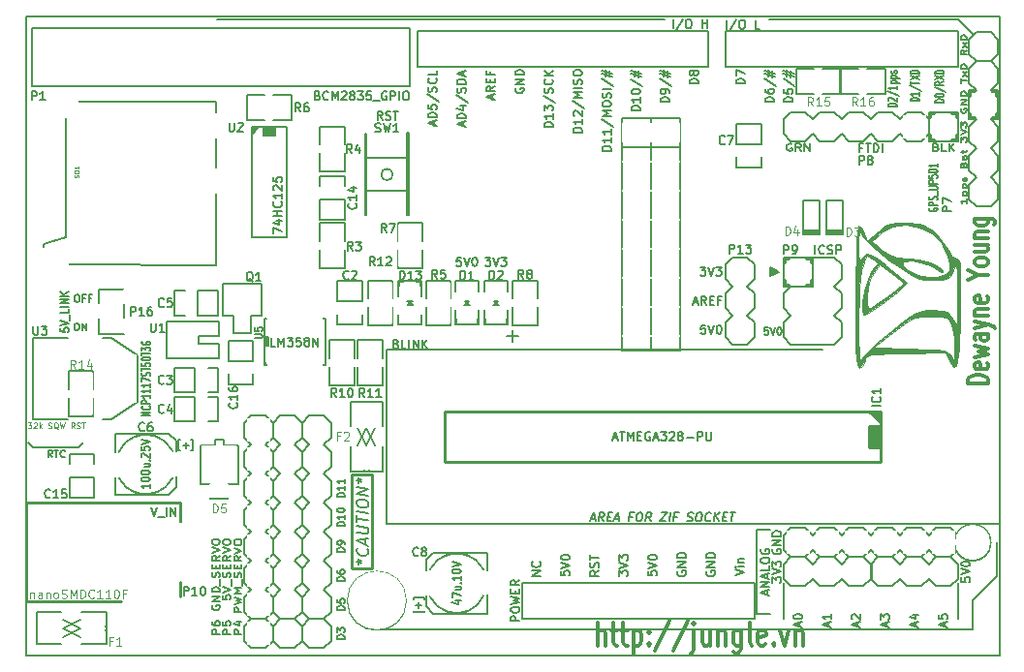
<source format=gto>
G04 #@! TF.FileFunction,Legend,Top*
%FSLAX46Y46*%
G04 Gerber Fmt 4.6, Leading zero omitted, Abs format (unit mm)*
G04 Created by KiCad (PCBNEW (after 2015-may-25 BZR unknown)-product) date 31/07/2015 1:29:45 PM*
%MOMM*%
G01*
G04 APERTURE LIST*
%ADD10C,0.150000*%
%ADD11C,0.304800*%
%ADD12C,0.152400*%
%ADD13C,0.127000*%
%ADD14C,0.254000*%
%ADD15C,0.076200*%
%ADD16C,0.203200*%
%ADD17C,0.100000*%
%ADD18C,0.050800*%
%ADD19C,0.101600*%
%ADD20R,2.006600X1.308100*%
%ADD21R,2.506980X1.928000*%
%ADD22R,2.506980X1.958340*%
%ADD23R,1.908000X2.308000*%
%ADD24R,2.032000X2.032000*%
%ADD25C,2.032000*%
%ADD26R,1.930400X1.574800*%
%ADD27R,1.778000X1.524000*%
%ADD28R,2.057400X1.008380*%
%ADD29R,1.508760X2.009140*%
%ADD30R,1.574800X1.930400*%
%ADD31R,1.808480X2.006600*%
%ADD32R,2.006600X1.808480*%
%ADD33C,1.524000*%
%ADD34R,1.371600X0.853440*%
%ADD35R,2.540000X4.318000*%
%ADD36R,2.540000X2.032000*%
%ADD37R,1.308100X1.706880*%
%ADD38R,1.117600X2.540000*%
%ADD39R,3.556000X2.133600*%
%ADD40R,2.540000X1.778000*%
%ADD41O,2.540000X1.778000*%
%ADD42C,2.413000*%
%ADD43R,1.270000X1.270000*%
%ADD44R,2.032000X2.540000*%
%ADD45R,3.048000X3.175000*%
%ADD46R,1.778000X1.270000*%
%ADD47O,3.556000X5.080000*%
%ADD48R,3.556000X5.080000*%
%ADD49O,5.080000X3.556000*%
%ADD50O,2.286000X1.270000*%
%ADD51C,5.080000*%
%ADD52C,3.048000*%
%ADD53O,2.032000X2.794000*%
%ADD54R,2.032000X2.794000*%
G04 APERTURE END LIST*
D10*
D11*
X75365430Y-80421238D02*
X75365430Y-78389238D01*
X76018573Y-80421238D02*
X76018573Y-79356857D01*
X75946002Y-79163333D01*
X75800859Y-79066571D01*
X75583144Y-79066571D01*
X75438002Y-79163333D01*
X75365430Y-79260095D01*
X76526573Y-79066571D02*
X77107144Y-79066571D01*
X76744287Y-78389238D02*
X76744287Y-80130952D01*
X76816859Y-80324476D01*
X76962001Y-80421238D01*
X77107144Y-80421238D01*
X77397430Y-79066571D02*
X77978001Y-79066571D01*
X77615144Y-78389238D02*
X77615144Y-80130952D01*
X77687716Y-80324476D01*
X77832858Y-80421238D01*
X77978001Y-80421238D01*
X78486001Y-79066571D02*
X78486001Y-81098571D01*
X78486001Y-79163333D02*
X78631144Y-79066571D01*
X78921430Y-79066571D01*
X79066573Y-79163333D01*
X79139144Y-79260095D01*
X79211715Y-79453619D01*
X79211715Y-80034190D01*
X79139144Y-80227714D01*
X79066573Y-80324476D01*
X78921430Y-80421238D01*
X78631144Y-80421238D01*
X78486001Y-80324476D01*
X79864858Y-80227714D02*
X79937430Y-80324476D01*
X79864858Y-80421238D01*
X79792287Y-80324476D01*
X79864858Y-80227714D01*
X79864858Y-80421238D01*
X79864858Y-79163333D02*
X79937430Y-79260095D01*
X79864858Y-79356857D01*
X79792287Y-79260095D01*
X79864858Y-79163333D01*
X79864858Y-79356857D01*
X81679144Y-78292476D02*
X80372858Y-80905048D01*
X83275715Y-78292476D02*
X81969429Y-80905048D01*
X83783714Y-79066571D02*
X83783714Y-80808286D01*
X83711143Y-81001810D01*
X83566000Y-81098571D01*
X83493428Y-81098571D01*
X83783714Y-78389238D02*
X83711143Y-78486000D01*
X83783714Y-78582762D01*
X83856286Y-78486000D01*
X83783714Y-78389238D01*
X83783714Y-78582762D01*
X85162571Y-79066571D02*
X85162571Y-80421238D01*
X84509428Y-79066571D02*
X84509428Y-80130952D01*
X84582000Y-80324476D01*
X84727142Y-80421238D01*
X84944857Y-80421238D01*
X85090000Y-80324476D01*
X85162571Y-80227714D01*
X85888285Y-79066571D02*
X85888285Y-80421238D01*
X85888285Y-79260095D02*
X85960857Y-79163333D01*
X86105999Y-79066571D01*
X86323714Y-79066571D01*
X86468857Y-79163333D01*
X86541428Y-79356857D01*
X86541428Y-80421238D01*
X87920285Y-79066571D02*
X87920285Y-80711524D01*
X87847714Y-80905048D01*
X87775142Y-81001810D01*
X87629999Y-81098571D01*
X87412285Y-81098571D01*
X87267142Y-81001810D01*
X87920285Y-80324476D02*
X87775142Y-80421238D01*
X87484856Y-80421238D01*
X87339714Y-80324476D01*
X87267142Y-80227714D01*
X87194571Y-80034190D01*
X87194571Y-79453619D01*
X87267142Y-79260095D01*
X87339714Y-79163333D01*
X87484856Y-79066571D01*
X87775142Y-79066571D01*
X87920285Y-79163333D01*
X88863713Y-80421238D02*
X88718571Y-80324476D01*
X88645999Y-80130952D01*
X88645999Y-78389238D01*
X90024857Y-80324476D02*
X89879714Y-80421238D01*
X89589428Y-80421238D01*
X89444285Y-80324476D01*
X89371714Y-80130952D01*
X89371714Y-79356857D01*
X89444285Y-79163333D01*
X89589428Y-79066571D01*
X89879714Y-79066571D01*
X90024857Y-79163333D01*
X90097428Y-79356857D01*
X90097428Y-79550381D01*
X89371714Y-79743905D01*
X90750571Y-80227714D02*
X90823143Y-80324476D01*
X90750571Y-80421238D01*
X90678000Y-80324476D01*
X90750571Y-80227714D01*
X90750571Y-80421238D01*
X91331142Y-79066571D02*
X91693999Y-80421238D01*
X92056857Y-79066571D01*
X92637428Y-79066571D02*
X92637428Y-80421238D01*
X92637428Y-79260095D02*
X92710000Y-79163333D01*
X92855142Y-79066571D01*
X93072857Y-79066571D01*
X93218000Y-79163333D01*
X93290571Y-79356857D01*
X93290571Y-80421238D01*
X109526286Y-57503903D02*
X107726286Y-57503903D01*
X107726286Y-57194379D01*
X107812000Y-57008665D01*
X107983429Y-56884856D01*
X108154857Y-56822951D01*
X108497714Y-56761046D01*
X108754857Y-56761046D01*
X109097714Y-56822951D01*
X109269143Y-56884856D01*
X109440571Y-57008665D01*
X109526286Y-57194379D01*
X109526286Y-57503903D01*
X109440571Y-55708665D02*
X109526286Y-55832475D01*
X109526286Y-56080094D01*
X109440571Y-56203903D01*
X109269143Y-56265808D01*
X108583429Y-56265808D01*
X108412000Y-56203903D01*
X108326286Y-56080094D01*
X108326286Y-55832475D01*
X108412000Y-55708665D01*
X108583429Y-55646760D01*
X108754857Y-55646760D01*
X108926286Y-56265808D01*
X108326286Y-55213427D02*
X109526286Y-54965808D01*
X108669143Y-54718189D01*
X109526286Y-54470570D01*
X108326286Y-54222951D01*
X109526286Y-53170569D02*
X108583429Y-53170569D01*
X108412000Y-53232474D01*
X108326286Y-53356284D01*
X108326286Y-53603903D01*
X108412000Y-53727712D01*
X109440571Y-53170569D02*
X109526286Y-53294379D01*
X109526286Y-53603903D01*
X109440571Y-53727712D01*
X109269143Y-53789617D01*
X109097714Y-53789617D01*
X108926286Y-53727712D01*
X108840571Y-53603903D01*
X108840571Y-53294379D01*
X108754857Y-53170569D01*
X108326286Y-52675332D02*
X109526286Y-52365808D01*
X108326286Y-52056284D02*
X109526286Y-52365808D01*
X109954857Y-52489617D01*
X110040571Y-52551522D01*
X110126286Y-52675332D01*
X108326286Y-51561046D02*
X109526286Y-51561046D01*
X108497714Y-51561046D02*
X108412000Y-51499141D01*
X108326286Y-51375332D01*
X108326286Y-51189618D01*
X108412000Y-51065808D01*
X108583429Y-51003903D01*
X109526286Y-51003903D01*
X109440571Y-49889618D02*
X109526286Y-50013428D01*
X109526286Y-50261047D01*
X109440571Y-50384856D01*
X109269143Y-50446761D01*
X108583429Y-50446761D01*
X108412000Y-50384856D01*
X108326286Y-50261047D01*
X108326286Y-50013428D01*
X108412000Y-49889618D01*
X108583429Y-49827713D01*
X108754857Y-49827713D01*
X108926286Y-50446761D01*
X108669143Y-48032475D02*
X109526286Y-48032475D01*
X107726286Y-48465808D02*
X108669143Y-48032475D01*
X107726286Y-47599142D01*
X109526286Y-46980094D02*
X109440571Y-47103903D01*
X109354857Y-47165808D01*
X109183429Y-47227713D01*
X108669143Y-47227713D01*
X108497714Y-47165808D01*
X108412000Y-47103903D01*
X108326286Y-46980094D01*
X108326286Y-46794380D01*
X108412000Y-46670570D01*
X108497714Y-46608665D01*
X108669143Y-46546761D01*
X109183429Y-46546761D01*
X109354857Y-46608665D01*
X109440571Y-46670570D01*
X109526286Y-46794380D01*
X109526286Y-46980094D01*
X108326286Y-45432475D02*
X109526286Y-45432475D01*
X108326286Y-45989618D02*
X109269143Y-45989618D01*
X109440571Y-45927713D01*
X109526286Y-45803904D01*
X109526286Y-45618190D01*
X109440571Y-45494380D01*
X109354857Y-45432475D01*
X108326286Y-44813428D02*
X109526286Y-44813428D01*
X108497714Y-44813428D02*
X108412000Y-44751523D01*
X108326286Y-44627714D01*
X108326286Y-44442000D01*
X108412000Y-44318190D01*
X108583429Y-44256285D01*
X109526286Y-44256285D01*
X108326286Y-43080095D02*
X109783429Y-43080095D01*
X109954857Y-43142000D01*
X110040571Y-43203905D01*
X110126286Y-43327714D01*
X110126286Y-43513429D01*
X110040571Y-43637238D01*
X109440571Y-43080095D02*
X109526286Y-43203905D01*
X109526286Y-43451524D01*
X109440571Y-43575333D01*
X109354857Y-43637238D01*
X109183429Y-43699143D01*
X108669143Y-43699143D01*
X108497714Y-43637238D01*
X108412000Y-43575333D01*
X108326286Y-43451524D01*
X108326286Y-43203905D01*
X108412000Y-43080095D01*
D12*
X56896000Y-69786500D02*
X110426500Y-69786500D01*
D13*
X89281000Y-77660500D02*
X90424000Y-77660500D01*
X89281000Y-70294500D02*
X89281000Y-77660500D01*
X90424000Y-70294500D02*
X89281000Y-70294500D01*
X29972000Y-63119000D02*
X28003500Y-63119000D01*
X30416500Y-62674500D02*
X29972000Y-63119000D01*
X26035000Y-63119000D02*
X25590500Y-62674500D01*
X28003500Y-63119000D02*
X26035000Y-63119000D01*
X27704143Y-63977762D02*
X27492476Y-63675381D01*
X27341285Y-63977762D02*
X27341285Y-63342762D01*
X27583190Y-63342762D01*
X27643666Y-63373000D01*
X27673905Y-63403238D01*
X27704143Y-63463714D01*
X27704143Y-63554429D01*
X27673905Y-63614905D01*
X27643666Y-63645143D01*
X27583190Y-63675381D01*
X27341285Y-63675381D01*
X27885571Y-63342762D02*
X28248428Y-63342762D01*
X28067000Y-63977762D02*
X28067000Y-63342762D01*
X28822953Y-63917286D02*
X28792715Y-63947524D01*
X28702000Y-63977762D01*
X28641524Y-63977762D01*
X28550810Y-63947524D01*
X28490334Y-63887048D01*
X28460095Y-63826571D01*
X28429857Y-63705619D01*
X28429857Y-63614905D01*
X28460095Y-63493952D01*
X28490334Y-63433476D01*
X28550810Y-63373000D01*
X28641524Y-63342762D01*
X28702000Y-63342762D01*
X28792715Y-63373000D01*
X28822953Y-63403238D01*
D14*
X99250500Y-73342500D02*
X99250500Y-74549000D01*
D13*
X107151714Y-74485499D02*
X107151714Y-74848356D01*
X107514571Y-74884642D01*
X107478286Y-74848356D01*
X107442000Y-74775785D01*
X107442000Y-74594356D01*
X107478286Y-74521785D01*
X107514571Y-74485499D01*
X107587143Y-74449214D01*
X107768571Y-74449214D01*
X107841143Y-74485499D01*
X107877429Y-74521785D01*
X107913714Y-74594356D01*
X107913714Y-74775785D01*
X107877429Y-74848356D01*
X107841143Y-74884642D01*
X107151714Y-74231500D02*
X107913714Y-73977500D01*
X107151714Y-73723500D01*
X107151714Y-73324357D02*
X107151714Y-73251785D01*
X107188000Y-73179214D01*
X107224286Y-73142928D01*
X107296857Y-73106642D01*
X107442000Y-73070357D01*
X107623429Y-73070357D01*
X107768571Y-73106642D01*
X107841143Y-73142928D01*
X107877429Y-73179214D01*
X107913714Y-73251785D01*
X107913714Y-73324357D01*
X107877429Y-73396928D01*
X107841143Y-73433214D01*
X107768571Y-73469499D01*
X107623429Y-73505785D01*
X107442000Y-73505785D01*
X107296857Y-73469499D01*
X107224286Y-73433214D01*
X107188000Y-73396928D01*
X107151714Y-73324357D01*
X90678000Y-72018072D02*
X90641714Y-72090643D01*
X90641714Y-72199500D01*
X90678000Y-72308357D01*
X90750571Y-72380929D01*
X90823143Y-72417214D01*
X90968286Y-72453500D01*
X91077143Y-72453500D01*
X91222286Y-72417214D01*
X91294857Y-72380929D01*
X91367429Y-72308357D01*
X91403714Y-72199500D01*
X91403714Y-72126929D01*
X91367429Y-72018072D01*
X91331143Y-71981786D01*
X91077143Y-71981786D01*
X91077143Y-72126929D01*
X91403714Y-71655214D02*
X90641714Y-71655214D01*
X91403714Y-71219786D01*
X90641714Y-71219786D01*
X91403714Y-70856928D02*
X90641714Y-70856928D01*
X90641714Y-70675500D01*
X90678000Y-70566643D01*
X90750571Y-70494071D01*
X90823143Y-70457786D01*
X90968286Y-70421500D01*
X91077143Y-70421500D01*
X91222286Y-70457786D01*
X91294857Y-70494071D01*
X91367429Y-70566643D01*
X91403714Y-70675500D01*
X91403714Y-70856928D01*
X90641714Y-74920928D02*
X90641714Y-74449214D01*
X90932000Y-74703214D01*
X90932000Y-74594356D01*
X90968286Y-74521785D01*
X91004571Y-74485499D01*
X91077143Y-74449214D01*
X91258571Y-74449214D01*
X91331143Y-74485499D01*
X91367429Y-74521785D01*
X91403714Y-74594356D01*
X91403714Y-74812071D01*
X91367429Y-74884642D01*
X91331143Y-74920928D01*
X90641714Y-74231500D02*
X91403714Y-73977500D01*
X90641714Y-73723500D01*
X90641714Y-73542071D02*
X90641714Y-73070357D01*
X90932000Y-73324357D01*
X90932000Y-73215499D01*
X90968286Y-73142928D01*
X91004571Y-73106642D01*
X91077143Y-73070357D01*
X91258571Y-73070357D01*
X91331143Y-73106642D01*
X91367429Y-73142928D01*
X91403714Y-73215499D01*
X91403714Y-73433214D01*
X91367429Y-73505785D01*
X91331143Y-73542071D01*
D12*
X56896000Y-54546500D02*
X95000000Y-54546500D01*
D13*
X110490000Y-81280000D02*
X110490000Y-25400000D01*
X80010000Y-34290000D02*
X80010000Y-54610000D01*
X77470000Y-36830000D02*
X82550000Y-36830000D01*
X77470000Y-54610000D02*
X77470000Y-34290000D01*
X82550000Y-54610000D02*
X77470000Y-54610000D01*
X82550000Y-34290000D02*
X82550000Y-54610000D01*
X77470000Y-34290000D02*
X82550000Y-34290000D01*
D15*
X25575380Y-60935810D02*
X25889857Y-60935810D01*
X25720523Y-61129333D01*
X25793095Y-61129333D01*
X25841476Y-61153524D01*
X25865666Y-61177714D01*
X25889857Y-61226095D01*
X25889857Y-61347048D01*
X25865666Y-61395429D01*
X25841476Y-61419619D01*
X25793095Y-61443810D01*
X25647952Y-61443810D01*
X25599571Y-61419619D01*
X25575380Y-61395429D01*
X26083381Y-60984190D02*
X26107571Y-60960000D01*
X26155952Y-60935810D01*
X26276905Y-60935810D01*
X26325286Y-60960000D01*
X26349476Y-60984190D01*
X26373667Y-61032571D01*
X26373667Y-61080952D01*
X26349476Y-61153524D01*
X26059190Y-61443810D01*
X26373667Y-61443810D01*
X26591381Y-61443810D02*
X26591381Y-60935810D01*
X26639762Y-61250286D02*
X26784905Y-61443810D01*
X26784905Y-61105143D02*
X26591381Y-61298667D01*
X27365477Y-61419619D02*
X27438048Y-61443810D01*
X27559001Y-61443810D01*
X27607382Y-61419619D01*
X27631572Y-61395429D01*
X27655763Y-61347048D01*
X27655763Y-61298667D01*
X27631572Y-61250286D01*
X27607382Y-61226095D01*
X27559001Y-61201905D01*
X27462239Y-61177714D01*
X27413858Y-61153524D01*
X27389667Y-61129333D01*
X27365477Y-61080952D01*
X27365477Y-61032571D01*
X27389667Y-60984190D01*
X27413858Y-60960000D01*
X27462239Y-60935810D01*
X27583191Y-60935810D01*
X27655763Y-60960000D01*
X28212144Y-61492190D02*
X28163763Y-61468000D01*
X28115382Y-61419619D01*
X28042811Y-61347048D01*
X27994430Y-61322857D01*
X27946049Y-61322857D01*
X27970239Y-61443810D02*
X27921858Y-61419619D01*
X27873477Y-61371238D01*
X27849287Y-61274476D01*
X27849287Y-61105143D01*
X27873477Y-61008381D01*
X27921858Y-60960000D01*
X27970239Y-60935810D01*
X28067001Y-60935810D01*
X28115382Y-60960000D01*
X28163763Y-61008381D01*
X28187954Y-61105143D01*
X28187954Y-61274476D01*
X28163763Y-61371238D01*
X28115382Y-61419619D01*
X28067001Y-61443810D01*
X27970239Y-61443810D01*
X28357286Y-60935810D02*
X28478239Y-61443810D01*
X28575001Y-61080952D01*
X28671763Y-61443810D01*
X28792715Y-60935810D01*
X29663572Y-61443810D02*
X29494239Y-61201905D01*
X29373286Y-61443810D02*
X29373286Y-60935810D01*
X29566810Y-60935810D01*
X29615191Y-60960000D01*
X29639382Y-60984190D01*
X29663572Y-61032571D01*
X29663572Y-61105143D01*
X29639382Y-61153524D01*
X29615191Y-61177714D01*
X29566810Y-61201905D01*
X29373286Y-61201905D01*
X29857096Y-61419619D02*
X29929667Y-61443810D01*
X30050620Y-61443810D01*
X30099001Y-61419619D01*
X30123191Y-61395429D01*
X30147382Y-61347048D01*
X30147382Y-61298667D01*
X30123191Y-61250286D01*
X30099001Y-61226095D01*
X30050620Y-61201905D01*
X29953858Y-61177714D01*
X29905477Y-61153524D01*
X29881286Y-61129333D01*
X29857096Y-61080952D01*
X29857096Y-61032571D01*
X29881286Y-60984190D01*
X29905477Y-60960000D01*
X29953858Y-60935810D01*
X30074810Y-60935810D01*
X30147382Y-60960000D01*
X30292525Y-60935810D02*
X30582811Y-60935810D01*
X30437668Y-61443810D02*
X30437668Y-60935810D01*
D14*
X53848000Y-73723500D02*
X55689500Y-73723500D01*
X53848000Y-65468500D02*
X55689500Y-65468500D01*
X53848000Y-73723500D02*
X53848000Y-65468500D01*
X55689500Y-65468500D02*
X55689500Y-73723500D01*
D13*
X74768983Y-69342000D02*
X75131840Y-69342000D01*
X74669197Y-69559714D02*
X75018447Y-68797714D01*
X75177197Y-69559714D01*
X75866626Y-69559714D02*
X75657983Y-69196857D01*
X75431198Y-69559714D02*
X75526448Y-68797714D01*
X75816733Y-68797714D01*
X75884769Y-68834000D01*
X75916518Y-68870286D01*
X75943733Y-68942857D01*
X75930126Y-69051714D01*
X75884768Y-69124286D01*
X75843948Y-69160571D01*
X75766840Y-69196857D01*
X75476555Y-69196857D01*
X76243091Y-69160571D02*
X76497091Y-69160571D01*
X76556055Y-69559714D02*
X76193198Y-69559714D01*
X76288448Y-68797714D01*
X76651305Y-68797714D01*
X76873555Y-69342000D02*
X77236412Y-69342000D01*
X76773769Y-69559714D02*
X77123019Y-68797714D01*
X77281769Y-69559714D01*
X78420234Y-69160571D02*
X78166234Y-69160571D01*
X78116341Y-69559714D02*
X78211591Y-68797714D01*
X78574448Y-68797714D01*
X79009876Y-68797714D02*
X79155019Y-68797714D01*
X79223055Y-68834000D01*
X79286555Y-68906571D01*
X79304698Y-69051714D01*
X79272948Y-69305714D01*
X79218519Y-69450857D01*
X79136876Y-69523429D01*
X79059769Y-69559714D01*
X78914626Y-69559714D01*
X78846590Y-69523429D01*
X78783091Y-69450857D01*
X78764948Y-69305714D01*
X78796698Y-69051714D01*
X78851127Y-68906571D01*
X78932769Y-68834000D01*
X79009876Y-68797714D01*
X80003198Y-69559714D02*
X79794555Y-69196857D01*
X79567770Y-69559714D02*
X79663020Y-68797714D01*
X79953305Y-68797714D01*
X80021341Y-68834000D01*
X80053090Y-68870286D01*
X80080305Y-68942857D01*
X80066698Y-69051714D01*
X80021340Y-69124286D01*
X79980520Y-69160571D01*
X79903412Y-69196857D01*
X79613127Y-69196857D01*
X80933019Y-68797714D02*
X81441019Y-68797714D01*
X80837769Y-69559714D01*
X81345769Y-69559714D01*
X81636055Y-69559714D02*
X81731305Y-68797714D01*
X82302805Y-69160571D02*
X82048805Y-69160571D01*
X81998912Y-69559714D02*
X82094162Y-68797714D01*
X82457019Y-68797714D01*
X83200875Y-69523429D02*
X83305197Y-69559714D01*
X83486626Y-69559714D01*
X83563732Y-69523429D01*
X83604554Y-69487143D01*
X83649911Y-69414571D01*
X83658982Y-69342000D01*
X83631768Y-69269429D01*
X83600018Y-69233143D01*
X83531983Y-69196857D01*
X83391376Y-69160571D01*
X83323339Y-69124286D01*
X83291590Y-69088000D01*
X83264375Y-69015429D01*
X83273447Y-68942857D01*
X83318804Y-68870286D01*
X83359625Y-68834000D01*
X83436733Y-68797714D01*
X83618161Y-68797714D01*
X83722482Y-68834000D01*
X84198732Y-68797714D02*
X84343875Y-68797714D01*
X84411911Y-68834000D01*
X84475411Y-68906571D01*
X84493554Y-69051714D01*
X84461804Y-69305714D01*
X84407375Y-69450857D01*
X84325732Y-69523429D01*
X84248625Y-69559714D01*
X84103482Y-69559714D01*
X84035446Y-69523429D01*
X83971947Y-69450857D01*
X83953804Y-69305714D01*
X83985554Y-69051714D01*
X84039983Y-68906571D01*
X84121625Y-68834000D01*
X84198732Y-68797714D01*
X85201125Y-69487143D02*
X85160303Y-69523429D01*
X85046911Y-69559714D01*
X84974340Y-69559714D01*
X84870018Y-69523429D01*
X84806518Y-69450857D01*
X84779304Y-69378286D01*
X84761161Y-69233143D01*
X84774768Y-69124286D01*
X84829197Y-68979143D01*
X84874554Y-68906571D01*
X84956197Y-68834000D01*
X85069590Y-68797714D01*
X85142161Y-68797714D01*
X85246482Y-68834000D01*
X85278232Y-68870286D01*
X85518626Y-69559714D02*
X85613876Y-68797714D01*
X85954054Y-69559714D02*
X85681911Y-69124286D01*
X86049304Y-68797714D02*
X85559447Y-69233143D01*
X86330519Y-69160571D02*
X86584519Y-69160571D01*
X86643483Y-69559714D02*
X86280626Y-69559714D01*
X86375876Y-68797714D01*
X86738733Y-68797714D01*
X86956447Y-68797714D02*
X87391876Y-68797714D01*
X87078912Y-69559714D02*
X87174162Y-68797714D01*
D12*
X54307619Y-73082451D02*
X54549524Y-73112689D01*
X54452762Y-73342499D02*
X54549524Y-73112689D01*
X54452762Y-72858690D01*
X54743048Y-73282023D02*
X54549524Y-73112689D01*
X54743048Y-72991738D01*
X55226857Y-71987833D02*
X55275238Y-72042262D01*
X55323619Y-72193452D01*
X55323619Y-72290214D01*
X55275238Y-72429309D01*
X55178476Y-72513975D01*
X55081714Y-72550261D01*
X54888190Y-72574452D01*
X54743048Y-72556309D01*
X54549524Y-72483737D01*
X54452762Y-72423261D01*
X54356000Y-72314404D01*
X54307619Y-72163214D01*
X54307619Y-72066452D01*
X54356000Y-71927357D01*
X54404381Y-71885024D01*
X55033333Y-71576595D02*
X55033333Y-71092786D01*
X55323619Y-71709642D02*
X54307619Y-71243975D01*
X55323619Y-71032309D01*
X54307619Y-70566642D02*
X55130095Y-70669452D01*
X55226857Y-70633166D01*
X55275238Y-70590833D01*
X55323619Y-70500118D01*
X55323619Y-70306595D01*
X55275238Y-70203786D01*
X55226857Y-70149357D01*
X55130095Y-70088881D01*
X54307619Y-69986071D01*
X54307619Y-69647404D02*
X54307619Y-69066833D01*
X55323619Y-69484118D02*
X54307619Y-69357118D01*
X55323619Y-68855166D02*
X54307619Y-68728166D01*
X54307619Y-68050832D02*
X54307619Y-67857309D01*
X54356000Y-67766595D01*
X54452762Y-67681928D01*
X54646286Y-67657738D01*
X54984952Y-67700071D01*
X55178476Y-67772642D01*
X55275238Y-67881500D01*
X55323619Y-67984309D01*
X55323619Y-68177832D01*
X55275238Y-68268547D01*
X55178476Y-68353213D01*
X54984952Y-68377404D01*
X54646286Y-68335071D01*
X54452762Y-68262499D01*
X54356000Y-68153642D01*
X54307619Y-68050832D01*
X55323619Y-67306975D02*
X54307619Y-67179975D01*
X55323619Y-66726404D01*
X54307619Y-66599404D01*
X54307619Y-65970451D02*
X54549524Y-66000689D01*
X54452762Y-66230499D02*
X54549524Y-66000689D01*
X54452762Y-65746690D01*
X54743048Y-66170023D02*
X54549524Y-66000689D01*
X54743048Y-65879738D01*
X86614001Y-26506714D02*
X86614001Y-25744714D01*
X87521143Y-25708429D02*
X86868000Y-26688143D01*
X87920286Y-25744714D02*
X88065429Y-25744714D01*
X88138001Y-25781000D01*
X88210572Y-25853571D01*
X88246858Y-25998714D01*
X88246858Y-26252714D01*
X88210572Y-26397857D01*
X88138001Y-26470429D01*
X88065429Y-26506714D01*
X87920286Y-26506714D01*
X87847715Y-26470429D01*
X87775144Y-26397857D01*
X87738858Y-26252714D01*
X87738858Y-25998714D01*
X87775144Y-25853571D01*
X87847715Y-25781000D01*
X87920286Y-25744714D01*
X89516858Y-26506714D02*
X89154001Y-26506714D01*
X89154001Y-25744714D01*
X81951286Y-26443214D02*
X81951286Y-25681214D01*
X82858428Y-25644929D02*
X82205285Y-26624643D01*
X83257571Y-25681214D02*
X83402714Y-25681214D01*
X83475286Y-25717500D01*
X83547857Y-25790071D01*
X83584143Y-25935214D01*
X83584143Y-26189214D01*
X83547857Y-26334357D01*
X83475286Y-26406929D01*
X83402714Y-26443214D01*
X83257571Y-26443214D01*
X83185000Y-26406929D01*
X83112429Y-26334357D01*
X83076143Y-26189214D01*
X83076143Y-25935214D01*
X83112429Y-25790071D01*
X83185000Y-25717500D01*
X83257571Y-25681214D01*
X84491286Y-26443214D02*
X84491286Y-25681214D01*
X84491286Y-26044071D02*
X84926714Y-26044071D01*
X84926714Y-26443214D02*
X84926714Y-25681214D01*
X90170000Y-75973214D02*
X90170000Y-75610357D01*
X90387714Y-76045786D02*
X89625714Y-75791786D01*
X90387714Y-75537786D01*
X90387714Y-75283785D02*
X89625714Y-75283785D01*
X90387714Y-74848357D01*
X89625714Y-74848357D01*
X90170000Y-74521785D02*
X90170000Y-74158928D01*
X90387714Y-74594357D02*
X89625714Y-74340357D01*
X90387714Y-74086357D01*
X90387714Y-73469499D02*
X90387714Y-73832356D01*
X89625714Y-73832356D01*
X89625714Y-73070357D02*
X89625714Y-72925214D01*
X89662000Y-72852642D01*
X89734571Y-72780071D01*
X89879714Y-72743785D01*
X90133714Y-72743785D01*
X90278857Y-72780071D01*
X90351429Y-72852642D01*
X90387714Y-72925214D01*
X90387714Y-73070357D01*
X90351429Y-73142928D01*
X90278857Y-73215499D01*
X90133714Y-73251785D01*
X89879714Y-73251785D01*
X89734571Y-73215499D01*
X89662000Y-73142928D01*
X89625714Y-73070357D01*
X89662000Y-72018071D02*
X89625714Y-72090642D01*
X89625714Y-72199499D01*
X89662000Y-72308356D01*
X89734571Y-72380928D01*
X89807143Y-72417213D01*
X89952286Y-72453499D01*
X90061143Y-72453499D01*
X90206286Y-72417213D01*
X90278857Y-72380928D01*
X90351429Y-72308356D01*
X90387714Y-72199499D01*
X90387714Y-72126928D01*
X90351429Y-72018071D01*
X90315143Y-71981785D01*
X90061143Y-71981785D01*
X90061143Y-72126928D01*
X68543714Y-78277357D02*
X67781714Y-78277357D01*
X67781714Y-77987072D01*
X67818000Y-77914500D01*
X67854286Y-77878215D01*
X67926857Y-77841929D01*
X68035714Y-77841929D01*
X68108286Y-77878215D01*
X68144571Y-77914500D01*
X68180857Y-77987072D01*
X68180857Y-78277357D01*
X67781714Y-77370215D02*
X67781714Y-77225072D01*
X67818000Y-77152500D01*
X67890571Y-77079929D01*
X68035714Y-77043643D01*
X68289714Y-77043643D01*
X68434857Y-77079929D01*
X68507429Y-77152500D01*
X68543714Y-77225072D01*
X68543714Y-77370215D01*
X68507429Y-77442786D01*
X68434857Y-77515357D01*
X68289714Y-77551643D01*
X68035714Y-77551643D01*
X67890571Y-77515357D01*
X67818000Y-77442786D01*
X67781714Y-77370215D01*
X67781714Y-76789643D02*
X68543714Y-76608214D01*
X67999429Y-76463071D01*
X68543714Y-76317929D01*
X67781714Y-76136500D01*
X68144571Y-75846214D02*
X68144571Y-75592214D01*
X68543714Y-75483357D02*
X68543714Y-75846214D01*
X67781714Y-75846214D01*
X67781714Y-75483357D01*
X68543714Y-74721357D02*
X68180857Y-74975357D01*
X68543714Y-75156785D02*
X67781714Y-75156785D01*
X67781714Y-74866500D01*
X67818000Y-74793928D01*
X67854286Y-74757643D01*
X67926857Y-74721357D01*
X68035714Y-74721357D01*
X68108286Y-74757643D01*
X68144571Y-74793928D01*
X68180857Y-74866500D01*
X68180857Y-75156785D01*
D13*
X25400000Y-25400000D02*
X110490000Y-25400000D01*
X110490000Y-81280000D02*
X25400000Y-81280000D01*
X25400000Y-81280000D02*
X25400000Y-25400000D01*
D10*
X26924000Y-47091600D02*
X28854400Y-47091600D01*
X28905200Y-34340800D02*
X28905200Y-44704000D01*
X28905200Y-44704000D02*
X26924000Y-45313600D01*
X26924000Y-45313600D02*
X26924000Y-47040800D01*
X28752800Y-32867600D02*
X28498800Y-32867600D01*
X28498800Y-32867600D02*
X28498800Y-34137600D01*
X28498800Y-34137600D02*
X28905200Y-34340800D01*
X28905200Y-47091600D02*
X42011600Y-47142400D01*
X42011600Y-47142400D02*
X42011600Y-35915600D01*
X42011600Y-35915600D02*
X42011600Y-32867600D01*
X42011600Y-32867600D02*
X28651200Y-32867600D01*
D12*
X45085000Y-65405000D02*
X44450000Y-64770000D01*
X44450000Y-64770000D02*
X44450000Y-63500000D01*
X44450000Y-63500000D02*
X45085000Y-62865000D01*
X45085000Y-62865000D02*
X44450000Y-62230000D01*
X44450000Y-62230000D02*
X44450000Y-60960000D01*
X44450000Y-60960000D02*
X45085000Y-60325000D01*
X45085000Y-60325000D02*
X46355000Y-60325000D01*
X46355000Y-60325000D02*
X46990000Y-60960000D01*
X46990000Y-60960000D02*
X46990000Y-62230000D01*
X46990000Y-62230000D02*
X46355000Y-62865000D01*
X46355000Y-62865000D02*
X46990000Y-63500000D01*
X46990000Y-63500000D02*
X46990000Y-64770000D01*
X46990000Y-64770000D02*
X46355000Y-65405000D01*
X45085000Y-78105000D02*
X46355000Y-78105000D01*
X45085000Y-80645000D02*
X46355000Y-80645000D01*
X46355000Y-80645000D02*
X46990000Y-80010000D01*
X46990000Y-80010000D02*
X46990000Y-78740000D01*
X46990000Y-78740000D02*
X46355000Y-78105000D01*
X46355000Y-78105000D02*
X46990000Y-77470000D01*
X46990000Y-77470000D02*
X46990000Y-76200000D01*
X46990000Y-76200000D02*
X46355000Y-75565000D01*
X46355000Y-75565000D02*
X46990000Y-74930000D01*
X46990000Y-74930000D02*
X46990000Y-73660000D01*
X46990000Y-73660000D02*
X46355000Y-73025000D01*
X46355000Y-73025000D02*
X46990000Y-72390000D01*
X46990000Y-72390000D02*
X46990000Y-71120000D01*
X46990000Y-71120000D02*
X46355000Y-70485000D01*
X46355000Y-70485000D02*
X46990000Y-69850000D01*
X46990000Y-69850000D02*
X46990000Y-68580000D01*
X46990000Y-68580000D02*
X46355000Y-67945000D01*
X46355000Y-67945000D02*
X46990000Y-67310000D01*
X46990000Y-67310000D02*
X46990000Y-66040000D01*
X46990000Y-66040000D02*
X46355000Y-65405000D01*
X45085000Y-65405000D02*
X44450000Y-66040000D01*
X44450000Y-66040000D02*
X44450000Y-67310000D01*
X44450000Y-67310000D02*
X45085000Y-67945000D01*
X45085000Y-67945000D02*
X44450000Y-68580000D01*
X44450000Y-68580000D02*
X44450000Y-69850000D01*
X44450000Y-69850000D02*
X45085000Y-70485000D01*
X45085000Y-70485000D02*
X44450000Y-71120000D01*
X44450000Y-71120000D02*
X44450000Y-72390000D01*
X44450000Y-72390000D02*
X45085000Y-73025000D01*
X45085000Y-73025000D02*
X44450000Y-73660000D01*
X44450000Y-73660000D02*
X44450000Y-74930000D01*
X44450000Y-74930000D02*
X45085000Y-75565000D01*
X45085000Y-75565000D02*
X44450000Y-76200000D01*
X44450000Y-76200000D02*
X44450000Y-77470000D01*
X44450000Y-77470000D02*
X45085000Y-78105000D01*
X45085000Y-78105000D02*
X44450000Y-78740000D01*
X44450000Y-78740000D02*
X44450000Y-80010000D01*
X44450000Y-80010000D02*
X45085000Y-80645000D01*
X47625000Y-65405000D02*
X46990000Y-64770000D01*
X46990000Y-64770000D02*
X46990000Y-63500000D01*
X46990000Y-63500000D02*
X47625000Y-62865000D01*
X47625000Y-62865000D02*
X46990000Y-62230000D01*
X46990000Y-62230000D02*
X46990000Y-60960000D01*
X46990000Y-60960000D02*
X47625000Y-60325000D01*
X47625000Y-60325000D02*
X48895000Y-60325000D01*
X48895000Y-60325000D02*
X49530000Y-60960000D01*
X49530000Y-60960000D02*
X49530000Y-62230000D01*
X49530000Y-62230000D02*
X48895000Y-62865000D01*
X48895000Y-62865000D02*
X49530000Y-63500000D01*
X49530000Y-63500000D02*
X49530000Y-64770000D01*
X49530000Y-64770000D02*
X48895000Y-65405000D01*
X47625000Y-78105000D02*
X48895000Y-78105000D01*
X47625000Y-80645000D02*
X48895000Y-80645000D01*
X48895000Y-80645000D02*
X49530000Y-80010000D01*
X49530000Y-80010000D02*
X49530000Y-78740000D01*
X49530000Y-78740000D02*
X48895000Y-78105000D01*
X48895000Y-78105000D02*
X49530000Y-77470000D01*
X49530000Y-77470000D02*
X49530000Y-76200000D01*
X49530000Y-76200000D02*
X48895000Y-75565000D01*
X48895000Y-75565000D02*
X49530000Y-74930000D01*
X49530000Y-74930000D02*
X49530000Y-73660000D01*
X49530000Y-73660000D02*
X48895000Y-73025000D01*
X48895000Y-73025000D02*
X49530000Y-72390000D01*
X49530000Y-72390000D02*
X49530000Y-71120000D01*
X49530000Y-71120000D02*
X48895000Y-70485000D01*
X48895000Y-70485000D02*
X49530000Y-69850000D01*
X49530000Y-69850000D02*
X49530000Y-68580000D01*
X49530000Y-68580000D02*
X48895000Y-67945000D01*
X48895000Y-67945000D02*
X49530000Y-67310000D01*
X49530000Y-67310000D02*
X49530000Y-66040000D01*
X49530000Y-66040000D02*
X48895000Y-65405000D01*
X47625000Y-65405000D02*
X46990000Y-66040000D01*
X46990000Y-66040000D02*
X46990000Y-67310000D01*
X46990000Y-67310000D02*
X47625000Y-67945000D01*
X47625000Y-67945000D02*
X46990000Y-68580000D01*
X46990000Y-68580000D02*
X46990000Y-69850000D01*
X46990000Y-69850000D02*
X47625000Y-70485000D01*
X47625000Y-70485000D02*
X46990000Y-71120000D01*
X46990000Y-71120000D02*
X46990000Y-72390000D01*
X46990000Y-72390000D02*
X47625000Y-73025000D01*
X47625000Y-73025000D02*
X46990000Y-73660000D01*
X46990000Y-73660000D02*
X46990000Y-74930000D01*
X46990000Y-74930000D02*
X47625000Y-75565000D01*
X47625000Y-75565000D02*
X46990000Y-76200000D01*
X46990000Y-76200000D02*
X46990000Y-77470000D01*
X46990000Y-77470000D02*
X47625000Y-78105000D01*
X47625000Y-78105000D02*
X46990000Y-78740000D01*
X46990000Y-78740000D02*
X46990000Y-80010000D01*
X46990000Y-80010000D02*
X47625000Y-80645000D01*
X29210000Y-67500500D02*
X29210000Y-65722500D01*
X31369000Y-67500500D02*
X31369000Y-65722500D01*
X29210000Y-64579500D02*
X29210000Y-63690500D01*
X31369000Y-63690500D02*
X31369000Y-64579500D01*
X31369000Y-65722500D02*
X29210000Y-65722500D01*
X31369000Y-67500500D02*
X29210000Y-67500500D01*
X31369000Y-63690500D02*
X29210000Y-63690500D01*
X45275500Y-53784500D02*
X45275500Y-55562500D01*
X43116500Y-53784500D02*
X43116500Y-55562500D01*
X45275500Y-56705500D02*
X45275500Y-57594500D01*
X43116500Y-57594500D02*
X43116500Y-56705500D01*
X43116500Y-55562500D02*
X45275500Y-55562500D01*
X43116500Y-53784500D02*
X45275500Y-53784500D01*
X43116500Y-57594500D02*
X45275500Y-57594500D01*
X58737500Y-50292000D02*
X59245500Y-50292000D01*
X58991500Y-50673000D02*
X58991500Y-50292000D01*
X58991500Y-50292000D02*
X58801000Y-50673000D01*
X58801000Y-50673000D02*
X59182000Y-50673000D01*
X59182000Y-50673000D02*
X58991500Y-50292000D01*
X59753500Y-48577500D02*
X59753500Y-48768000D01*
X59880500Y-48577500D02*
X59880500Y-48895000D01*
X59499500Y-48577500D02*
X60007500Y-48577500D01*
X60007500Y-48577500D02*
X60007500Y-49085500D01*
X58229500Y-48577500D02*
X58229500Y-48768000D01*
X58102500Y-48577500D02*
X58102500Y-48895000D01*
X58483500Y-48577500D02*
X57975500Y-48577500D01*
X57975500Y-48577500D02*
X57975500Y-49085500D01*
X60007500Y-49085500D02*
X59499500Y-48577500D01*
X59499500Y-48577500D02*
X58991500Y-48577500D01*
X58991500Y-48577500D02*
X58483500Y-48577500D01*
X58483500Y-48577500D02*
X57975500Y-49085500D01*
X57975500Y-51498500D02*
X57975500Y-52387500D01*
X57975500Y-52387500D02*
X60007500Y-52387500D01*
X60007500Y-52387500D02*
X60007500Y-51498500D01*
X57975500Y-49911000D02*
X57975500Y-49085500D01*
X60007500Y-49911000D02*
X60007500Y-49085500D01*
X66738500Y-50673000D02*
X66230500Y-50673000D01*
X66484500Y-50292000D02*
X66484500Y-50673000D01*
X66484500Y-50673000D02*
X66675000Y-50292000D01*
X66675000Y-50292000D02*
X66294000Y-50292000D01*
X66294000Y-50292000D02*
X66484500Y-50673000D01*
X65722500Y-52387500D02*
X65722500Y-52197000D01*
X65595500Y-52387500D02*
X65595500Y-52070000D01*
X65976500Y-52387500D02*
X65468500Y-52387500D01*
X65468500Y-52387500D02*
X65468500Y-51879500D01*
X67246500Y-52387500D02*
X67246500Y-52197000D01*
X67373500Y-52387500D02*
X67373500Y-52070000D01*
X66992500Y-52387500D02*
X67500500Y-52387500D01*
X67500500Y-52387500D02*
X67500500Y-51879500D01*
X65468500Y-51879500D02*
X65976500Y-52387500D01*
X65976500Y-52387500D02*
X66484500Y-52387500D01*
X66484500Y-52387500D02*
X66992500Y-52387500D01*
X66992500Y-52387500D02*
X67500500Y-51879500D01*
X67500500Y-49466500D02*
X67500500Y-48577500D01*
X67500500Y-48577500D02*
X65468500Y-48577500D01*
X65468500Y-48577500D02*
X65468500Y-49466500D01*
X67500500Y-51054000D02*
X67500500Y-51879500D01*
X65468500Y-51054000D02*
X65468500Y-51879500D01*
X64198500Y-50673000D02*
X63690500Y-50673000D01*
X63944500Y-50292000D02*
X63944500Y-50673000D01*
X63944500Y-50673000D02*
X64135000Y-50292000D01*
X64135000Y-50292000D02*
X63754000Y-50292000D01*
X63754000Y-50292000D02*
X63944500Y-50673000D01*
X63182500Y-52387500D02*
X63182500Y-52197000D01*
X63055500Y-52387500D02*
X63055500Y-52070000D01*
X63436500Y-52387500D02*
X62928500Y-52387500D01*
X62928500Y-52387500D02*
X62928500Y-51879500D01*
X64706500Y-52387500D02*
X64706500Y-52197000D01*
X64833500Y-52387500D02*
X64833500Y-52070000D01*
X64452500Y-52387500D02*
X64960500Y-52387500D01*
X64960500Y-52387500D02*
X64960500Y-51879500D01*
X62928500Y-51879500D02*
X63436500Y-52387500D01*
X63436500Y-52387500D02*
X63944500Y-52387500D01*
X63944500Y-52387500D02*
X64452500Y-52387500D01*
X64452500Y-52387500D02*
X64960500Y-51879500D01*
X64960500Y-49466500D02*
X64960500Y-48577500D01*
X64960500Y-48577500D02*
X62928500Y-48577500D01*
X62928500Y-48577500D02*
X62928500Y-49466500D01*
X64960500Y-51054000D02*
X64960500Y-51879500D01*
X62928500Y-51054000D02*
X62928500Y-51879500D01*
X51117500Y-43180000D02*
X51117500Y-41402000D01*
X53276500Y-43180000D02*
X53276500Y-41402000D01*
X51117500Y-40259000D02*
X51117500Y-39370000D01*
X53276500Y-39370000D02*
X53276500Y-40259000D01*
X53276500Y-41402000D02*
X51117500Y-41402000D01*
X53276500Y-43180000D02*
X51117500Y-43180000D01*
X53276500Y-39370000D02*
X51117500Y-39370000D01*
X45783500Y-35115500D02*
X45148500Y-35750500D01*
X45656500Y-35115500D02*
X45148500Y-35623500D01*
X45529500Y-35115500D02*
X45148500Y-35496500D01*
X45402500Y-35115500D02*
X45148500Y-35369500D01*
X45275500Y-35115500D02*
X45148500Y-35242500D01*
X45148500Y-44767500D02*
X45148500Y-39941500D01*
X45148500Y-39941500D02*
X45148500Y-35115500D01*
X45148500Y-35115500D02*
X46672500Y-35115500D01*
X45148500Y-44767500D02*
X46672500Y-44767500D01*
X46672500Y-44767500D02*
X48196500Y-44767500D01*
X48196500Y-35115500D02*
X46672500Y-35115500D01*
X47180500Y-35242500D02*
X46164500Y-35242500D01*
X46164500Y-35242500D02*
X46164500Y-35369500D01*
X46164500Y-35369500D02*
X47180500Y-35369500D01*
X47180500Y-35369500D02*
X47180500Y-35496500D01*
X47180500Y-35496500D02*
X46164500Y-35496500D01*
X46164500Y-35496500D02*
X46164500Y-35623500D01*
X46164500Y-35623500D02*
X47180500Y-35623500D01*
X47180500Y-35623500D02*
X47180500Y-35750500D01*
X47180500Y-35750500D02*
X46164500Y-35750500D01*
X48196500Y-35115500D02*
X48196500Y-44767500D01*
X47180500Y-35115500D02*
X47180500Y-35877500D01*
X47180500Y-35877500D02*
X46164500Y-35877500D01*
X46164500Y-35877500D02*
X46164500Y-35115500D01*
X57467500Y-39243000D02*
G75*
G03X57467500Y-39243000I-508000J0D01*
G01*
X55181500Y-37782500D02*
X55181500Y-35687000D01*
X55181500Y-35687000D02*
X55054500Y-35687000D01*
X55054500Y-35687000D02*
X55054500Y-42799000D01*
X55054500Y-42799000D02*
X55181500Y-42799000D01*
X55181500Y-42799000D02*
X55181500Y-37782500D01*
X58737500Y-39243000D02*
X58737500Y-35623500D01*
X58737500Y-35623500D02*
X58864500Y-35623500D01*
X58864500Y-35623500D02*
X58864500Y-42799000D01*
X58864500Y-42799000D02*
X58801000Y-42799000D01*
X58801000Y-42799000D02*
X58737500Y-42799000D01*
X58737500Y-42799000D02*
X58737500Y-39243000D01*
X56959500Y-40703500D02*
X55181500Y-40703500D01*
X56959500Y-40703500D02*
X58737500Y-40703500D01*
X56959500Y-37782500D02*
X55181500Y-37782500D01*
X56959500Y-37782500D02*
X58737500Y-37782500D01*
X89662000Y-34798000D02*
X89662000Y-36576000D01*
X87503000Y-34798000D02*
X87503000Y-36576000D01*
X89662000Y-37719000D02*
X89662000Y-38608000D01*
X87503000Y-38608000D02*
X87503000Y-37719000D01*
X87503000Y-36576000D02*
X89662000Y-36576000D01*
X87503000Y-34798000D02*
X89662000Y-34798000D01*
X87503000Y-38608000D02*
X89662000Y-38608000D01*
X38417500Y-58674000D02*
X40195500Y-58674000D01*
X38417500Y-60833000D02*
X40195500Y-60833000D01*
X41338500Y-58674000D02*
X42227500Y-58674000D01*
X42227500Y-60833000D02*
X41338500Y-60833000D01*
X40195500Y-60833000D02*
X40195500Y-58674000D01*
X38417500Y-60833000D02*
X38417500Y-58674000D01*
X42227500Y-60833000D02*
X42227500Y-58674000D01*
X42227500Y-51562000D02*
X40449500Y-51562000D01*
X42227500Y-49403000D02*
X40449500Y-49403000D01*
X39306500Y-51562000D02*
X38417500Y-51562000D01*
X38417500Y-49403000D02*
X39306500Y-49403000D01*
X40449500Y-49403000D02*
X40449500Y-51562000D01*
X42227500Y-49403000D02*
X42227500Y-51562000D01*
X38417500Y-49403000D02*
X38417500Y-51562000D01*
X38417500Y-56134000D02*
X40195500Y-56134000D01*
X38417500Y-58293000D02*
X40195500Y-58293000D01*
X41338500Y-56134000D02*
X42227500Y-56134000D01*
X42227500Y-58293000D02*
X41338500Y-58293000D01*
X40195500Y-58293000D02*
X40195500Y-56134000D01*
X38417500Y-58293000D02*
X38417500Y-56134000D01*
X42227500Y-58293000D02*
X42227500Y-56134000D01*
X47053500Y-34480500D02*
X48641000Y-34480500D01*
X48641000Y-34480500D02*
X48641000Y-32321500D01*
X48641000Y-32321500D02*
X47053500Y-32321500D01*
X46291500Y-32321500D02*
X44767500Y-32321500D01*
X44767500Y-32321500D02*
X44704000Y-32321500D01*
X44704000Y-32321500D02*
X44704000Y-34480500D01*
X44704000Y-34480500D02*
X46291500Y-34480500D01*
X51117500Y-37401500D02*
X51117500Y-38989000D01*
X51117500Y-38989000D02*
X53276500Y-38989000D01*
X53276500Y-38989000D02*
X53276500Y-37401500D01*
X53276500Y-36639500D02*
X53276500Y-35115500D01*
X53276500Y-35115500D02*
X53276500Y-35052000D01*
X53276500Y-35052000D02*
X51117500Y-35052000D01*
X51117500Y-35052000D02*
X51117500Y-36639500D01*
X51117500Y-45847000D02*
X51117500Y-47434500D01*
X51117500Y-47434500D02*
X53276500Y-47434500D01*
X53276500Y-47434500D02*
X53276500Y-45847000D01*
X53276500Y-45085000D02*
X53276500Y-43561000D01*
X53276500Y-43561000D02*
X53276500Y-43497500D01*
X53276500Y-43497500D02*
X51117500Y-43497500D01*
X51117500Y-43497500D02*
X51117500Y-45085000D01*
X57912000Y-45847000D02*
X57912000Y-47434500D01*
X57912000Y-47434500D02*
X60071000Y-47434500D01*
X60071000Y-47434500D02*
X60071000Y-45847000D01*
X60071000Y-45085000D02*
X60071000Y-43561000D01*
X60071000Y-43561000D02*
X60071000Y-43497500D01*
X60071000Y-43497500D02*
X57912000Y-43497500D01*
X57912000Y-43497500D02*
X57912000Y-45085000D01*
X62547500Y-50101500D02*
X62547500Y-48514000D01*
X62547500Y-48514000D02*
X60388500Y-48514000D01*
X60388500Y-48514000D02*
X60388500Y-50101500D01*
X60388500Y-50863500D02*
X60388500Y-52387500D01*
X60388500Y-52387500D02*
X60388500Y-52451000D01*
X60388500Y-52451000D02*
X62547500Y-52451000D01*
X62547500Y-52451000D02*
X62547500Y-50863500D01*
X70104000Y-50101500D02*
X70104000Y-48514000D01*
X70104000Y-48514000D02*
X67945000Y-48514000D01*
X67945000Y-48514000D02*
X67945000Y-50101500D01*
X67945000Y-50863500D02*
X67945000Y-52387500D01*
X67945000Y-52387500D02*
X67945000Y-52451000D01*
X67945000Y-52451000D02*
X70104000Y-52451000D01*
X70104000Y-52451000D02*
X70104000Y-50863500D01*
X54102000Y-55308500D02*
X54102000Y-53721000D01*
X54102000Y-53721000D02*
X51943000Y-53721000D01*
X51943000Y-53721000D02*
X51943000Y-55308500D01*
X51943000Y-56070500D02*
X51943000Y-57594500D01*
X51943000Y-57594500D02*
X51943000Y-57658000D01*
X51943000Y-57658000D02*
X54102000Y-57658000D01*
X54102000Y-57658000D02*
X54102000Y-56070500D01*
X54419500Y-56070500D02*
X54419500Y-57658000D01*
X54419500Y-57658000D02*
X56578500Y-57658000D01*
X56578500Y-57658000D02*
X56578500Y-56070500D01*
X56578500Y-55308500D02*
X56578500Y-53784500D01*
X56578500Y-53784500D02*
X56578500Y-53721000D01*
X56578500Y-53721000D02*
X54419500Y-53721000D01*
X54419500Y-53721000D02*
X54419500Y-55308500D01*
X57467500Y-50101500D02*
X57467500Y-48514000D01*
X57467500Y-48514000D02*
X55308500Y-48514000D01*
X55308500Y-48514000D02*
X55308500Y-50101500D01*
X55308500Y-50863500D02*
X55308500Y-52387500D01*
X55308500Y-52387500D02*
X55308500Y-52451000D01*
X55308500Y-52451000D02*
X57467500Y-52451000D01*
X57467500Y-52451000D02*
X57467500Y-50863500D01*
X42291000Y-53403500D02*
X42291000Y-52133500D01*
X42291000Y-54038500D02*
X42291000Y-55308500D01*
X42291000Y-53403500D02*
X40513000Y-53403500D01*
X40513000Y-53403500D02*
X40513000Y-54038500D01*
X40513000Y-54038500D02*
X42291000Y-54038500D01*
X42291000Y-52133500D02*
X37719000Y-52133500D01*
X37719000Y-52133500D02*
X37719000Y-55308500D01*
X37719000Y-55308500D02*
X42291000Y-55308500D01*
D16*
X29083000Y-53530500D02*
X26035000Y-53530500D01*
X26035000Y-53530500D02*
X26035000Y-60642500D01*
X26035000Y-60642500D02*
X29083000Y-60642500D01*
X32131000Y-53530500D02*
X32893000Y-53530500D01*
X32893000Y-53530500D02*
X35179000Y-55054500D01*
X35179000Y-55054500D02*
X35179000Y-59118500D01*
X35179000Y-59118500D02*
X32893000Y-60642500D01*
X32893000Y-60642500D02*
X32131000Y-60642500D01*
D12*
X45085000Y-51562000D02*
X46037500Y-51562000D01*
X46037500Y-51562000D02*
X46037500Y-48768000D01*
X46037500Y-48768000D02*
X42672000Y-48768000D01*
X42672000Y-48768000D02*
X42608500Y-48768000D01*
X42608500Y-48768000D02*
X42608500Y-51562000D01*
X42608500Y-51562000D02*
X43561000Y-51562000D01*
X43561000Y-51562000D02*
X43561000Y-53086000D01*
X43561000Y-53086000D02*
X44323000Y-53086000D01*
X44323000Y-53086000D02*
X45085000Y-53086000D01*
X45085000Y-53086000D02*
X45085000Y-51562000D01*
X46418500Y-55880000D02*
X46228000Y-55689500D01*
X46482000Y-53467000D02*
X46482000Y-54229000D01*
X46355000Y-53467000D02*
X46355000Y-54229000D01*
X46228000Y-53467000D02*
X46609000Y-53467000D01*
X46609000Y-53467000D02*
X46609000Y-54229000D01*
X46609000Y-54229000D02*
X46228000Y-54229000D01*
X51371500Y-55880000D02*
X51562000Y-55880000D01*
X51562000Y-55880000D02*
X51562000Y-51816000D01*
X51562000Y-51816000D02*
X51371500Y-51816000D01*
X46418500Y-51816000D02*
X46228000Y-51816000D01*
X46228000Y-51816000D02*
X46228000Y-55880000D01*
X46228000Y-55880000D02*
X46418500Y-55880000D01*
X54800500Y-48577500D02*
X54800500Y-50355500D01*
X52641500Y-48577500D02*
X52641500Y-50355500D01*
X54800500Y-51498500D02*
X54800500Y-52387500D01*
X52641500Y-52387500D02*
X52641500Y-51498500D01*
X52641500Y-50355500D02*
X54800500Y-50355500D01*
X52641500Y-48577500D02*
X54800500Y-48577500D01*
X52641500Y-52387500D02*
X54800500Y-52387500D01*
X64262000Y-72644000D02*
G75*
G03X60706000Y-73787000I-1206500J-2349500D01*
G01*
X65405000Y-73787000D02*
G75*
G03X61849000Y-72644000I-2349500J-1206500D01*
G01*
X61023500Y-72326500D02*
X65722500Y-72326500D01*
X60706000Y-76136500D02*
G75*
G03X64198500Y-77343000I2349500J1143000D01*
G01*
X62039500Y-77406500D02*
G75*
G03X65405000Y-76073000I1016000J2349500D01*
G01*
X65722500Y-77660500D02*
X65722500Y-76009500D01*
X65722500Y-72326500D02*
X65722500Y-73850500D01*
X60388500Y-72961500D02*
X60388500Y-73914000D01*
X60388500Y-77025500D02*
X60388500Y-76073000D01*
X60388500Y-77025500D02*
X61023500Y-77660500D01*
X61023500Y-77660500D02*
X63055500Y-77660500D01*
X60388500Y-72961500D02*
X61023500Y-72326500D01*
X65722500Y-77660500D02*
X63055500Y-77660500D01*
X34671000Y-66929000D02*
G75*
G03X38227000Y-65786000I1206500J2349500D01*
G01*
X33528000Y-65786000D02*
G75*
G03X37084000Y-66929000I2349500J1206500D01*
G01*
X37909500Y-67246500D02*
X33210500Y-67246500D01*
X38227000Y-63436500D02*
G75*
G03X34734500Y-62230000I-2349500J-1143000D01*
G01*
X36893500Y-62166500D02*
G75*
G03X33528000Y-63500000I-1016000J-2349500D01*
G01*
X33210500Y-61912500D02*
X33210500Y-63563500D01*
X33210500Y-67246500D02*
X33210500Y-65722500D01*
X38544500Y-66611500D02*
X38544500Y-65659000D01*
X38544500Y-62547500D02*
X38544500Y-63500000D01*
X38544500Y-62547500D02*
X37909500Y-61912500D01*
X37909500Y-61912500D02*
X35877500Y-61912500D01*
X38544500Y-66611500D02*
X37909500Y-67246500D01*
X33210500Y-61912500D02*
X35877500Y-61912500D01*
X50165000Y-65405000D02*
X49530000Y-64770000D01*
X49530000Y-64770000D02*
X49530000Y-63500000D01*
X49530000Y-63500000D02*
X50165000Y-62865000D01*
X50165000Y-62865000D02*
X49530000Y-62230000D01*
X49530000Y-62230000D02*
X49530000Y-60960000D01*
X49530000Y-60960000D02*
X50165000Y-60325000D01*
X50165000Y-60325000D02*
X51435000Y-60325000D01*
X51435000Y-60325000D02*
X52070000Y-60960000D01*
X52070000Y-60960000D02*
X52070000Y-62230000D01*
X52070000Y-62230000D02*
X51435000Y-62865000D01*
X51435000Y-62865000D02*
X52070000Y-63500000D01*
X52070000Y-63500000D02*
X52070000Y-64770000D01*
X52070000Y-64770000D02*
X51435000Y-65405000D01*
X50165000Y-78105000D02*
X51435000Y-78105000D01*
X50165000Y-80645000D02*
X51435000Y-80645000D01*
X51435000Y-80645000D02*
X52070000Y-80010000D01*
X52070000Y-80010000D02*
X52070000Y-78740000D01*
X52070000Y-78740000D02*
X51435000Y-78105000D01*
X51435000Y-78105000D02*
X52070000Y-77470000D01*
X52070000Y-77470000D02*
X52070000Y-76200000D01*
X52070000Y-76200000D02*
X51435000Y-75565000D01*
X51435000Y-75565000D02*
X52070000Y-74930000D01*
X52070000Y-74930000D02*
X52070000Y-73660000D01*
X52070000Y-73660000D02*
X51435000Y-73025000D01*
X51435000Y-73025000D02*
X52070000Y-72390000D01*
X52070000Y-72390000D02*
X52070000Y-71120000D01*
X52070000Y-71120000D02*
X51435000Y-70485000D01*
X51435000Y-70485000D02*
X52070000Y-69850000D01*
X52070000Y-69850000D02*
X52070000Y-68580000D01*
X52070000Y-68580000D02*
X51435000Y-67945000D01*
X51435000Y-67945000D02*
X52070000Y-67310000D01*
X52070000Y-67310000D02*
X52070000Y-66040000D01*
X52070000Y-66040000D02*
X51435000Y-65405000D01*
X50165000Y-65405000D02*
X49530000Y-66040000D01*
X49530000Y-66040000D02*
X49530000Y-67310000D01*
X49530000Y-67310000D02*
X50165000Y-67945000D01*
X50165000Y-67945000D02*
X49530000Y-68580000D01*
X49530000Y-68580000D02*
X49530000Y-69850000D01*
X49530000Y-69850000D02*
X50165000Y-70485000D01*
X50165000Y-70485000D02*
X49530000Y-71120000D01*
X49530000Y-71120000D02*
X49530000Y-72390000D01*
X49530000Y-72390000D02*
X50165000Y-73025000D01*
X50165000Y-73025000D02*
X49530000Y-73660000D01*
X49530000Y-73660000D02*
X49530000Y-74930000D01*
X49530000Y-74930000D02*
X50165000Y-75565000D01*
X50165000Y-75565000D02*
X49530000Y-76200000D01*
X49530000Y-76200000D02*
X49530000Y-77470000D01*
X49530000Y-77470000D02*
X50165000Y-78105000D01*
X50165000Y-78105000D02*
X49530000Y-78740000D01*
X49530000Y-78740000D02*
X49530000Y-80010000D01*
X49530000Y-80010000D02*
X50165000Y-80645000D01*
X107823000Y-34036000D02*
X108077000Y-34036000D01*
X107823000Y-34163000D02*
X108204000Y-34163000D01*
X107823000Y-34290000D02*
X108331000Y-34290000D01*
X107823000Y-32258000D02*
X108077000Y-32258000D01*
X107823000Y-32131000D02*
X108204000Y-32131000D01*
X107823000Y-32004000D02*
X108331000Y-32004000D01*
X110363000Y-32258000D02*
X110109000Y-32258000D01*
X110363000Y-32131000D02*
X109982000Y-32131000D01*
X110363000Y-32004000D02*
X109855000Y-32004000D01*
X110363000Y-34036000D02*
X110109000Y-34036000D01*
X110363000Y-34163000D02*
X109982000Y-34163000D01*
X110363000Y-34290000D02*
X109855000Y-34290000D01*
X108458000Y-31877000D02*
X107823000Y-31877000D01*
X107823000Y-31877000D02*
X107823000Y-32512000D01*
X108458000Y-34417000D02*
X107823000Y-34417000D01*
X107823000Y-34417000D02*
X107823000Y-33782000D01*
X110363000Y-33782000D02*
X110363000Y-34417000D01*
X110363000Y-34417000D02*
X109728000Y-34417000D01*
X109728000Y-31877000D02*
X110363000Y-31877000D01*
X110363000Y-31877000D02*
X110363000Y-32512000D01*
X109728000Y-29337000D02*
X108458000Y-29337000D01*
X109728000Y-26797000D02*
X108458000Y-26797000D01*
X108458000Y-26797000D02*
X107823000Y-27432000D01*
X107823000Y-27432000D02*
X107823000Y-28702000D01*
X107823000Y-28702000D02*
X108458000Y-29337000D01*
X108458000Y-29337000D02*
X107823000Y-29972000D01*
X107823000Y-29972000D02*
X107823000Y-31242000D01*
X107823000Y-31242000D02*
X108458000Y-31877000D01*
X108458000Y-31877000D02*
X107823000Y-32512000D01*
X107823000Y-32512000D02*
X107823000Y-33782000D01*
X107823000Y-33782000D02*
X108458000Y-34417000D01*
X108458000Y-34417000D02*
X107823000Y-35052000D01*
X107823000Y-35052000D02*
X107823000Y-36322000D01*
X107823000Y-36322000D02*
X108458000Y-36957000D01*
X108458000Y-36957000D02*
X107823000Y-37592000D01*
X107823000Y-37592000D02*
X107823000Y-38862000D01*
X107823000Y-38862000D02*
X108458000Y-39497000D01*
X108458000Y-39497000D02*
X107823000Y-40132000D01*
X107823000Y-40132000D02*
X107823000Y-41402000D01*
X107823000Y-41402000D02*
X108458000Y-42037000D01*
X108458000Y-42037000D02*
X109728000Y-42037000D01*
X109728000Y-42037000D02*
X110363000Y-41402000D01*
X110363000Y-41402000D02*
X110363000Y-40132000D01*
X110363000Y-40132000D02*
X109728000Y-39497000D01*
X109728000Y-39497000D02*
X110363000Y-38862000D01*
X110363000Y-38862000D02*
X110363000Y-37592000D01*
X110363000Y-37592000D02*
X109728000Y-36957000D01*
X109728000Y-36957000D02*
X110363000Y-36322000D01*
X110363000Y-36322000D02*
X110363000Y-35052000D01*
X110363000Y-35052000D02*
X109728000Y-34417000D01*
X109728000Y-34417000D02*
X110363000Y-33782000D01*
X110363000Y-33782000D02*
X110363000Y-32512000D01*
X110363000Y-32512000D02*
X109728000Y-31877000D01*
X109728000Y-31877000D02*
X110363000Y-31242000D01*
X110363000Y-31242000D02*
X110363000Y-29972000D01*
X110363000Y-29972000D02*
X109728000Y-29337000D01*
X109728000Y-29337000D02*
X110363000Y-28702000D01*
X110363000Y-28702000D02*
X110363000Y-27432000D01*
X110363000Y-27432000D02*
X109728000Y-26797000D01*
X90487500Y-47498000D02*
X90741500Y-47498000D01*
X90487500Y-48006000D02*
X90741500Y-48006000D01*
X90487500Y-47625000D02*
X90995500Y-47625000D01*
X90487500Y-47879000D02*
X90995500Y-47879000D01*
X91249500Y-47752000D02*
X90487500Y-47752000D01*
X91249500Y-47752000D02*
X90487500Y-47371000D01*
X90487500Y-47371000D02*
X90487500Y-48133000D01*
X90487500Y-48133000D02*
X91249500Y-47752000D01*
X94170500Y-48641000D02*
X93916500Y-48641000D01*
X94170500Y-48768000D02*
X93789500Y-48768000D01*
X94170500Y-48895000D02*
X93662500Y-48895000D01*
X94170500Y-46863000D02*
X93916500Y-46863000D01*
X94170500Y-46736000D02*
X93789500Y-46736000D01*
X94170500Y-46609000D02*
X93662500Y-46609000D01*
X91630500Y-46863000D02*
X91884500Y-46863000D01*
X91630500Y-46736000D02*
X92011500Y-46736000D01*
X91630500Y-46609000D02*
X92138500Y-46609000D01*
X91630500Y-48641000D02*
X91884500Y-48641000D01*
X91630500Y-48768000D02*
X92011500Y-48768000D01*
X91630500Y-48895000D02*
X92138500Y-48895000D01*
X93535500Y-49022000D02*
X94170500Y-48387000D01*
X94170500Y-47117000D02*
X93535500Y-46482000D01*
X94170500Y-49022000D02*
X94170500Y-48387000D01*
X94170500Y-48387000D02*
X94170500Y-47117000D01*
X94170500Y-47117000D02*
X94170500Y-46482000D01*
X94170500Y-49022000D02*
X93535500Y-49022000D01*
X93535500Y-49022000D02*
X92265500Y-49022000D01*
X91630500Y-47117000D02*
X91630500Y-46482000D01*
X91630500Y-46482000D02*
X92265500Y-46482000D01*
X92265500Y-49022000D02*
X91630500Y-49022000D01*
X91630500Y-49022000D02*
X91630500Y-48387000D01*
X96710500Y-52197000D02*
X96710500Y-53467000D01*
X96710500Y-49657000D02*
X96710500Y-50927000D01*
X96710500Y-47117000D02*
X96710500Y-48387000D01*
X92265500Y-46482000D02*
X96075500Y-46482000D01*
X91630500Y-48387000D02*
X91630500Y-47117000D01*
X91630500Y-50927000D02*
X91630500Y-49657000D01*
X91630500Y-53467000D02*
X91630500Y-52197000D01*
X96075500Y-54102000D02*
X92265500Y-54102000D01*
X91630500Y-47117000D02*
X92265500Y-46482000D01*
X91630500Y-49657000D02*
X92265500Y-49022000D01*
X92265500Y-49022000D02*
X91630500Y-48387000D01*
X91630500Y-52197000D02*
X92265500Y-51562000D01*
X92265500Y-51562000D02*
X91630500Y-50927000D01*
X92265500Y-54102000D02*
X91630500Y-53467000D01*
X96710500Y-53467000D02*
X96075500Y-54102000D01*
X96710500Y-50927000D02*
X96075500Y-51562000D01*
X96075500Y-51562000D02*
X96710500Y-52197000D01*
X96710500Y-48387000D02*
X96075500Y-49022000D01*
X96075500Y-49022000D02*
X96710500Y-49657000D01*
X96075500Y-46482000D02*
X96710500Y-47117000D01*
X95377000Y-41529000D02*
X95377000Y-44513500D01*
X96774000Y-41529000D02*
X96774000Y-44513500D01*
X96774000Y-44259500D02*
X95377000Y-44259500D01*
X96774000Y-41529000D02*
X95377000Y-41529000D01*
X95377000Y-44132500D02*
X96774000Y-44132500D01*
X95377000Y-44386500D02*
X96774000Y-44386500D01*
X96774000Y-44513500D02*
X95377000Y-44513500D01*
X93345000Y-41529000D02*
X93345000Y-44513500D01*
X94742000Y-41529000D02*
X94742000Y-44513500D01*
X94742000Y-44259500D02*
X93345000Y-44259500D01*
X94742000Y-41529000D02*
X93345000Y-41529000D01*
X93345000Y-44132500D02*
X94742000Y-44132500D01*
X93345000Y-44386500D02*
X94742000Y-44386500D01*
X94742000Y-44513500D02*
X93345000Y-44513500D01*
X32194500Y-78930500D02*
G75*
G03X32448500Y-79184500I254000J0D01*
G01*
X32448500Y-78676500D02*
G75*
G03X32194500Y-78930500I0J-254000D01*
G01*
X26352500Y-79184500D02*
G75*
G03X26606500Y-78930500I0J254000D01*
G01*
X26606500Y-78930500D02*
G75*
G03X26352500Y-78676500I-254000J0D01*
G01*
X30289500Y-77533500D02*
X32448500Y-77533500D01*
X32448500Y-77533500D02*
X32448500Y-80327500D01*
X32448500Y-80327500D02*
X30289500Y-80327500D01*
X28511500Y-77533500D02*
X26352500Y-77533500D01*
X26352500Y-77533500D02*
X26352500Y-80327500D01*
X26352500Y-80327500D02*
X28511500Y-80327500D01*
X30162500Y-78168500D02*
X28638500Y-78930500D01*
X28638500Y-78930500D02*
X30162500Y-79692500D01*
X30162500Y-78930500D02*
X28638500Y-79692500D01*
X30162500Y-78930500D02*
X28638500Y-78168500D01*
X55181500Y-59372500D02*
G75*
G03X55435500Y-59118500I0J254000D01*
G01*
X54927500Y-59118500D02*
G75*
G03X55181500Y-59372500I254000J0D01*
G01*
X55435500Y-65214500D02*
G75*
G03X55181500Y-64960500I-254000J0D01*
G01*
X55181500Y-64960500D02*
G75*
G03X54927500Y-65214500I0J-254000D01*
G01*
X53784500Y-61277500D02*
X53784500Y-59118500D01*
X53784500Y-59118500D02*
X56578500Y-59118500D01*
X56578500Y-59118500D02*
X56578500Y-61277500D01*
X53784500Y-63055500D02*
X53784500Y-65214500D01*
X53784500Y-65214500D02*
X56578500Y-65214500D01*
X56578500Y-65214500D02*
X56578500Y-63055500D01*
X54419500Y-61404500D02*
X55181500Y-62928500D01*
X55181500Y-62928500D02*
X55943500Y-61404500D01*
X55181500Y-61404500D02*
X55943500Y-62928500D01*
X55181500Y-61404500D02*
X54419500Y-62928500D01*
X43053000Y-67627500D02*
X41529000Y-67627500D01*
X41529000Y-67627500D02*
X41529000Y-66357500D01*
X41529000Y-66357500D02*
X40640000Y-66357500D01*
X40640000Y-66357500D02*
X40640000Y-62928500D01*
X40640000Y-62928500D02*
X41910000Y-62928500D01*
X42672000Y-62928500D02*
X43942000Y-62928500D01*
X43942000Y-62928500D02*
X43942000Y-66357500D01*
X43942000Y-66357500D02*
X43053000Y-66357500D01*
X43053000Y-66357500D02*
X43053000Y-67627500D01*
X42291000Y-62420500D02*
X42672000Y-62420500D01*
X42672000Y-62420500D02*
X42672000Y-62928500D01*
X42291000Y-62420500D02*
X41910000Y-62420500D01*
X41910000Y-62420500D02*
X41910000Y-62928500D01*
D14*
X29210000Y-76581000D02*
X33705800Y-76581000D01*
X25400000Y-76581000D02*
X29210000Y-76581000D01*
X38862000Y-76149200D02*
X38862000Y-74828400D01*
X38862000Y-67945000D02*
X38862000Y-69697600D01*
X26162000Y-67945000D02*
X25400000Y-67945000D01*
X25400000Y-67945000D02*
X25400000Y-76581000D01*
X26162000Y-67945000D02*
X38862000Y-67945000D01*
D16*
X25908000Y-31496000D02*
X58928000Y-31496000D01*
X58928000Y-26416000D02*
X25908000Y-26416000D01*
X25908000Y-26416000D02*
X25908000Y-31496000D01*
X58928000Y-31496000D02*
X58928000Y-26416000D01*
D12*
X88455500Y-54102000D02*
X87185500Y-54102000D01*
X88455500Y-46482000D02*
X87185500Y-46482000D01*
X86550500Y-48387000D02*
X86550500Y-47117000D01*
X86550500Y-50927000D02*
X86550500Y-49657000D01*
X86550500Y-53467000D02*
X86550500Y-52197000D01*
X89090500Y-52197000D02*
X89090500Y-53467000D01*
X89090500Y-49657000D02*
X89090500Y-50927000D01*
X89090500Y-47117000D02*
X89090500Y-48387000D01*
X89090500Y-53467000D02*
X88455500Y-54102000D01*
X89090500Y-50927000D02*
X88455500Y-51562000D01*
X88455500Y-51562000D02*
X89090500Y-52197000D01*
X89090500Y-48387000D02*
X88455500Y-49022000D01*
X88455500Y-49022000D02*
X89090500Y-49657000D01*
X88455500Y-46482000D02*
X89090500Y-47117000D01*
X86550500Y-47117000D02*
X87185500Y-46482000D01*
X86550500Y-49657000D02*
X87185500Y-49022000D01*
X87185500Y-49022000D02*
X86550500Y-48387000D01*
X86550500Y-52197000D02*
X87185500Y-51562000D01*
X87185500Y-51562000D02*
X86550500Y-50927000D01*
X87185500Y-54102000D02*
X86550500Y-53467000D01*
X106870500Y-74612500D02*
X106870500Y-73342500D01*
X106870500Y-73342500D02*
X106235500Y-72707500D01*
X106235500Y-72707500D02*
X104965500Y-72707500D01*
X104965500Y-72707500D02*
X104330500Y-73342500D01*
X104330500Y-73342500D02*
X103695500Y-72707500D01*
X103695500Y-72707500D02*
X102425500Y-72707500D01*
X102425500Y-72707500D02*
X101790500Y-73342500D01*
X101790500Y-73342500D02*
X101155500Y-72707500D01*
X101155500Y-72707500D02*
X99885500Y-72707500D01*
X99885500Y-72707500D02*
X99250500Y-73342500D01*
X99250500Y-73342500D02*
X98615500Y-72707500D01*
X98615500Y-72707500D02*
X97345500Y-72707500D01*
X97345500Y-72707500D02*
X96710500Y-73342500D01*
X96710500Y-73342500D02*
X96075500Y-72707500D01*
X96075500Y-72707500D02*
X94805500Y-72707500D01*
X94805500Y-72707500D02*
X94170500Y-73342500D01*
X94170500Y-73342500D02*
X93535500Y-72707500D01*
X93535500Y-72707500D02*
X92265500Y-72707500D01*
X92265500Y-72707500D02*
X91630500Y-73342500D01*
X91630500Y-73342500D02*
X91630500Y-74612500D01*
X91630500Y-74612500D02*
X92265500Y-75247500D01*
X92265500Y-75247500D02*
X93535500Y-75247500D01*
X93535500Y-75247500D02*
X94170500Y-74612500D01*
X94170500Y-74612500D02*
X94805500Y-75247500D01*
X94805500Y-75247500D02*
X96075500Y-75247500D01*
X96075500Y-75247500D02*
X96710500Y-74612500D01*
X96710500Y-74612500D02*
X97345500Y-75247500D01*
X97345500Y-75247500D02*
X98615500Y-75247500D01*
X98615500Y-75247500D02*
X99250500Y-74612500D01*
X99250500Y-74612500D02*
X99885500Y-75247500D01*
X99885500Y-75247500D02*
X101155500Y-75247500D01*
X101155500Y-75247500D02*
X101790500Y-74612500D01*
X101790500Y-74612500D02*
X102425500Y-75247500D01*
X102425500Y-75247500D02*
X103695500Y-75247500D01*
X103695500Y-75247500D02*
X104330500Y-74612500D01*
X104330500Y-74612500D02*
X104965500Y-75247500D01*
X104965500Y-75247500D02*
X106235500Y-75247500D01*
X106235500Y-75247500D02*
X106870500Y-74612500D01*
X106870500Y-72072500D02*
X106870500Y-70802500D01*
X106870500Y-70802500D02*
X106235500Y-70167500D01*
X106235500Y-70167500D02*
X104965500Y-70167500D01*
X104965500Y-70167500D02*
X104330500Y-70802500D01*
X104330500Y-70802500D02*
X103695500Y-70167500D01*
X103695500Y-70167500D02*
X102425500Y-70167500D01*
X102425500Y-70167500D02*
X101790500Y-70802500D01*
X101790500Y-70802500D02*
X101155500Y-70167500D01*
X101155500Y-70167500D02*
X99885500Y-70167500D01*
X99885500Y-70167500D02*
X99250500Y-70802500D01*
X99250500Y-70802500D02*
X98615500Y-70167500D01*
X98615500Y-70167500D02*
X97345500Y-70167500D01*
X97345500Y-70167500D02*
X96710500Y-70802500D01*
X96710500Y-70802500D02*
X96075500Y-70167500D01*
X96075500Y-70167500D02*
X94805500Y-70167500D01*
X94805500Y-70167500D02*
X94170500Y-70802500D01*
X94170500Y-70802500D02*
X93535500Y-70167500D01*
X93535500Y-70167500D02*
X92265500Y-70167500D01*
X92265500Y-70167500D02*
X91630500Y-70802500D01*
X91630500Y-70802500D02*
X91630500Y-72072500D01*
X91630500Y-72072500D02*
X92265500Y-72707500D01*
X92265500Y-72707500D02*
X93535500Y-72707500D01*
X93535500Y-72707500D02*
X94170500Y-72072500D01*
X94170500Y-72072500D02*
X94805500Y-72707500D01*
X94805500Y-72707500D02*
X96075500Y-72707500D01*
X96075500Y-72707500D02*
X96710500Y-72072500D01*
X96710500Y-72072500D02*
X97345500Y-72707500D01*
X97345500Y-72707500D02*
X98615500Y-72707500D01*
X98615500Y-72707500D02*
X99250500Y-72072500D01*
X99250500Y-72072500D02*
X99885500Y-72707500D01*
X99885500Y-72707500D02*
X101155500Y-72707500D01*
X101155500Y-72707500D02*
X101790500Y-72072500D01*
X101790500Y-72072500D02*
X102425500Y-72707500D01*
X102425500Y-72707500D02*
X103695500Y-72707500D01*
X103695500Y-72707500D02*
X104330500Y-72072500D01*
X104330500Y-72072500D02*
X104965500Y-72707500D01*
X104965500Y-72707500D02*
X106235500Y-72707500D01*
X106235500Y-72707500D02*
X106870500Y-72072500D01*
D13*
X31813500Y-51752500D02*
X31813500Y-53213000D01*
X31813500Y-49276000D02*
X31813500Y-50736500D01*
X31813500Y-53213000D02*
X33972500Y-53213000D01*
X31813500Y-49276000D02*
X33972500Y-49276000D01*
X33972500Y-52006500D02*
X33972500Y-50482500D01*
X67945000Y-53340000D02*
X68453000Y-53340000D01*
X67945000Y-53340000D02*
X67437000Y-53340000D01*
X67945000Y-53340000D02*
X67945000Y-53848000D01*
X67945000Y-53340000D02*
X67945000Y-52832000D01*
D12*
X29146500Y-58801000D02*
X29146500Y-60388500D01*
X29146500Y-60388500D02*
X31305500Y-60388500D01*
X31305500Y-60388500D02*
X31305500Y-58801000D01*
X31305500Y-58039000D02*
X31305500Y-56515000D01*
X31305500Y-56515000D02*
X31305500Y-56451500D01*
X31305500Y-56451500D02*
X29146500Y-56451500D01*
X29146500Y-56451500D02*
X29146500Y-58039000D01*
X104711500Y-36258500D02*
X104711500Y-36131500D01*
X104584500Y-36258500D02*
X104584500Y-36004500D01*
X104457500Y-36258500D02*
X104457500Y-35877500D01*
X106489500Y-36258500D02*
X106489500Y-36131500D01*
X106616500Y-36258500D02*
X106616500Y-36004500D01*
X106743500Y-36258500D02*
X106743500Y-35877500D01*
X106489500Y-33845500D02*
X106489500Y-33972500D01*
X106616500Y-33845500D02*
X106616500Y-34099500D01*
X106743500Y-33845500D02*
X106743500Y-34226500D01*
X104711500Y-33845500D02*
X104711500Y-33972500D01*
X104584500Y-33845500D02*
X104584500Y-34036000D01*
X104457500Y-33845500D02*
X104457500Y-34226500D01*
X104965500Y-36322000D02*
X104394000Y-36322000D01*
X104394000Y-36322000D02*
X104330500Y-36322000D01*
X104330500Y-36322000D02*
X104330500Y-35750500D01*
X106870500Y-35687000D02*
X106870500Y-36322000D01*
X106870500Y-36322000D02*
X106235500Y-36322000D01*
X104330500Y-34417000D02*
X104330500Y-33782000D01*
X104330500Y-33782000D02*
X104965500Y-33782000D01*
X106870500Y-34417000D02*
X106870500Y-33782000D01*
X106870500Y-33782000D02*
X106235500Y-33782000D01*
X104330500Y-35687000D02*
X104330500Y-34417000D01*
X106870500Y-35687000D02*
X106870500Y-34417000D01*
X106870500Y-34417000D02*
X106235500Y-33782000D01*
X106235500Y-33782000D02*
X104965500Y-33782000D01*
X104965500Y-33782000D02*
X104330500Y-34417000D01*
X104330500Y-34417000D02*
X103695500Y-33782000D01*
X103695500Y-33782000D02*
X102425500Y-33782000D01*
X102425500Y-33782000D02*
X101790500Y-34417000D01*
X101790500Y-34417000D02*
X101155500Y-33782000D01*
X101155500Y-33782000D02*
X99885500Y-33782000D01*
X99885500Y-33782000D02*
X99250500Y-34417000D01*
X99250500Y-34417000D02*
X98615500Y-33782000D01*
X98615500Y-33782000D02*
X97345500Y-33782000D01*
X97345500Y-33782000D02*
X96710500Y-34417000D01*
X96710500Y-34417000D02*
X96075500Y-33782000D01*
X96075500Y-33782000D02*
X94805500Y-33782000D01*
X94805500Y-33782000D02*
X94170500Y-34417000D01*
X94170500Y-34417000D02*
X93535500Y-33782000D01*
X93535500Y-33782000D02*
X92265500Y-33782000D01*
X92265500Y-33782000D02*
X91630500Y-34417000D01*
X91630500Y-34417000D02*
X91630500Y-35687000D01*
X91630500Y-35687000D02*
X92265500Y-36322000D01*
X92265500Y-36322000D02*
X93535500Y-36322000D01*
X93535500Y-36322000D02*
X94170500Y-35687000D01*
X94170500Y-35687000D02*
X94805500Y-36322000D01*
X94805500Y-36322000D02*
X96075500Y-36322000D01*
X96075500Y-36322000D02*
X96710500Y-35687000D01*
X96710500Y-35687000D02*
X97345500Y-36322000D01*
X97345500Y-36322000D02*
X98615500Y-36322000D01*
X98615500Y-36322000D02*
X99250500Y-35687000D01*
X99250500Y-35687000D02*
X99885500Y-36322000D01*
X99885500Y-36322000D02*
X101155500Y-36322000D01*
X101155500Y-36322000D02*
X101790500Y-35687000D01*
X101790500Y-35687000D02*
X102425500Y-36322000D01*
X102425500Y-36322000D02*
X103695500Y-36322000D01*
X103695500Y-36322000D02*
X104330500Y-35687000D01*
X104330500Y-35687000D02*
X104965500Y-36322000D01*
X104965500Y-36322000D02*
X106235500Y-36322000D01*
X106235500Y-36322000D02*
X106870500Y-35687000D01*
D13*
X108140500Y-26987500D02*
X106870500Y-25717500D01*
X42100500Y-25717500D02*
X81216500Y-25717500D01*
X106870500Y-25717500D02*
X90360500Y-25717500D01*
X110299500Y-74358500D02*
X110299500Y-71437500D01*
X110299500Y-74358500D02*
X108140500Y-76517500D01*
X108140500Y-79057500D02*
X108140500Y-76517500D01*
X108140500Y-79057500D02*
X56070500Y-79057500D01*
X109728000Y-71437500D02*
G75*
G03X109728000Y-71437500I-1587500J0D01*
G01*
X86550500Y-26670000D02*
X86550500Y-29845000D01*
X86550500Y-29845000D02*
X106870500Y-29845000D01*
X106870500Y-29845000D02*
X106870500Y-26670000D01*
X106870500Y-26670000D02*
X86550500Y-26670000D01*
X85026500Y-26670000D02*
X59626500Y-26670000D01*
X59626500Y-26670000D02*
X59626500Y-29845000D01*
X59626500Y-29845000D02*
X85026500Y-29845000D01*
X85026500Y-29845000D02*
X85026500Y-26670000D01*
X89090500Y-78105000D02*
X89090500Y-74930000D01*
X91630500Y-74930000D02*
X91630500Y-78105000D01*
X106870500Y-78105000D02*
X106870500Y-74930000D01*
X89090500Y-74930000D02*
X68770500Y-74930000D01*
X68770500Y-74930000D02*
X68770500Y-78105000D01*
X68770500Y-78105000D02*
X89090500Y-78105000D01*
D12*
X58617634Y-76517500D02*
G75*
G03X58617634Y-76517500I-2547134J0D01*
G01*
X56896000Y-69786500D02*
X56896000Y-54546500D01*
D14*
X99568000Y-59944000D02*
X99568000Y-60388500D01*
X99822000Y-59944000D02*
X99822000Y-60642500D01*
X100076000Y-60896500D02*
X99123500Y-59944000D01*
X99885500Y-61214000D02*
X99885500Y-63119000D01*
X99631500Y-63119000D02*
X99631500Y-61214000D01*
X99377500Y-61214000D02*
X99377500Y-63119000D01*
X100076000Y-63119000D02*
X99123500Y-63119000D01*
X99123500Y-63119000D02*
X99123500Y-61214000D01*
X99123500Y-61214000D02*
X100076000Y-61214000D01*
X61976000Y-59944000D02*
X61976000Y-64389000D01*
X100076000Y-59944000D02*
X100076000Y-64389000D01*
X100076000Y-64389000D02*
X61976000Y-64389000D01*
X61976000Y-59944000D02*
X100076000Y-59944000D01*
D12*
X94297500Y-30035500D02*
X92710000Y-30035500D01*
X92710000Y-30035500D02*
X92710000Y-32194500D01*
X92710000Y-32194500D02*
X94297500Y-32194500D01*
X95059500Y-32194500D02*
X96583500Y-32194500D01*
X96583500Y-32194500D02*
X96647000Y-32194500D01*
X96647000Y-32194500D02*
X96647000Y-30035500D01*
X96647000Y-30035500D02*
X95059500Y-30035500D01*
X98171000Y-30035500D02*
X96583500Y-30035500D01*
X96583500Y-30035500D02*
X96583500Y-32194500D01*
X96583500Y-32194500D02*
X98171000Y-32194500D01*
X98933000Y-32194500D02*
X100457000Y-32194500D01*
X100457000Y-32194500D02*
X100520500Y-32194500D01*
X100520500Y-32194500D02*
X100520500Y-30035500D01*
X100520500Y-30035500D02*
X98933000Y-30035500D01*
D17*
G36*
X101599982Y-43444805D02*
X102489236Y-43481540D01*
X103461070Y-43578524D01*
X103734256Y-43659344D01*
X102279822Y-43659344D01*
X101107726Y-43797391D01*
X100116234Y-44316014D01*
X100061649Y-44363411D01*
X99319291Y-45028239D01*
X100212701Y-45799721D01*
X100872646Y-46282141D01*
X101544425Y-46511337D01*
X102478897Y-46571146D01*
X102521134Y-46571202D01*
X103502285Y-46666456D01*
X104422192Y-46914918D01*
X105139562Y-47260642D01*
X105513101Y-47647679D01*
X105537000Y-47765386D01*
X105375725Y-47798729D01*
X105015422Y-47541909D01*
X104418043Y-47190417D01*
X103602914Y-46923436D01*
X102784063Y-46789634D01*
X102175515Y-46837675D01*
X102091705Y-46877112D01*
X102054462Y-47142408D01*
X102504467Y-47578618D01*
X102604681Y-47651737D01*
X103343377Y-47998165D01*
X104230688Y-48169724D01*
X105099402Y-48165015D01*
X105782308Y-47982644D01*
X106094198Y-47680877D01*
X106109312Y-47119732D01*
X105904360Y-46322706D01*
X105540285Y-45502306D01*
X105404708Y-45276565D01*
X104575816Y-44424140D01*
X103485020Y-43876663D01*
X102279822Y-43659344D01*
X103734256Y-43659344D01*
X104110538Y-43770664D01*
X104644263Y-44139337D01*
X104977855Y-44461666D01*
X105560656Y-45141884D01*
X105992192Y-45793860D01*
X106076010Y-45973433D01*
X106398874Y-46454016D01*
X106721076Y-46608999D01*
X106894565Y-46681397D01*
X107006972Y-46954073D01*
X107067732Y-47510254D01*
X107086280Y-48433166D01*
X107073520Y-49717854D01*
X107044026Y-51150428D01*
X107004405Y-52577674D01*
X106960472Y-53808429D01*
X106928603Y-54480354D01*
X106830636Y-55508543D01*
X106676121Y-56022437D01*
X106454357Y-56034916D01*
X106154644Y-55558862D01*
X106110802Y-55464847D01*
X105805916Y-54795694D01*
X102298020Y-54869534D01*
X100878444Y-54903095D01*
X99902072Y-54944145D01*
X99283012Y-55008683D01*
X98935371Y-55112708D01*
X98773254Y-55272220D01*
X98710770Y-55503217D01*
X98705577Y-55538687D01*
X98496411Y-56004132D01*
X98242888Y-56133999D01*
X98121152Y-56062465D01*
X98028933Y-55808868D01*
X97962963Y-55314718D01*
X97919972Y-54521523D01*
X97896692Y-53370792D01*
X97889854Y-51804036D01*
X97895415Y-49916291D01*
X97914186Y-48095864D01*
X97949704Y-46504828D01*
X97999085Y-45209407D01*
X98059445Y-44275826D01*
X98127899Y-43770308D01*
X98166215Y-43698583D01*
X98424898Y-43917509D01*
X98573941Y-44204907D01*
X98287065Y-44204907D01*
X98203499Y-44294044D01*
X98162104Y-44817580D01*
X98149554Y-45402798D01*
X98151453Y-46251556D01*
X98202374Y-46649141D01*
X98326296Y-46672954D01*
X98485403Y-46486856D01*
X98926341Y-46157418D01*
X99213007Y-46221117D01*
X99821048Y-46623875D01*
X100515476Y-47133879D01*
X100022529Y-47133879D01*
X99472472Y-47833162D01*
X99185974Y-48381578D01*
X98989782Y-49099393D01*
X98892885Y-49848910D01*
X98904272Y-50492429D01*
X99032932Y-50892252D01*
X99270854Y-50921626D01*
X99870090Y-50525868D01*
X100580392Y-50013033D01*
X101272300Y-49482923D01*
X101816355Y-49035339D01*
X102083097Y-48770083D01*
X102091767Y-48746960D01*
X101891491Y-48517668D01*
X101388963Y-48108413D01*
X101054323Y-47863627D01*
X100022529Y-47133879D01*
X100515476Y-47133879D01*
X100556089Y-47163706D01*
X101295704Y-47743059D01*
X101917466Y-48264386D01*
X102298951Y-48630138D01*
X102362000Y-48730236D01*
X102164041Y-48985904D01*
X101651037Y-49434686D01*
X100944297Y-49987903D01*
X100165131Y-50556876D01*
X99434846Y-51052924D01*
X98874751Y-51387368D01*
X98609116Y-51473682D01*
X98452975Y-51097714D01*
X98480236Y-50392858D01*
X98649093Y-49508329D01*
X98917742Y-48593340D01*
X99244376Y-47797108D01*
X99587193Y-47268846D01*
X99823782Y-47138166D01*
X99835626Y-47018997D01*
X99570496Y-46754973D01*
X99197230Y-46486316D01*
X98884665Y-46353252D01*
X98878195Y-46352831D01*
X98726470Y-46581559D01*
X98536517Y-47173781D01*
X98435178Y-47601187D01*
X98339613Y-48266807D01*
X98263886Y-49207343D01*
X98208606Y-50327748D01*
X98174382Y-51532977D01*
X98161823Y-52727986D01*
X98171539Y-53817729D01*
X98204138Y-54707162D01*
X98260229Y-55301238D01*
X98340422Y-55504913D01*
X98384926Y-55442920D01*
X98676149Y-55053829D01*
X99288635Y-54430568D01*
X100127060Y-53665266D01*
X100917301Y-52995524D01*
X101932339Y-52173381D01*
X102658180Y-51632666D01*
X103210889Y-51314543D01*
X103706529Y-51160172D01*
X104261163Y-51110716D01*
X104642746Y-51106916D01*
X105478024Y-51129462D01*
X105953923Y-51251135D01*
X106239923Y-51552993D01*
X106280236Y-51636083D01*
X104494187Y-51636083D01*
X103717634Y-51658293D01*
X103123867Y-51770235D01*
X102552265Y-52039876D01*
X101842209Y-52535183D01*
X101211555Y-53025145D01*
X99449138Y-54414208D01*
X102720624Y-54487982D01*
X104090853Y-54524549D01*
X105026580Y-54572968D01*
X105622440Y-54650846D01*
X105973064Y-54775790D01*
X106173088Y-54965406D01*
X106275814Y-55149440D01*
X106447032Y-55439905D01*
X106535697Y-55347698D01*
X106571840Y-54810134D01*
X106577426Y-54519836D01*
X106522896Y-53561297D01*
X106365020Y-52669783D01*
X106304867Y-52469315D01*
X106109526Y-51999029D01*
X105842958Y-51750361D01*
X105352073Y-51652861D01*
X104494187Y-51636083D01*
X106280236Y-51636083D01*
X106440699Y-51966812D01*
X106601029Y-52300877D01*
X106707961Y-52389815D01*
X106772233Y-52171299D01*
X106804583Y-51582999D01*
X106815748Y-50562588D01*
X106816750Y-49784000D01*
X106812727Y-48495938D01*
X106793499Y-47674695D01*
X106748328Y-47257945D01*
X106666478Y-47183359D01*
X106537209Y-47388609D01*
X106440699Y-47601187D01*
X106182040Y-48104188D01*
X105864037Y-48359426D01*
X105314687Y-48450405D01*
X104669491Y-48461083D01*
X104008872Y-48437422D01*
X103452513Y-48328397D01*
X102873188Y-48076946D01*
X102143674Y-47626005D01*
X101136745Y-46918512D01*
X100982602Y-46807437D01*
X100004761Y-46058594D01*
X99180960Y-45347388D01*
X98616326Y-44769189D01*
X98430657Y-44492333D01*
X98287065Y-44204907D01*
X98573941Y-44204907D01*
X98667285Y-44384901D01*
X98928222Y-45071219D01*
X99892676Y-44224417D01*
X100472013Y-43755082D01*
X100972512Y-43514839D01*
X101599982Y-43444805D01*
X101599982Y-43444805D01*
X101599982Y-43444805D01*
G37*
X101599982Y-43444805D02*
X102489236Y-43481540D01*
X103461070Y-43578524D01*
X103734256Y-43659344D01*
X102279822Y-43659344D01*
X101107726Y-43797391D01*
X100116234Y-44316014D01*
X100061649Y-44363411D01*
X99319291Y-45028239D01*
X100212701Y-45799721D01*
X100872646Y-46282141D01*
X101544425Y-46511337D01*
X102478897Y-46571146D01*
X102521134Y-46571202D01*
X103502285Y-46666456D01*
X104422192Y-46914918D01*
X105139562Y-47260642D01*
X105513101Y-47647679D01*
X105537000Y-47765386D01*
X105375725Y-47798729D01*
X105015422Y-47541909D01*
X104418043Y-47190417D01*
X103602914Y-46923436D01*
X102784063Y-46789634D01*
X102175515Y-46837675D01*
X102091705Y-46877112D01*
X102054462Y-47142408D01*
X102504467Y-47578618D01*
X102604681Y-47651737D01*
X103343377Y-47998165D01*
X104230688Y-48169724D01*
X105099402Y-48165015D01*
X105782308Y-47982644D01*
X106094198Y-47680877D01*
X106109312Y-47119732D01*
X105904360Y-46322706D01*
X105540285Y-45502306D01*
X105404708Y-45276565D01*
X104575816Y-44424140D01*
X103485020Y-43876663D01*
X102279822Y-43659344D01*
X103734256Y-43659344D01*
X104110538Y-43770664D01*
X104644263Y-44139337D01*
X104977855Y-44461666D01*
X105560656Y-45141884D01*
X105992192Y-45793860D01*
X106076010Y-45973433D01*
X106398874Y-46454016D01*
X106721076Y-46608999D01*
X106894565Y-46681397D01*
X107006972Y-46954073D01*
X107067732Y-47510254D01*
X107086280Y-48433166D01*
X107073520Y-49717854D01*
X107044026Y-51150428D01*
X107004405Y-52577674D01*
X106960472Y-53808429D01*
X106928603Y-54480354D01*
X106830636Y-55508543D01*
X106676121Y-56022437D01*
X106454357Y-56034916D01*
X106154644Y-55558862D01*
X106110802Y-55464847D01*
X105805916Y-54795694D01*
X102298020Y-54869534D01*
X100878444Y-54903095D01*
X99902072Y-54944145D01*
X99283012Y-55008683D01*
X98935371Y-55112708D01*
X98773254Y-55272220D01*
X98710770Y-55503217D01*
X98705577Y-55538687D01*
X98496411Y-56004132D01*
X98242888Y-56133999D01*
X98121152Y-56062465D01*
X98028933Y-55808868D01*
X97962963Y-55314718D01*
X97919972Y-54521523D01*
X97896692Y-53370792D01*
X97889854Y-51804036D01*
X97895415Y-49916291D01*
X97914186Y-48095864D01*
X97949704Y-46504828D01*
X97999085Y-45209407D01*
X98059445Y-44275826D01*
X98127899Y-43770308D01*
X98166215Y-43698583D01*
X98424898Y-43917509D01*
X98573941Y-44204907D01*
X98287065Y-44204907D01*
X98203499Y-44294044D01*
X98162104Y-44817580D01*
X98149554Y-45402798D01*
X98151453Y-46251556D01*
X98202374Y-46649141D01*
X98326296Y-46672954D01*
X98485403Y-46486856D01*
X98926341Y-46157418D01*
X99213007Y-46221117D01*
X99821048Y-46623875D01*
X100515476Y-47133879D01*
X100022529Y-47133879D01*
X99472472Y-47833162D01*
X99185974Y-48381578D01*
X98989782Y-49099393D01*
X98892885Y-49848910D01*
X98904272Y-50492429D01*
X99032932Y-50892252D01*
X99270854Y-50921626D01*
X99870090Y-50525868D01*
X100580392Y-50013033D01*
X101272300Y-49482923D01*
X101816355Y-49035339D01*
X102083097Y-48770083D01*
X102091767Y-48746960D01*
X101891491Y-48517668D01*
X101388963Y-48108413D01*
X101054323Y-47863627D01*
X100022529Y-47133879D01*
X100515476Y-47133879D01*
X100556089Y-47163706D01*
X101295704Y-47743059D01*
X101917466Y-48264386D01*
X102298951Y-48630138D01*
X102362000Y-48730236D01*
X102164041Y-48985904D01*
X101651037Y-49434686D01*
X100944297Y-49987903D01*
X100165131Y-50556876D01*
X99434846Y-51052924D01*
X98874751Y-51387368D01*
X98609116Y-51473682D01*
X98452975Y-51097714D01*
X98480236Y-50392858D01*
X98649093Y-49508329D01*
X98917742Y-48593340D01*
X99244376Y-47797108D01*
X99587193Y-47268846D01*
X99823782Y-47138166D01*
X99835626Y-47018997D01*
X99570496Y-46754973D01*
X99197230Y-46486316D01*
X98884665Y-46353252D01*
X98878195Y-46352831D01*
X98726470Y-46581559D01*
X98536517Y-47173781D01*
X98435178Y-47601187D01*
X98339613Y-48266807D01*
X98263886Y-49207343D01*
X98208606Y-50327748D01*
X98174382Y-51532977D01*
X98161823Y-52727986D01*
X98171539Y-53817729D01*
X98204138Y-54707162D01*
X98260229Y-55301238D01*
X98340422Y-55504913D01*
X98384926Y-55442920D01*
X98676149Y-55053829D01*
X99288635Y-54430568D01*
X100127060Y-53665266D01*
X100917301Y-52995524D01*
X101932339Y-52173381D01*
X102658180Y-51632666D01*
X103210889Y-51314543D01*
X103706529Y-51160172D01*
X104261163Y-51110716D01*
X104642746Y-51106916D01*
X105478024Y-51129462D01*
X105953923Y-51251135D01*
X106239923Y-51552993D01*
X106280236Y-51636083D01*
X104494187Y-51636083D01*
X103717634Y-51658293D01*
X103123867Y-51770235D01*
X102552265Y-52039876D01*
X101842209Y-52535183D01*
X101211555Y-53025145D01*
X99449138Y-54414208D01*
X102720624Y-54487982D01*
X104090853Y-54524549D01*
X105026580Y-54572968D01*
X105622440Y-54650846D01*
X105973064Y-54775790D01*
X106173088Y-54965406D01*
X106275814Y-55149440D01*
X106447032Y-55439905D01*
X106535697Y-55347698D01*
X106571840Y-54810134D01*
X106577426Y-54519836D01*
X106522896Y-53561297D01*
X106365020Y-52669783D01*
X106304867Y-52469315D01*
X106109526Y-51999029D01*
X105842958Y-51750361D01*
X105352073Y-51652861D01*
X104494187Y-51636083D01*
X106280236Y-51636083D01*
X106440699Y-51966812D01*
X106601029Y-52300877D01*
X106707961Y-52389815D01*
X106772233Y-52171299D01*
X106804583Y-51582999D01*
X106815748Y-50562588D01*
X106816750Y-49784000D01*
X106812727Y-48495938D01*
X106793499Y-47674695D01*
X106748328Y-47257945D01*
X106666478Y-47183359D01*
X106537209Y-47388609D01*
X106440699Y-47601187D01*
X106182040Y-48104188D01*
X105864037Y-48359426D01*
X105314687Y-48450405D01*
X104669491Y-48461083D01*
X104008872Y-48437422D01*
X103452513Y-48328397D01*
X102873188Y-48076946D01*
X102143674Y-47626005D01*
X101136745Y-46918512D01*
X100982602Y-46807437D01*
X100004761Y-46058594D01*
X99180960Y-45347388D01*
X98616326Y-44769189D01*
X98430657Y-44492333D01*
X98287065Y-44204907D01*
X98573941Y-44204907D01*
X98667285Y-44384901D01*
X98928222Y-45071219D01*
X99892676Y-44224417D01*
X100472013Y-43755082D01*
X100972512Y-43514839D01*
X101599982Y-43444805D01*
X101599982Y-43444805D01*
D10*
X48947000Y-79375000D02*
G75*
G03X48947000Y-79375000I-687000J0D01*
G01*
X48947000Y-76835000D02*
G75*
G03X48947000Y-76835000I-687000J0D01*
G01*
X48947000Y-74295000D02*
G75*
G03X48947000Y-74295000I-687000J0D01*
G01*
X48947000Y-71755000D02*
G75*
G03X48947000Y-71755000I-687000J0D01*
G01*
X48947000Y-69215000D02*
G75*
G03X48947000Y-69215000I-687000J0D01*
G01*
X48947000Y-66675000D02*
G75*
G03X48947000Y-66675000I-687000J0D01*
G01*
X48947000Y-64135000D02*
G75*
G03X48947000Y-64135000I-687000J0D01*
G01*
X48947000Y-61595000D02*
G75*
G03X48947000Y-61595000I-687000J0D01*
G01*
X30087500Y-62230000D02*
G75*
G03X30087500Y-62230000I-433000J0D01*
G01*
X28436500Y-62230000D02*
G75*
G03X28436500Y-62230000I-433000J0D01*
G01*
X26785500Y-62230000D02*
G75*
G03X26785500Y-62230000I-433000J0D01*
G01*
X51487000Y-79375000D02*
G75*
G03X51487000Y-79375000I-687000J0D01*
G01*
X51487000Y-76835000D02*
G75*
G03X51487000Y-76835000I-687000J0D01*
G01*
X51487000Y-74295000D02*
G75*
G03X51487000Y-74295000I-687000J0D01*
G01*
X51487000Y-71755000D02*
G75*
G03X51487000Y-71755000I-687000J0D01*
G01*
X51487000Y-69215000D02*
G75*
G03X51487000Y-69215000I-687000J0D01*
G01*
X51487000Y-66675000D02*
G75*
G03X51487000Y-66675000I-687000J0D01*
G01*
X51487000Y-64135000D02*
G75*
G03X51487000Y-64135000I-687000J0D01*
G01*
X51487000Y-61595000D02*
G75*
G03X51487000Y-61595000I-687000J0D01*
G01*
X109780000Y-28067000D02*
G75*
G03X109780000Y-28067000I-687000J0D01*
G01*
X109780000Y-30607000D02*
G75*
G03X109780000Y-30607000I-687000J0D01*
G01*
X109780000Y-35687000D02*
G75*
G03X109780000Y-35687000I-687000J0D01*
G01*
X109780000Y-38227000D02*
G75*
G03X109780000Y-38227000I-687000J0D01*
G01*
X109780000Y-40767000D02*
G75*
G03X109780000Y-40767000I-687000J0D01*
G01*
X96127500Y-52832000D02*
G75*
G03X96127500Y-52832000I-687000J0D01*
G01*
X93587500Y-52832000D02*
G75*
G03X93587500Y-52832000I-687000J0D01*
G01*
X96127500Y-50292000D02*
G75*
G03X96127500Y-50292000I-687000J0D01*
G01*
X93587500Y-50292000D02*
G75*
G03X93587500Y-50292000I-687000J0D01*
G01*
X96127500Y-47752000D02*
G75*
G03X96127500Y-47752000I-687000J0D01*
G01*
X31825000Y-71501000D02*
X31825000Y-73025000D01*
X34723000Y-71501000D02*
X34723000Y-73025000D01*
X31825000Y-73025000D02*
G75*
G03X34723000Y-73025000I1449000J0D01*
G01*
X34723000Y-71501000D02*
G75*
G03X31825000Y-71501000I-1449000J0D01*
G01*
X35687000Y-78792000D02*
X37211000Y-78792000D01*
X35687000Y-75894000D02*
X37211000Y-75894000D01*
X37211000Y-78792000D02*
G75*
G03X37211000Y-75894000I0J1449000D01*
G01*
X35687000Y-75894000D02*
G75*
G03X35687000Y-78792000I0J-1449000D01*
G01*
X27865000Y-30226000D02*
G75*
G03X27865000Y-30226000I-687000J0D01*
G01*
X27865000Y-27686000D02*
G75*
G03X27865000Y-27686000I-687000J0D01*
G01*
X30405000Y-30226000D02*
G75*
G03X30405000Y-30226000I-687000J0D01*
G01*
X30405000Y-27686000D02*
G75*
G03X30405000Y-27686000I-687000J0D01*
G01*
X32945000Y-30226000D02*
G75*
G03X32945000Y-30226000I-687000J0D01*
G01*
X35485000Y-30226000D02*
G75*
G03X35485000Y-30226000I-687000J0D01*
G01*
X35485000Y-27686000D02*
G75*
G03X35485000Y-27686000I-687000J0D01*
G01*
X38025000Y-30226000D02*
G75*
G03X38025000Y-30226000I-687000J0D01*
G01*
X38025000Y-27686000D02*
G75*
G03X38025000Y-27686000I-687000J0D01*
G01*
X40565000Y-30226000D02*
G75*
G03X40565000Y-30226000I-687000J0D01*
G01*
X40565000Y-27686000D02*
G75*
G03X40565000Y-27686000I-687000J0D01*
G01*
X43105000Y-30226000D02*
G75*
G03X43105000Y-30226000I-687000J0D01*
G01*
X43105000Y-27686000D02*
G75*
G03X43105000Y-27686000I-687000J0D01*
G01*
X45645000Y-30226000D02*
G75*
G03X45645000Y-30226000I-687000J0D01*
G01*
X45645000Y-27686000D02*
G75*
G03X45645000Y-27686000I-687000J0D01*
G01*
X48185000Y-30226000D02*
G75*
G03X48185000Y-30226000I-687000J0D01*
G01*
X48185000Y-27686000D02*
G75*
G03X48185000Y-27686000I-687000J0D01*
G01*
X50725000Y-30226000D02*
G75*
G03X50725000Y-30226000I-687000J0D01*
G01*
X50725000Y-27686000D02*
G75*
G03X50725000Y-27686000I-687000J0D01*
G01*
X53265000Y-30226000D02*
G75*
G03X53265000Y-30226000I-687000J0D01*
G01*
X53265000Y-27686000D02*
G75*
G03X53265000Y-27686000I-687000J0D01*
G01*
X55805000Y-30226000D02*
G75*
G03X55805000Y-30226000I-687000J0D01*
G01*
X55805000Y-27686000D02*
G75*
G03X55805000Y-27686000I-687000J0D01*
G01*
X58345000Y-30226000D02*
G75*
G03X58345000Y-30226000I-687000J0D01*
G01*
X58345000Y-27686000D02*
G75*
G03X58345000Y-27686000I-687000J0D01*
G01*
X88507500Y-47752000D02*
G75*
G03X88507500Y-47752000I-687000J0D01*
G01*
X88507500Y-50292000D02*
G75*
G03X88507500Y-50292000I-687000J0D01*
G01*
X88507500Y-52832000D02*
G75*
G03X88507500Y-52832000I-687000J0D01*
G01*
X106287500Y-73977500D02*
G75*
G03X106287500Y-73977500I-687000J0D01*
G01*
X103747500Y-73977500D02*
G75*
G03X103747500Y-73977500I-687000J0D01*
G01*
X101207500Y-73977500D02*
G75*
G03X101207500Y-73977500I-687000J0D01*
G01*
X98667500Y-73977500D02*
G75*
G03X98667500Y-73977500I-687000J0D01*
G01*
X96127500Y-73977500D02*
G75*
G03X96127500Y-73977500I-687000J0D01*
G01*
X93587500Y-73977500D02*
G75*
G03X93587500Y-73977500I-687000J0D01*
G01*
X34925000Y-49668500D02*
X33909000Y-49668500D01*
X34925000Y-50280500D02*
X33909000Y-50280500D01*
X33909000Y-49668500D02*
G75*
G03X33909000Y-50280500I0J-306000D01*
G01*
X34925000Y-50280500D02*
G75*
G03X34925000Y-49668500I0J306000D01*
G01*
X34925000Y-52208500D02*
X33909000Y-52208500D01*
X34925000Y-52820500D02*
X33909000Y-52820500D01*
X33909000Y-52208500D02*
G75*
G03X33909000Y-52820500I0J-306000D01*
G01*
X34925000Y-52820500D02*
G75*
G03X34925000Y-52208500I0J306000D01*
G01*
X31877000Y-50938500D02*
X30861000Y-50938500D01*
X31877000Y-51550500D02*
X30861000Y-51550500D01*
X30861000Y-50938500D02*
G75*
G03X30861000Y-51550500I0J-306000D01*
G01*
X31877000Y-51550500D02*
G75*
G03X31877000Y-50938500I0J306000D01*
G01*
X101207500Y-35052000D02*
G75*
G03X101207500Y-35052000I-687000J0D01*
G01*
X98667500Y-35052000D02*
G75*
G03X98667500Y-35052000I-687000J0D01*
G01*
X96127500Y-35052000D02*
G75*
G03X96127500Y-35052000I-687000J0D01*
G01*
X93587500Y-35052000D02*
G75*
G03X93587500Y-35052000I-687000J0D01*
G01*
X106287500Y-76517500D02*
G75*
G03X106287500Y-76517500I-687000J0D01*
G01*
X103747500Y-76517500D02*
G75*
G03X103747500Y-76517500I-687000J0D01*
G01*
X101207500Y-76517500D02*
G75*
G03X101207500Y-76517500I-687000J0D01*
G01*
X93587500Y-76517500D02*
G75*
G03X93587500Y-76517500I-687000J0D01*
G01*
X96127500Y-76517500D02*
G75*
G03X96127500Y-76517500I-687000J0D01*
G01*
X98667500Y-76517500D02*
G75*
G03X98667500Y-76517500I-687000J0D01*
G01*
X88507500Y-76517500D02*
G75*
G03X88507500Y-76517500I-687000J0D01*
G01*
X78347500Y-76517500D02*
G75*
G03X78347500Y-76517500I-687000J0D01*
G01*
X75807500Y-76517500D02*
G75*
G03X75807500Y-76517500I-687000J0D01*
G01*
X106287500Y-28257500D02*
G75*
G03X106287500Y-28257500I-687000J0D01*
G01*
X103747500Y-28257500D02*
G75*
G03X103747500Y-28257500I-687000J0D01*
G01*
X101207500Y-28257500D02*
G75*
G03X101207500Y-28257500I-687000J0D01*
G01*
X98667500Y-28257500D02*
G75*
G03X98667500Y-28257500I-687000J0D01*
G01*
X96127500Y-28257500D02*
G75*
G03X96127500Y-28257500I-687000J0D01*
G01*
X93587500Y-28257500D02*
G75*
G03X93587500Y-28257500I-687000J0D01*
G01*
X91047500Y-28257500D02*
G75*
G03X91047500Y-28257500I-687000J0D01*
G01*
X88507500Y-28257500D02*
G75*
G03X88507500Y-28257500I-687000J0D01*
G01*
X84443500Y-28257500D02*
G75*
G03X84443500Y-28257500I-687000J0D01*
G01*
X81903500Y-28257500D02*
G75*
G03X81903500Y-28257500I-687000J0D01*
G01*
X79363500Y-28257500D02*
G75*
G03X79363500Y-28257500I-687000J0D01*
G01*
X76823500Y-28257500D02*
G75*
G03X76823500Y-28257500I-687000J0D01*
G01*
X74283500Y-28257500D02*
G75*
G03X74283500Y-28257500I-687000J0D01*
G01*
X71743500Y-28257500D02*
G75*
G03X71743500Y-28257500I-687000J0D01*
G01*
X66663500Y-28257500D02*
G75*
G03X66663500Y-28257500I-687000J0D01*
G01*
X80887500Y-76517500D02*
G75*
G03X80887500Y-76517500I-687000J0D01*
G01*
X58281500Y-76517500D02*
G75*
G03X58281500Y-76517500I-2211000J0D01*
G01*
X109335500Y-71437500D02*
G75*
G03X109335500Y-71437500I-1195000J0D01*
G01*
X73267500Y-76517500D02*
G75*
G03X73267500Y-76517500I-687000J0D01*
G01*
X70727500Y-76517500D02*
G75*
G03X70727500Y-76517500I-687000J0D01*
G01*
X64123500Y-28257500D02*
G75*
G03X64123500Y-28257500I-687000J0D01*
G01*
X61583500Y-28257500D02*
G75*
G03X61583500Y-28257500I-687000J0D01*
G01*
X95683000Y-58737500D02*
X95683000Y-57975500D01*
X94309000Y-58737500D02*
X94309000Y-57975500D01*
X95683000Y-57975500D02*
G75*
G03X94309000Y-57975500I-687000J0D01*
G01*
X94309000Y-58737500D02*
G75*
G03X95683000Y-58737500I687000J0D01*
G01*
X93143000Y-58737500D02*
X93143000Y-57975500D01*
X91769000Y-58737500D02*
X91769000Y-57975500D01*
X93143000Y-57975500D02*
G75*
G03X91769000Y-57975500I-687000J0D01*
G01*
X91769000Y-58737500D02*
G75*
G03X93143000Y-58737500I687000J0D01*
G01*
X90603000Y-58737500D02*
X90603000Y-57975500D01*
X89229000Y-58737500D02*
X89229000Y-57975500D01*
X90603000Y-57975500D02*
G75*
G03X89229000Y-57975500I-687000J0D01*
G01*
X89229000Y-58737500D02*
G75*
G03X90603000Y-58737500I687000J0D01*
G01*
X88063000Y-58737500D02*
X88063000Y-57975500D01*
X86689000Y-58737500D02*
X86689000Y-57975500D01*
X88063000Y-57975500D02*
G75*
G03X86689000Y-57975500I-687000J0D01*
G01*
X86689000Y-58737500D02*
G75*
G03X88063000Y-58737500I687000J0D01*
G01*
X85523000Y-58737500D02*
X85523000Y-57975500D01*
X84149000Y-58737500D02*
X84149000Y-57975500D01*
X85523000Y-57975500D02*
G75*
G03X84149000Y-57975500I-687000J0D01*
G01*
X84149000Y-58737500D02*
G75*
G03X85523000Y-58737500I687000J0D01*
G01*
X82983000Y-58737500D02*
X82983000Y-57975500D01*
X81609000Y-58737500D02*
X81609000Y-57975500D01*
X82983000Y-57975500D02*
G75*
G03X81609000Y-57975500I-687000J0D01*
G01*
X81609000Y-58737500D02*
G75*
G03X82983000Y-58737500I687000J0D01*
G01*
X77903000Y-58737500D02*
X77903000Y-57975500D01*
X76529000Y-58737500D02*
X76529000Y-57975500D01*
X77903000Y-57975500D02*
G75*
G03X76529000Y-57975500I-687000J0D01*
G01*
X76529000Y-58737500D02*
G75*
G03X77903000Y-58737500I687000J0D01*
G01*
X75363000Y-58737500D02*
X75363000Y-57975500D01*
X73989000Y-58737500D02*
X73989000Y-57975500D01*
X75363000Y-57975500D02*
G75*
G03X73989000Y-57975500I-687000J0D01*
G01*
X73989000Y-58737500D02*
G75*
G03X75363000Y-58737500I687000J0D01*
G01*
X72823000Y-58737500D02*
X72823000Y-57975500D01*
X71449000Y-58737500D02*
X71449000Y-57975500D01*
X72823000Y-57975500D02*
G75*
G03X71449000Y-57975500I-687000J0D01*
G01*
X71449000Y-58737500D02*
G75*
G03X72823000Y-58737500I687000J0D01*
G01*
X70283000Y-58737500D02*
X70283000Y-57975500D01*
X68909000Y-58737500D02*
X68909000Y-57975500D01*
X70283000Y-57975500D02*
G75*
G03X68909000Y-57975500I-687000J0D01*
G01*
X68909000Y-58737500D02*
G75*
G03X70283000Y-58737500I687000J0D01*
G01*
X67743000Y-58737500D02*
X67743000Y-57975500D01*
X66369000Y-58737500D02*
X66369000Y-57975500D01*
X67743000Y-57975500D02*
G75*
G03X66369000Y-57975500I-687000J0D01*
G01*
X66369000Y-58737500D02*
G75*
G03X67743000Y-58737500I687000J0D01*
G01*
X65203000Y-58737500D02*
X65203000Y-57975500D01*
X63829000Y-58737500D02*
X63829000Y-57975500D01*
X65203000Y-57975500D02*
G75*
G03X63829000Y-57975500I-687000J0D01*
G01*
X63829000Y-58737500D02*
G75*
G03X65203000Y-58737500I687000J0D01*
G01*
X98223000Y-58737500D02*
X98223000Y-57975500D01*
X96849000Y-58737500D02*
X96849000Y-57975500D01*
X98223000Y-57975500D02*
G75*
G03X96849000Y-57975500I-687000J0D01*
G01*
X96849000Y-58737500D02*
G75*
G03X98223000Y-58737500I687000J0D01*
G01*
X65203000Y-66357500D02*
X65203000Y-65595500D01*
X63829000Y-66357500D02*
X63829000Y-65595500D01*
X65203000Y-65595500D02*
G75*
G03X63829000Y-65595500I-687000J0D01*
G01*
X63829000Y-66357500D02*
G75*
G03X65203000Y-66357500I687000J0D01*
G01*
X67743000Y-66357500D02*
X67743000Y-65595500D01*
X66369000Y-66357500D02*
X66369000Y-65595500D01*
X67743000Y-65595500D02*
G75*
G03X66369000Y-65595500I-687000J0D01*
G01*
X66369000Y-66357500D02*
G75*
G03X67743000Y-66357500I687000J0D01*
G01*
X70283000Y-66357500D02*
X70283000Y-65595500D01*
X68909000Y-66357500D02*
X68909000Y-65595500D01*
X70283000Y-65595500D02*
G75*
G03X68909000Y-65595500I-687000J0D01*
G01*
X68909000Y-66357500D02*
G75*
G03X70283000Y-66357500I687000J0D01*
G01*
X72823000Y-66357500D02*
X72823000Y-65595500D01*
X71449000Y-66357500D02*
X71449000Y-65595500D01*
X72823000Y-65595500D02*
G75*
G03X71449000Y-65595500I-687000J0D01*
G01*
X71449000Y-66357500D02*
G75*
G03X72823000Y-66357500I687000J0D01*
G01*
X75363000Y-66357500D02*
X75363000Y-65595500D01*
X73989000Y-66357500D02*
X73989000Y-65595500D01*
X75363000Y-65595500D02*
G75*
G03X73989000Y-65595500I-687000J0D01*
G01*
X73989000Y-66357500D02*
G75*
G03X75363000Y-66357500I687000J0D01*
G01*
X77903000Y-66357500D02*
X77903000Y-65595500D01*
X76529000Y-66357500D02*
X76529000Y-65595500D01*
X77903000Y-65595500D02*
G75*
G03X76529000Y-65595500I-687000J0D01*
G01*
X76529000Y-66357500D02*
G75*
G03X77903000Y-66357500I687000J0D01*
G01*
X80443000Y-66357500D02*
X80443000Y-65595500D01*
X79069000Y-66357500D02*
X79069000Y-65595500D01*
X80443000Y-65595500D02*
G75*
G03X79069000Y-65595500I-687000J0D01*
G01*
X79069000Y-66357500D02*
G75*
G03X80443000Y-66357500I687000J0D01*
G01*
X85523000Y-66357500D02*
X85523000Y-65595500D01*
X84149000Y-66357500D02*
X84149000Y-65595500D01*
X85523000Y-65595500D02*
G75*
G03X84149000Y-65595500I-687000J0D01*
G01*
X84149000Y-66357500D02*
G75*
G03X85523000Y-66357500I687000J0D01*
G01*
X88063000Y-66357500D02*
X88063000Y-65595500D01*
X86689000Y-66357500D02*
X86689000Y-65595500D01*
X88063000Y-65595500D02*
G75*
G03X86689000Y-65595500I-687000J0D01*
G01*
X86689000Y-66357500D02*
G75*
G03X88063000Y-66357500I687000J0D01*
G01*
X90603000Y-66357500D02*
X90603000Y-65595500D01*
X89229000Y-66357500D02*
X89229000Y-65595500D01*
X90603000Y-65595500D02*
G75*
G03X89229000Y-65595500I-687000J0D01*
G01*
X89229000Y-66357500D02*
G75*
G03X90603000Y-66357500I687000J0D01*
G01*
X93143000Y-66357500D02*
X93143000Y-65595500D01*
X91769000Y-66357500D02*
X91769000Y-65595500D01*
X93143000Y-65595500D02*
G75*
G03X91769000Y-65595500I-687000J0D01*
G01*
X91769000Y-66357500D02*
G75*
G03X93143000Y-66357500I687000J0D01*
G01*
X95683000Y-66357500D02*
X95683000Y-65595500D01*
X94309000Y-66357500D02*
X94309000Y-65595500D01*
X95683000Y-65595500D02*
G75*
G03X94309000Y-65595500I-687000J0D01*
G01*
X94309000Y-66357500D02*
G75*
G03X95683000Y-66357500I687000J0D01*
G01*
X98223000Y-66357500D02*
X98223000Y-65595500D01*
X96849000Y-66357500D02*
X96849000Y-65595500D01*
X98223000Y-65595500D02*
G75*
G03X96849000Y-65595500I-687000J0D01*
G01*
X96849000Y-66357500D02*
G75*
G03X98223000Y-66357500I687000J0D01*
G01*
D18*
X30001331Y-39517622D02*
X30020320Y-39460653D01*
X30020320Y-39365706D01*
X30001331Y-39327727D01*
X29982341Y-39308737D01*
X29944362Y-39289748D01*
X29906383Y-39289748D01*
X29868404Y-39308737D01*
X29849415Y-39327727D01*
X29830425Y-39365706D01*
X29811436Y-39441664D01*
X29792446Y-39479643D01*
X29773457Y-39498632D01*
X29735478Y-39517622D01*
X29697499Y-39517622D01*
X29659520Y-39498632D01*
X29640530Y-39479643D01*
X29621540Y-39441664D01*
X29621540Y-39346716D01*
X29640530Y-39289748D01*
X30020320Y-39118842D02*
X29621540Y-39118842D01*
X29621540Y-39023895D01*
X29640530Y-38966926D01*
X29678509Y-38928947D01*
X29716488Y-38909958D01*
X29792446Y-38890968D01*
X29849415Y-38890968D01*
X29925373Y-38909958D01*
X29963352Y-38928947D01*
X30001331Y-38966926D01*
X30020320Y-39023895D01*
X30020320Y-39118842D01*
X30020320Y-38511178D02*
X30020320Y-38739052D01*
X30020320Y-38625115D02*
X29621540Y-38625115D01*
X29678509Y-38663094D01*
X29716488Y-38701073D01*
X29735478Y-38739052D01*
D13*
X42324262Y-79429428D02*
X41689262Y-79429428D01*
X41689262Y-79139143D01*
X41719500Y-79066571D01*
X41749738Y-79030286D01*
X41810214Y-78994000D01*
X41900929Y-78994000D01*
X41961405Y-79030286D01*
X41991643Y-79066571D01*
X42021881Y-79139143D01*
X42021881Y-79429428D01*
X41689262Y-78340857D02*
X41689262Y-78486000D01*
X41719500Y-78558571D01*
X41749738Y-78594857D01*
X41840452Y-78667428D01*
X41961405Y-78703714D01*
X42203310Y-78703714D01*
X42263786Y-78667428D01*
X42294024Y-78631143D01*
X42324262Y-78558571D01*
X42324262Y-78413428D01*
X42294024Y-78340857D01*
X42263786Y-78304571D01*
X42203310Y-78268286D01*
X42052119Y-78268286D01*
X41991643Y-78304571D01*
X41961405Y-78340857D01*
X41931167Y-78413428D01*
X41931167Y-78558571D01*
X41961405Y-78631143D01*
X41991643Y-78667428D01*
X42052119Y-78703714D01*
X41719500Y-76916643D02*
X41689262Y-76989214D01*
X41689262Y-77098071D01*
X41719500Y-77206928D01*
X41779976Y-77279500D01*
X41840452Y-77315785D01*
X41961405Y-77352071D01*
X42052119Y-77352071D01*
X42173071Y-77315785D01*
X42233548Y-77279500D01*
X42294024Y-77206928D01*
X42324262Y-77098071D01*
X42324262Y-77025500D01*
X42294024Y-76916643D01*
X42263786Y-76880357D01*
X42052119Y-76880357D01*
X42052119Y-77025500D01*
X42324262Y-76553785D02*
X41689262Y-76553785D01*
X42324262Y-76118357D01*
X41689262Y-76118357D01*
X42324262Y-75755499D02*
X41689262Y-75755499D01*
X41689262Y-75574071D01*
X41719500Y-75465214D01*
X41779976Y-75392642D01*
X41840452Y-75356357D01*
X41961405Y-75320071D01*
X42052119Y-75320071D01*
X42173071Y-75356357D01*
X42233548Y-75392642D01*
X42294024Y-75465214D01*
X42324262Y-75574071D01*
X42324262Y-75755499D01*
X42384738Y-75174928D02*
X42384738Y-74594357D01*
X42294024Y-74449214D02*
X42324262Y-74340357D01*
X42324262Y-74158928D01*
X42294024Y-74086357D01*
X42263786Y-74050071D01*
X42203310Y-74013786D01*
X42142833Y-74013786D01*
X42082357Y-74050071D01*
X42052119Y-74086357D01*
X42021881Y-74158928D01*
X41991643Y-74304071D01*
X41961405Y-74376643D01*
X41931167Y-74412928D01*
X41870690Y-74449214D01*
X41810214Y-74449214D01*
X41749738Y-74412928D01*
X41719500Y-74376643D01*
X41689262Y-74304071D01*
X41689262Y-74122643D01*
X41719500Y-74013786D01*
X41991643Y-73687214D02*
X41991643Y-73433214D01*
X42324262Y-73324357D02*
X42324262Y-73687214D01*
X41689262Y-73687214D01*
X41689262Y-73324357D01*
X42324262Y-72562357D02*
X42021881Y-72816357D01*
X42324262Y-72997785D02*
X41689262Y-72997785D01*
X41689262Y-72707500D01*
X41719500Y-72634928D01*
X41749738Y-72598643D01*
X41810214Y-72562357D01*
X41900929Y-72562357D01*
X41961405Y-72598643D01*
X41991643Y-72634928D01*
X42021881Y-72707500D01*
X42021881Y-72997785D01*
X41689262Y-72344643D02*
X42324262Y-72090643D01*
X41689262Y-71836643D01*
X41689262Y-71437500D02*
X41689262Y-71292357D01*
X41719500Y-71219785D01*
X41779976Y-71147214D01*
X41900929Y-71110928D01*
X42112595Y-71110928D01*
X42233548Y-71147214D01*
X42294024Y-71219785D01*
X42324262Y-71292357D01*
X42324262Y-71437500D01*
X42294024Y-71510071D01*
X42233548Y-71582642D01*
X42112595Y-71618928D01*
X41900929Y-71618928D01*
X41779976Y-71582642D01*
X41719500Y-71510071D01*
X41689262Y-71437500D01*
X43276762Y-79429428D02*
X42641762Y-79429428D01*
X42641762Y-79139143D01*
X42672000Y-79066571D01*
X42702238Y-79030286D01*
X42762714Y-78994000D01*
X42853429Y-78994000D01*
X42913905Y-79030286D01*
X42944143Y-79066571D01*
X42974381Y-79139143D01*
X42974381Y-79429428D01*
X42641762Y-78304571D02*
X42641762Y-78667428D01*
X42944143Y-78703714D01*
X42913905Y-78667428D01*
X42883667Y-78594857D01*
X42883667Y-78413428D01*
X42913905Y-78340857D01*
X42944143Y-78304571D01*
X43004619Y-78268286D01*
X43155810Y-78268286D01*
X43216286Y-78304571D01*
X43246524Y-78340857D01*
X43276762Y-78413428D01*
X43276762Y-78594857D01*
X43246524Y-78667428D01*
X43216286Y-78703714D01*
X42641762Y-76036714D02*
X42641762Y-76399571D01*
X42944143Y-76435857D01*
X42913905Y-76399571D01*
X42883667Y-76327000D01*
X42883667Y-76145571D01*
X42913905Y-76073000D01*
X42944143Y-76036714D01*
X43004619Y-76000429D01*
X43155810Y-76000429D01*
X43216286Y-76036714D01*
X43246524Y-76073000D01*
X43276762Y-76145571D01*
X43276762Y-76327000D01*
X43246524Y-76399571D01*
X43216286Y-76435857D01*
X42641762Y-75782715D02*
X43276762Y-75528715D01*
X42641762Y-75274715D01*
X43337238Y-75202143D02*
X43337238Y-74621572D01*
X43246524Y-74476429D02*
X43276762Y-74367572D01*
X43276762Y-74186143D01*
X43246524Y-74113572D01*
X43216286Y-74077286D01*
X43155810Y-74041001D01*
X43095333Y-74041001D01*
X43034857Y-74077286D01*
X43004619Y-74113572D01*
X42974381Y-74186143D01*
X42944143Y-74331286D01*
X42913905Y-74403858D01*
X42883667Y-74440143D01*
X42823190Y-74476429D01*
X42762714Y-74476429D01*
X42702238Y-74440143D01*
X42672000Y-74403858D01*
X42641762Y-74331286D01*
X42641762Y-74149858D01*
X42672000Y-74041001D01*
X42944143Y-73714429D02*
X42944143Y-73460429D01*
X43276762Y-73351572D02*
X43276762Y-73714429D01*
X42641762Y-73714429D01*
X42641762Y-73351572D01*
X43276762Y-72589572D02*
X42974381Y-72843572D01*
X43276762Y-73025000D02*
X42641762Y-73025000D01*
X42641762Y-72734715D01*
X42672000Y-72662143D01*
X42702238Y-72625858D01*
X42762714Y-72589572D01*
X42853429Y-72589572D01*
X42913905Y-72625858D01*
X42944143Y-72662143D01*
X42974381Y-72734715D01*
X42974381Y-73025000D01*
X42641762Y-72371858D02*
X43276762Y-72117858D01*
X42641762Y-71863858D01*
X42641762Y-71464715D02*
X42641762Y-71319572D01*
X42672000Y-71247000D01*
X42732476Y-71174429D01*
X42853429Y-71138143D01*
X43065095Y-71138143D01*
X43186048Y-71174429D01*
X43246524Y-71247000D01*
X43276762Y-71319572D01*
X43276762Y-71464715D01*
X43246524Y-71537286D01*
X43186048Y-71609857D01*
X43065095Y-71646143D01*
X42853429Y-71646143D01*
X42732476Y-71609857D01*
X42672000Y-71537286D01*
X42641762Y-71464715D01*
X27513643Y-67455143D02*
X27477357Y-67491429D01*
X27368500Y-67527714D01*
X27295929Y-67527714D01*
X27187072Y-67491429D01*
X27114500Y-67418857D01*
X27078215Y-67346286D01*
X27041929Y-67201143D01*
X27041929Y-67092286D01*
X27078215Y-66947143D01*
X27114500Y-66874571D01*
X27187072Y-66802000D01*
X27295929Y-66765714D01*
X27368500Y-66765714D01*
X27477357Y-66802000D01*
X27513643Y-66838286D01*
X28239357Y-67527714D02*
X27803929Y-67527714D01*
X28021643Y-67527714D02*
X28021643Y-66765714D01*
X27949072Y-66874571D01*
X27876500Y-66947143D01*
X27803929Y-66983429D01*
X28928786Y-66765714D02*
X28565929Y-66765714D01*
X28529643Y-67128571D01*
X28565929Y-67092286D01*
X28638500Y-67056000D01*
X28819929Y-67056000D01*
X28892500Y-67092286D01*
X28928786Y-67128571D01*
X28965071Y-67201143D01*
X28965071Y-67382571D01*
X28928786Y-67455143D01*
X28892500Y-67491429D01*
X28819929Y-67527714D01*
X28638500Y-67527714D01*
X28565929Y-67491429D01*
X28529643Y-67455143D01*
X43833143Y-59227357D02*
X43869429Y-59263643D01*
X43905714Y-59372500D01*
X43905714Y-59445071D01*
X43869429Y-59553928D01*
X43796857Y-59626500D01*
X43724286Y-59662785D01*
X43579143Y-59699071D01*
X43470286Y-59699071D01*
X43325143Y-59662785D01*
X43252571Y-59626500D01*
X43180000Y-59553928D01*
X43143714Y-59445071D01*
X43143714Y-59372500D01*
X43180000Y-59263643D01*
X43216286Y-59227357D01*
X43905714Y-58501643D02*
X43905714Y-58937071D01*
X43905714Y-58719357D02*
X43143714Y-58719357D01*
X43252571Y-58791928D01*
X43325143Y-58864500D01*
X43361429Y-58937071D01*
X43143714Y-57848500D02*
X43143714Y-57993643D01*
X43180000Y-58066214D01*
X43216286Y-58102500D01*
X43325143Y-58175071D01*
X43470286Y-58211357D01*
X43760571Y-58211357D01*
X43833143Y-58175071D01*
X43869429Y-58138786D01*
X43905714Y-58066214D01*
X43905714Y-57921071D01*
X43869429Y-57848500D01*
X43833143Y-57812214D01*
X43760571Y-57775929D01*
X43579143Y-57775929D01*
X43506571Y-57812214D01*
X43470286Y-57848500D01*
X43434000Y-57921071D01*
X43434000Y-58066214D01*
X43470286Y-58138786D01*
X43506571Y-58175071D01*
X43579143Y-58211357D01*
X58066215Y-48414214D02*
X58066215Y-47652214D01*
X58247643Y-47652214D01*
X58356500Y-47688500D01*
X58429072Y-47761071D01*
X58465357Y-47833643D01*
X58501643Y-47978786D01*
X58501643Y-48087643D01*
X58465357Y-48232786D01*
X58429072Y-48305357D01*
X58356500Y-48377929D01*
X58247643Y-48414214D01*
X58066215Y-48414214D01*
X59227357Y-48414214D02*
X58791929Y-48414214D01*
X59009643Y-48414214D02*
X59009643Y-47652214D01*
X58937072Y-47761071D01*
X58864500Y-47833643D01*
X58791929Y-47869929D01*
X59481357Y-47652214D02*
X59953071Y-47652214D01*
X59699071Y-47942500D01*
X59807929Y-47942500D01*
X59880500Y-47978786D01*
X59916786Y-48015071D01*
X59953071Y-48087643D01*
X59953071Y-48269071D01*
X59916786Y-48341643D01*
X59880500Y-48377929D01*
X59807929Y-48414214D01*
X59590214Y-48414214D01*
X59517643Y-48377929D01*
X59481357Y-48341643D01*
X57775929Y-54060271D02*
X57884786Y-54096557D01*
X57921071Y-54132843D01*
X57957357Y-54205414D01*
X57957357Y-54314271D01*
X57921071Y-54386843D01*
X57884786Y-54423129D01*
X57812214Y-54459414D01*
X57521929Y-54459414D01*
X57521929Y-53697414D01*
X57775929Y-53697414D01*
X57848500Y-53733700D01*
X57884786Y-53769986D01*
X57921071Y-53842557D01*
X57921071Y-53915129D01*
X57884786Y-53987700D01*
X57848500Y-54023986D01*
X57775929Y-54060271D01*
X57521929Y-54060271D01*
X58646786Y-54459414D02*
X58283929Y-54459414D01*
X58283929Y-53697414D01*
X58900786Y-54459414D02*
X58900786Y-53697414D01*
X59263643Y-54459414D02*
X59263643Y-53697414D01*
X59699071Y-54459414D01*
X59699071Y-53697414D01*
X60061929Y-54459414D02*
X60061929Y-53697414D01*
X60497357Y-54459414D02*
X60170786Y-54023986D01*
X60497357Y-53697414D02*
X60061929Y-54132843D01*
X65922072Y-48414214D02*
X65922072Y-47652214D01*
X66103500Y-47652214D01*
X66212357Y-47688500D01*
X66284929Y-47761071D01*
X66321214Y-47833643D01*
X66357500Y-47978786D01*
X66357500Y-48087643D01*
X66321214Y-48232786D01*
X66284929Y-48305357D01*
X66212357Y-48377929D01*
X66103500Y-48414214D01*
X65922072Y-48414214D01*
X66647786Y-47724786D02*
X66684072Y-47688500D01*
X66756643Y-47652214D01*
X66938072Y-47652214D01*
X67010643Y-47688500D01*
X67046929Y-47724786D01*
X67083214Y-47797357D01*
X67083214Y-47869929D01*
X67046929Y-47978786D01*
X66611500Y-48414214D01*
X67083214Y-48414214D01*
X65541072Y-46483814D02*
X66012786Y-46483814D01*
X65758786Y-46774100D01*
X65867644Y-46774100D01*
X65940215Y-46810386D01*
X65976501Y-46846671D01*
X66012786Y-46919243D01*
X66012786Y-47100671D01*
X65976501Y-47173243D01*
X65940215Y-47209529D01*
X65867644Y-47245814D01*
X65649929Y-47245814D01*
X65577358Y-47209529D01*
X65541072Y-47173243D01*
X66230500Y-46483814D02*
X66484500Y-47245814D01*
X66738500Y-46483814D01*
X66919929Y-46483814D02*
X67391643Y-46483814D01*
X67137643Y-46774100D01*
X67246501Y-46774100D01*
X67319072Y-46810386D01*
X67355358Y-46846671D01*
X67391643Y-46919243D01*
X67391643Y-47100671D01*
X67355358Y-47173243D01*
X67319072Y-47209529D01*
X67246501Y-47245814D01*
X67028786Y-47245814D01*
X66956215Y-47209529D01*
X66919929Y-47173243D01*
X63382072Y-48414214D02*
X63382072Y-47652214D01*
X63563500Y-47652214D01*
X63672357Y-47688500D01*
X63744929Y-47761071D01*
X63781214Y-47833643D01*
X63817500Y-47978786D01*
X63817500Y-48087643D01*
X63781214Y-48232786D01*
X63744929Y-48305357D01*
X63672357Y-48377929D01*
X63563500Y-48414214D01*
X63382072Y-48414214D01*
X64543214Y-48414214D02*
X64107786Y-48414214D01*
X64325500Y-48414214D02*
X64325500Y-47652214D01*
X64252929Y-47761071D01*
X64180357Y-47833643D01*
X64107786Y-47869929D01*
X63423801Y-46496514D02*
X63060944Y-46496514D01*
X63024658Y-46859371D01*
X63060944Y-46823086D01*
X63133515Y-46786800D01*
X63314944Y-46786800D01*
X63387515Y-46823086D01*
X63423801Y-46859371D01*
X63460086Y-46931943D01*
X63460086Y-47113371D01*
X63423801Y-47185943D01*
X63387515Y-47222229D01*
X63314944Y-47258514D01*
X63133515Y-47258514D01*
X63060944Y-47222229D01*
X63024658Y-47185943D01*
X63677800Y-46496514D02*
X63931800Y-47258514D01*
X64185800Y-46496514D01*
X64584943Y-46496514D02*
X64657515Y-46496514D01*
X64730086Y-46532800D01*
X64766372Y-46569086D01*
X64802658Y-46641657D01*
X64838943Y-46786800D01*
X64838943Y-46968229D01*
X64802658Y-47113371D01*
X64766372Y-47185943D01*
X64730086Y-47222229D01*
X64657515Y-47258514D01*
X64584943Y-47258514D01*
X64512372Y-47222229D01*
X64476086Y-47185943D01*
X64439801Y-47113371D01*
X64403515Y-46968229D01*
X64403515Y-46786800D01*
X64439801Y-46641657D01*
X64476086Y-46569086D01*
X64512372Y-46532800D01*
X64584943Y-46496514D01*
X54247143Y-41764857D02*
X54283429Y-41801143D01*
X54319714Y-41910000D01*
X54319714Y-41982571D01*
X54283429Y-42091428D01*
X54210857Y-42164000D01*
X54138286Y-42200285D01*
X53993143Y-42236571D01*
X53884286Y-42236571D01*
X53739143Y-42200285D01*
X53666571Y-42164000D01*
X53594000Y-42091428D01*
X53557714Y-41982571D01*
X53557714Y-41910000D01*
X53594000Y-41801143D01*
X53630286Y-41764857D01*
X54319714Y-41039143D02*
X54319714Y-41474571D01*
X54319714Y-41256857D02*
X53557714Y-41256857D01*
X53666571Y-41329428D01*
X53739143Y-41402000D01*
X53775429Y-41474571D01*
X53811714Y-40386000D02*
X54319714Y-40386000D01*
X53521429Y-40567429D02*
X54065714Y-40748857D01*
X54065714Y-40277143D01*
X43170929Y-34698214D02*
X43170929Y-35315071D01*
X43207214Y-35387643D01*
X43243500Y-35423929D01*
X43316071Y-35460214D01*
X43461214Y-35460214D01*
X43533786Y-35423929D01*
X43570071Y-35387643D01*
X43606357Y-35315071D01*
X43606357Y-34698214D01*
X43932929Y-34770786D02*
X43969215Y-34734500D01*
X44041786Y-34698214D01*
X44223215Y-34698214D01*
X44295786Y-34734500D01*
X44332072Y-34770786D01*
X44368357Y-34843357D01*
X44368357Y-34915929D01*
X44332072Y-35024786D01*
X43896643Y-35460214D01*
X44368357Y-35460214D01*
X47017214Y-44395571D02*
X47017214Y-43887571D01*
X47779214Y-44214142D01*
X47271214Y-43270714D02*
X47779214Y-43270714D01*
X46980929Y-43452143D02*
X47525214Y-43633571D01*
X47525214Y-43161857D01*
X47779214Y-42871571D02*
X47017214Y-42871571D01*
X47380071Y-42871571D02*
X47380071Y-42436143D01*
X47779214Y-42436143D02*
X47017214Y-42436143D01*
X47706643Y-41637857D02*
X47742929Y-41674143D01*
X47779214Y-41783000D01*
X47779214Y-41855571D01*
X47742929Y-41964428D01*
X47670357Y-42037000D01*
X47597786Y-42073285D01*
X47452643Y-42109571D01*
X47343786Y-42109571D01*
X47198643Y-42073285D01*
X47126071Y-42037000D01*
X47053500Y-41964428D01*
X47017214Y-41855571D01*
X47017214Y-41783000D01*
X47053500Y-41674143D01*
X47089786Y-41637857D01*
X47779214Y-40912143D02*
X47779214Y-41347571D01*
X47779214Y-41129857D02*
X47017214Y-41129857D01*
X47126071Y-41202428D01*
X47198643Y-41275000D01*
X47234929Y-41347571D01*
X47089786Y-40621857D02*
X47053500Y-40585571D01*
X47017214Y-40513000D01*
X47017214Y-40331571D01*
X47053500Y-40259000D01*
X47089786Y-40222714D01*
X47162357Y-40186429D01*
X47234929Y-40186429D01*
X47343786Y-40222714D01*
X47779214Y-40658143D01*
X47779214Y-40186429D01*
X47017214Y-39497000D02*
X47017214Y-39859857D01*
X47380071Y-39896143D01*
X47343786Y-39859857D01*
X47307500Y-39787286D01*
X47307500Y-39605857D01*
X47343786Y-39533286D01*
X47380071Y-39497000D01*
X47452643Y-39460715D01*
X47634071Y-39460715D01*
X47706643Y-39497000D01*
X47742929Y-39533286D01*
X47779214Y-39605857D01*
X47779214Y-39787286D01*
X47742929Y-39859857D01*
X47706643Y-39896143D01*
X55943501Y-35487429D02*
X56052358Y-35523714D01*
X56233787Y-35523714D01*
X56306358Y-35487429D01*
X56342644Y-35451143D01*
X56378929Y-35378571D01*
X56378929Y-35306000D01*
X56342644Y-35233429D01*
X56306358Y-35197143D01*
X56233787Y-35160857D01*
X56088644Y-35124571D01*
X56016072Y-35088286D01*
X55979787Y-35052000D01*
X55943501Y-34979429D01*
X55943501Y-34906857D01*
X55979787Y-34834286D01*
X56016072Y-34798000D01*
X56088644Y-34761714D01*
X56270072Y-34761714D01*
X56378929Y-34798000D01*
X56632929Y-34761714D02*
X56814358Y-35523714D01*
X56959501Y-34979429D01*
X57104643Y-35523714D01*
X57286072Y-34761714D01*
X57975500Y-35523714D02*
X57540072Y-35523714D01*
X57757786Y-35523714D02*
X57757786Y-34761714D01*
X57685215Y-34870571D01*
X57612643Y-34943143D01*
X57540072Y-34979429D01*
X56554915Y-34456914D02*
X56300915Y-34094057D01*
X56119487Y-34456914D02*
X56119487Y-33694914D01*
X56409772Y-33694914D01*
X56482344Y-33731200D01*
X56518629Y-33767486D01*
X56554915Y-33840057D01*
X56554915Y-33948914D01*
X56518629Y-34021486D01*
X56482344Y-34057771D01*
X56409772Y-34094057D01*
X56119487Y-34094057D01*
X56845201Y-34420629D02*
X56954058Y-34456914D01*
X57135487Y-34456914D01*
X57208058Y-34420629D01*
X57244344Y-34384343D01*
X57280629Y-34311771D01*
X57280629Y-34239200D01*
X57244344Y-34166629D01*
X57208058Y-34130343D01*
X57135487Y-34094057D01*
X56990344Y-34057771D01*
X56917772Y-34021486D01*
X56881487Y-33985200D01*
X56845201Y-33912629D01*
X56845201Y-33840057D01*
X56881487Y-33767486D01*
X56917772Y-33731200D01*
X56990344Y-33694914D01*
X57171772Y-33694914D01*
X57280629Y-33731200D01*
X57498343Y-33694914D02*
X57933772Y-33694914D01*
X57716058Y-34456914D02*
X57716058Y-33694914D01*
X86487000Y-36530643D02*
X86450714Y-36566929D01*
X86341857Y-36603214D01*
X86269286Y-36603214D01*
X86160429Y-36566929D01*
X86087857Y-36494357D01*
X86051572Y-36421786D01*
X86015286Y-36276643D01*
X86015286Y-36167786D01*
X86051572Y-36022643D01*
X86087857Y-35950071D01*
X86160429Y-35877500D01*
X86269286Y-35841214D01*
X86341857Y-35841214D01*
X86450714Y-35877500D01*
X86487000Y-35913786D01*
X86741000Y-35841214D02*
X87249000Y-35841214D01*
X86922429Y-36603214D01*
X37465000Y-60025643D02*
X37428714Y-60061929D01*
X37319857Y-60098214D01*
X37247286Y-60098214D01*
X37138429Y-60061929D01*
X37065857Y-59989357D01*
X37029572Y-59916786D01*
X36993286Y-59771643D01*
X36993286Y-59662786D01*
X37029572Y-59517643D01*
X37065857Y-59445071D01*
X37138429Y-59372500D01*
X37247286Y-59336214D01*
X37319857Y-59336214D01*
X37428714Y-59372500D01*
X37465000Y-59408786D01*
X38118143Y-59590214D02*
X38118143Y-60098214D01*
X37936714Y-59299929D02*
X37755286Y-59844214D01*
X38227000Y-59844214D01*
X37465000Y-50754643D02*
X37428714Y-50790929D01*
X37319857Y-50827214D01*
X37247286Y-50827214D01*
X37138429Y-50790929D01*
X37065857Y-50718357D01*
X37029572Y-50645786D01*
X36993286Y-50500643D01*
X36993286Y-50391786D01*
X37029572Y-50246643D01*
X37065857Y-50174071D01*
X37138429Y-50101500D01*
X37247286Y-50065214D01*
X37319857Y-50065214D01*
X37428714Y-50101500D01*
X37465000Y-50137786D01*
X38154429Y-50065214D02*
X37791572Y-50065214D01*
X37755286Y-50428071D01*
X37791572Y-50391786D01*
X37864143Y-50355500D01*
X38045572Y-50355500D01*
X38118143Y-50391786D01*
X38154429Y-50428071D01*
X38190714Y-50500643D01*
X38190714Y-50682071D01*
X38154429Y-50754643D01*
X38118143Y-50790929D01*
X38045572Y-50827214D01*
X37864143Y-50827214D01*
X37791572Y-50790929D01*
X37755286Y-50754643D01*
X37465000Y-57485643D02*
X37428714Y-57521929D01*
X37319857Y-57558214D01*
X37247286Y-57558214D01*
X37138429Y-57521929D01*
X37065857Y-57449357D01*
X37029572Y-57376786D01*
X36993286Y-57231643D01*
X36993286Y-57122786D01*
X37029572Y-56977643D01*
X37065857Y-56905071D01*
X37138429Y-56832500D01*
X37247286Y-56796214D01*
X37319857Y-56796214D01*
X37428714Y-56832500D01*
X37465000Y-56868786D01*
X37719000Y-56796214D02*
X38190714Y-56796214D01*
X37936714Y-57086500D01*
X38045572Y-57086500D01*
X38118143Y-57122786D01*
X38154429Y-57159071D01*
X38190714Y-57231643D01*
X38190714Y-57413071D01*
X38154429Y-57485643D01*
X38118143Y-57521929D01*
X38045572Y-57558214D01*
X37827857Y-57558214D01*
X37755286Y-57521929D01*
X37719000Y-57485643D01*
X49403000Y-33745714D02*
X49149000Y-33382857D01*
X48967572Y-33745714D02*
X48967572Y-32983714D01*
X49257857Y-32983714D01*
X49330429Y-33020000D01*
X49366714Y-33056286D01*
X49403000Y-33128857D01*
X49403000Y-33237714D01*
X49366714Y-33310286D01*
X49330429Y-33346571D01*
X49257857Y-33382857D01*
X48967572Y-33382857D01*
X50056143Y-32983714D02*
X49911000Y-32983714D01*
X49838429Y-33020000D01*
X49802143Y-33056286D01*
X49729572Y-33165143D01*
X49693286Y-33310286D01*
X49693286Y-33600571D01*
X49729572Y-33673143D01*
X49765857Y-33709429D01*
X49838429Y-33745714D01*
X49983572Y-33745714D01*
X50056143Y-33709429D01*
X50092429Y-33673143D01*
X50128714Y-33600571D01*
X50128714Y-33419143D01*
X50092429Y-33346571D01*
X50056143Y-33310286D01*
X49983572Y-33274000D01*
X49838429Y-33274000D01*
X49765857Y-33310286D01*
X49729572Y-33346571D01*
X49693286Y-33419143D01*
X53911500Y-37365214D02*
X53657500Y-37002357D01*
X53476072Y-37365214D02*
X53476072Y-36603214D01*
X53766357Y-36603214D01*
X53838929Y-36639500D01*
X53875214Y-36675786D01*
X53911500Y-36748357D01*
X53911500Y-36857214D01*
X53875214Y-36929786D01*
X53838929Y-36966071D01*
X53766357Y-37002357D01*
X53476072Y-37002357D01*
X54564643Y-36857214D02*
X54564643Y-37365214D01*
X54383214Y-36566929D02*
X54201786Y-37111214D01*
X54673500Y-37111214D01*
X53975000Y-45874214D02*
X53721000Y-45511357D01*
X53539572Y-45874214D02*
X53539572Y-45112214D01*
X53829857Y-45112214D01*
X53902429Y-45148500D01*
X53938714Y-45184786D01*
X53975000Y-45257357D01*
X53975000Y-45366214D01*
X53938714Y-45438786D01*
X53902429Y-45475071D01*
X53829857Y-45511357D01*
X53539572Y-45511357D01*
X54229000Y-45112214D02*
X54700714Y-45112214D01*
X54446714Y-45402500D01*
X54555572Y-45402500D01*
X54628143Y-45438786D01*
X54664429Y-45475071D01*
X54700714Y-45547643D01*
X54700714Y-45729071D01*
X54664429Y-45801643D01*
X54628143Y-45837929D01*
X54555572Y-45874214D01*
X54337857Y-45874214D01*
X54265286Y-45837929D01*
X54229000Y-45801643D01*
X56896000Y-44286714D02*
X56642000Y-43923857D01*
X56460572Y-44286714D02*
X56460572Y-43524714D01*
X56750857Y-43524714D01*
X56823429Y-43561000D01*
X56859714Y-43597286D01*
X56896000Y-43669857D01*
X56896000Y-43778714D01*
X56859714Y-43851286D01*
X56823429Y-43887571D01*
X56750857Y-43923857D01*
X56460572Y-43923857D01*
X57150000Y-43524714D02*
X57658000Y-43524714D01*
X57331429Y-44286714D01*
X61341000Y-48350714D02*
X61087000Y-47987857D01*
X60905572Y-48350714D02*
X60905572Y-47588714D01*
X61195857Y-47588714D01*
X61268429Y-47625000D01*
X61304714Y-47661286D01*
X61341000Y-47733857D01*
X61341000Y-47842714D01*
X61304714Y-47915286D01*
X61268429Y-47951571D01*
X61195857Y-47987857D01*
X60905572Y-47987857D01*
X62030429Y-47588714D02*
X61667572Y-47588714D01*
X61631286Y-47951571D01*
X61667572Y-47915286D01*
X61740143Y-47879000D01*
X61921572Y-47879000D01*
X61994143Y-47915286D01*
X62030429Y-47951571D01*
X62066714Y-48024143D01*
X62066714Y-48205571D01*
X62030429Y-48278143D01*
X61994143Y-48314429D01*
X61921572Y-48350714D01*
X61740143Y-48350714D01*
X61667572Y-48314429D01*
X61631286Y-48278143D01*
X68897500Y-48350714D02*
X68643500Y-47987857D01*
X68462072Y-48350714D02*
X68462072Y-47588714D01*
X68752357Y-47588714D01*
X68824929Y-47625000D01*
X68861214Y-47661286D01*
X68897500Y-47733857D01*
X68897500Y-47842714D01*
X68861214Y-47915286D01*
X68824929Y-47951571D01*
X68752357Y-47987857D01*
X68462072Y-47987857D01*
X69332929Y-47915286D02*
X69260357Y-47879000D01*
X69224072Y-47842714D01*
X69187786Y-47770143D01*
X69187786Y-47733857D01*
X69224072Y-47661286D01*
X69260357Y-47625000D01*
X69332929Y-47588714D01*
X69478072Y-47588714D01*
X69550643Y-47625000D01*
X69586929Y-47661286D01*
X69623214Y-47733857D01*
X69623214Y-47770143D01*
X69586929Y-47842714D01*
X69550643Y-47879000D01*
X69478072Y-47915286D01*
X69332929Y-47915286D01*
X69260357Y-47951571D01*
X69224072Y-47987857D01*
X69187786Y-48060429D01*
X69187786Y-48205571D01*
X69224072Y-48278143D01*
X69260357Y-48314429D01*
X69332929Y-48350714D01*
X69478072Y-48350714D01*
X69550643Y-48314429D01*
X69586929Y-48278143D01*
X69623214Y-48205571D01*
X69623214Y-48060429D01*
X69586929Y-47987857D01*
X69550643Y-47951571D01*
X69478072Y-47915286D01*
X52532643Y-58701214D02*
X52278643Y-58338357D01*
X52097215Y-58701214D02*
X52097215Y-57939214D01*
X52387500Y-57939214D01*
X52460072Y-57975500D01*
X52496357Y-58011786D01*
X52532643Y-58084357D01*
X52532643Y-58193214D01*
X52496357Y-58265786D01*
X52460072Y-58302071D01*
X52387500Y-58338357D01*
X52097215Y-58338357D01*
X53258357Y-58701214D02*
X52822929Y-58701214D01*
X53040643Y-58701214D02*
X53040643Y-57939214D01*
X52968072Y-58048071D01*
X52895500Y-58120643D01*
X52822929Y-58156929D01*
X53730071Y-57939214D02*
X53802643Y-57939214D01*
X53875214Y-57975500D01*
X53911500Y-58011786D01*
X53947786Y-58084357D01*
X53984071Y-58229500D01*
X53984071Y-58410929D01*
X53947786Y-58556071D01*
X53911500Y-58628643D01*
X53875214Y-58664929D01*
X53802643Y-58701214D01*
X53730071Y-58701214D01*
X53657500Y-58664929D01*
X53621214Y-58628643D01*
X53584929Y-58556071D01*
X53548643Y-58410929D01*
X53548643Y-58229500D01*
X53584929Y-58084357D01*
X53621214Y-58011786D01*
X53657500Y-57975500D01*
X53730071Y-57939214D01*
X55009143Y-58701214D02*
X54755143Y-58338357D01*
X54573715Y-58701214D02*
X54573715Y-57939214D01*
X54864000Y-57939214D01*
X54936572Y-57975500D01*
X54972857Y-58011786D01*
X55009143Y-58084357D01*
X55009143Y-58193214D01*
X54972857Y-58265786D01*
X54936572Y-58302071D01*
X54864000Y-58338357D01*
X54573715Y-58338357D01*
X55734857Y-58701214D02*
X55299429Y-58701214D01*
X55517143Y-58701214D02*
X55517143Y-57939214D01*
X55444572Y-58048071D01*
X55372000Y-58120643D01*
X55299429Y-58156929D01*
X56460571Y-58701214D02*
X56025143Y-58701214D01*
X56242857Y-58701214D02*
X56242857Y-57939214D01*
X56170286Y-58048071D01*
X56097714Y-58120643D01*
X56025143Y-58156929D01*
X55898143Y-47207714D02*
X55644143Y-46844857D01*
X55462715Y-47207714D02*
X55462715Y-46445714D01*
X55753000Y-46445714D01*
X55825572Y-46482000D01*
X55861857Y-46518286D01*
X55898143Y-46590857D01*
X55898143Y-46699714D01*
X55861857Y-46772286D01*
X55825572Y-46808571D01*
X55753000Y-46844857D01*
X55462715Y-46844857D01*
X56623857Y-47207714D02*
X56188429Y-47207714D01*
X56406143Y-47207714D02*
X56406143Y-46445714D01*
X56333572Y-46554571D01*
X56261000Y-46627143D01*
X56188429Y-46663429D01*
X56914143Y-46518286D02*
X56950429Y-46482000D01*
X57023000Y-46445714D01*
X57204429Y-46445714D01*
X57277000Y-46482000D01*
X57313286Y-46518286D01*
X57349571Y-46590857D01*
X57349571Y-46663429D01*
X57313286Y-46772286D01*
X56877857Y-47207714D01*
X57349571Y-47207714D01*
X36312929Y-52224214D02*
X36312929Y-52841071D01*
X36349214Y-52913643D01*
X36385500Y-52949929D01*
X36458071Y-52986214D01*
X36603214Y-52986214D01*
X36675786Y-52949929D01*
X36712071Y-52913643D01*
X36748357Y-52841071D01*
X36748357Y-52224214D01*
X37510357Y-52986214D02*
X37074929Y-52986214D01*
X37292643Y-52986214D02*
X37292643Y-52224214D01*
X37220072Y-52333071D01*
X37147500Y-52405643D01*
X37074929Y-52441929D01*
X26025929Y-52478214D02*
X26025929Y-53095071D01*
X26062214Y-53167643D01*
X26098500Y-53203929D01*
X26171071Y-53240214D01*
X26316214Y-53240214D01*
X26388786Y-53203929D01*
X26425071Y-53167643D01*
X26461357Y-53095071D01*
X26461357Y-52478214D01*
X26751643Y-52478214D02*
X27223357Y-52478214D01*
X26969357Y-52768500D01*
X27078215Y-52768500D01*
X27150786Y-52804786D01*
X27187072Y-52841071D01*
X27223357Y-52913643D01*
X27223357Y-53095071D01*
X27187072Y-53167643D01*
X27150786Y-53203929D01*
X27078215Y-53240214D01*
X26860500Y-53240214D01*
X26787929Y-53203929D01*
X26751643Y-53167643D01*
X36285714Y-60315931D02*
X35523714Y-60315931D01*
X36285714Y-60025645D01*
X35523714Y-60025645D01*
X36213143Y-59493455D02*
X36249429Y-59517645D01*
X36285714Y-59590217D01*
X36285714Y-59638598D01*
X36249429Y-59711169D01*
X36176857Y-59759550D01*
X36104286Y-59783741D01*
X35959143Y-59807931D01*
X35850286Y-59807931D01*
X35705143Y-59783741D01*
X35632571Y-59759550D01*
X35560000Y-59711169D01*
X35523714Y-59638598D01*
X35523714Y-59590217D01*
X35560000Y-59517645D01*
X35596286Y-59493455D01*
X36285714Y-59275741D02*
X35523714Y-59275741D01*
X35523714Y-59082217D01*
X35560000Y-59033836D01*
X35596286Y-59009645D01*
X35668857Y-58985455D01*
X35777714Y-58985455D01*
X35850286Y-59009645D01*
X35886571Y-59033836D01*
X35922857Y-59082217D01*
X35922857Y-59275741D01*
X36285714Y-58501645D02*
X36285714Y-58791931D01*
X36285714Y-58646788D02*
X35523714Y-58646788D01*
X35632571Y-58695169D01*
X35705143Y-58743550D01*
X35741429Y-58791931D01*
X36285714Y-58017835D02*
X36285714Y-58308121D01*
X36285714Y-58162978D02*
X35523714Y-58162978D01*
X35632571Y-58211359D01*
X35705143Y-58259740D01*
X35741429Y-58308121D01*
X36285714Y-57534025D02*
X36285714Y-57824311D01*
X36285714Y-57679168D02*
X35523714Y-57679168D01*
X35632571Y-57727549D01*
X35705143Y-57775930D01*
X35741429Y-57824311D01*
X35523714Y-57364692D02*
X35523714Y-57026025D01*
X36285714Y-57243739D01*
X36249429Y-56856691D02*
X36285714Y-56784120D01*
X36285714Y-56663167D01*
X36249429Y-56614786D01*
X36213143Y-56590596D01*
X36140571Y-56566405D01*
X36068000Y-56566405D01*
X35995429Y-56590596D01*
X35959143Y-56614786D01*
X35922857Y-56663167D01*
X35886571Y-56759929D01*
X35850286Y-56808310D01*
X35814000Y-56832501D01*
X35741429Y-56856691D01*
X35668857Y-56856691D01*
X35596286Y-56832501D01*
X35560000Y-56808310D01*
X35523714Y-56759929D01*
X35523714Y-56638977D01*
X35560000Y-56566405D01*
X35523714Y-56421262D02*
X35523714Y-56130976D01*
X36285714Y-56276119D02*
X35523714Y-56276119D01*
X35523714Y-55719738D02*
X35523714Y-55961643D01*
X35886571Y-55985833D01*
X35850286Y-55961643D01*
X35814000Y-55913262D01*
X35814000Y-55792309D01*
X35850286Y-55743928D01*
X35886571Y-55719738D01*
X35959143Y-55695547D01*
X36140571Y-55695547D01*
X36213143Y-55719738D01*
X36249429Y-55743928D01*
X36285714Y-55792309D01*
X36285714Y-55913262D01*
X36249429Y-55961643D01*
X36213143Y-55985833D01*
X35523714Y-55381071D02*
X35523714Y-55332690D01*
X35560000Y-55284309D01*
X35596286Y-55260118D01*
X35668857Y-55235928D01*
X35814000Y-55211737D01*
X35995429Y-55211737D01*
X36140571Y-55235928D01*
X36213143Y-55260118D01*
X36249429Y-55284309D01*
X36285714Y-55332690D01*
X36285714Y-55381071D01*
X36249429Y-55429452D01*
X36213143Y-55453642D01*
X36140571Y-55477833D01*
X35995429Y-55502023D01*
X35814000Y-55502023D01*
X35668857Y-55477833D01*
X35596286Y-55453642D01*
X35560000Y-55429452D01*
X35523714Y-55381071D01*
X35523714Y-55066594D02*
X35523714Y-54776308D01*
X36285714Y-54921451D02*
X35523714Y-54921451D01*
X35523714Y-54655356D02*
X35523714Y-54340879D01*
X35814000Y-54510213D01*
X35814000Y-54437641D01*
X35850286Y-54389260D01*
X35886571Y-54365070D01*
X35959143Y-54340879D01*
X36140571Y-54340879D01*
X36213143Y-54365070D01*
X36249429Y-54389260D01*
X36285714Y-54437641D01*
X36285714Y-54582784D01*
X36249429Y-54631165D01*
X36213143Y-54655356D01*
X35560000Y-53857069D02*
X35523714Y-53905450D01*
X35523714Y-53978022D01*
X35560000Y-54050593D01*
X35632571Y-54098974D01*
X35705143Y-54123165D01*
X35850286Y-54147355D01*
X35959143Y-54147355D01*
X36104286Y-54123165D01*
X36176857Y-54098974D01*
X36249429Y-54050593D01*
X36285714Y-53978022D01*
X36285714Y-53929641D01*
X36249429Y-53857069D01*
X36213143Y-53832879D01*
X35959143Y-53832879D01*
X35959143Y-53929641D01*
X45266429Y-48613786D02*
X45193857Y-48577500D01*
X45121286Y-48504929D01*
X45012429Y-48396071D01*
X44939857Y-48359786D01*
X44867286Y-48359786D01*
X44903571Y-48541214D02*
X44831000Y-48504929D01*
X44758429Y-48432357D01*
X44722143Y-48287214D01*
X44722143Y-48033214D01*
X44758429Y-47888071D01*
X44831000Y-47815500D01*
X44903571Y-47779214D01*
X45048714Y-47779214D01*
X45121286Y-47815500D01*
X45193857Y-47888071D01*
X45230143Y-48033214D01*
X45230143Y-48287214D01*
X45193857Y-48432357D01*
X45121286Y-48504929D01*
X45048714Y-48541214D01*
X44903571Y-48541214D01*
X45955857Y-48541214D02*
X45520429Y-48541214D01*
X45738143Y-48541214D02*
X45738143Y-47779214D01*
X45665572Y-47888071D01*
X45593000Y-47960643D01*
X45520429Y-47996929D01*
X45435762Y-53569810D02*
X45949810Y-53569810D01*
X46010286Y-53539571D01*
X46040524Y-53509333D01*
X46070762Y-53448857D01*
X46070762Y-53327905D01*
X46040524Y-53267429D01*
X46010286Y-53237190D01*
X45949810Y-53206952D01*
X45435762Y-53206952D01*
X45435762Y-52602191D02*
X45435762Y-52904572D01*
X45738143Y-52934810D01*
X45707905Y-52904572D01*
X45677667Y-52844095D01*
X45677667Y-52692905D01*
X45707905Y-52632429D01*
X45738143Y-52602191D01*
X45798619Y-52571952D01*
X45949810Y-52571952D01*
X46010286Y-52602191D01*
X46040524Y-52632429D01*
X46070762Y-52692905D01*
X46070762Y-52844095D01*
X46040524Y-52904572D01*
X46010286Y-52934810D01*
X47207715Y-54256214D02*
X46844858Y-54256214D01*
X46844858Y-53494214D01*
X47461715Y-54256214D02*
X47461715Y-53494214D01*
X47715715Y-54038500D01*
X47969715Y-53494214D01*
X47969715Y-54256214D01*
X48260000Y-53494214D02*
X48731714Y-53494214D01*
X48477714Y-53784500D01*
X48586572Y-53784500D01*
X48659143Y-53820786D01*
X48695429Y-53857071D01*
X48731714Y-53929643D01*
X48731714Y-54111071D01*
X48695429Y-54183643D01*
X48659143Y-54219929D01*
X48586572Y-54256214D01*
X48368857Y-54256214D01*
X48296286Y-54219929D01*
X48260000Y-54183643D01*
X49421143Y-53494214D02*
X49058286Y-53494214D01*
X49022000Y-53857071D01*
X49058286Y-53820786D01*
X49130857Y-53784500D01*
X49312286Y-53784500D01*
X49384857Y-53820786D01*
X49421143Y-53857071D01*
X49457428Y-53929643D01*
X49457428Y-54111071D01*
X49421143Y-54183643D01*
X49384857Y-54219929D01*
X49312286Y-54256214D01*
X49130857Y-54256214D01*
X49058286Y-54219929D01*
X49022000Y-54183643D01*
X49892857Y-53820786D02*
X49820285Y-53784500D01*
X49784000Y-53748214D01*
X49747714Y-53675643D01*
X49747714Y-53639357D01*
X49784000Y-53566786D01*
X49820285Y-53530500D01*
X49892857Y-53494214D01*
X50038000Y-53494214D01*
X50110571Y-53530500D01*
X50146857Y-53566786D01*
X50183142Y-53639357D01*
X50183142Y-53675643D01*
X50146857Y-53748214D01*
X50110571Y-53784500D01*
X50038000Y-53820786D01*
X49892857Y-53820786D01*
X49820285Y-53857071D01*
X49784000Y-53893357D01*
X49747714Y-53965929D01*
X49747714Y-54111071D01*
X49784000Y-54183643D01*
X49820285Y-54219929D01*
X49892857Y-54256214D01*
X50038000Y-54256214D01*
X50110571Y-54219929D01*
X50146857Y-54183643D01*
X50183142Y-54111071D01*
X50183142Y-53965929D01*
X50146857Y-53893357D01*
X50110571Y-53857071D01*
X50038000Y-53820786D01*
X50509714Y-54256214D02*
X50509714Y-53494214D01*
X50945142Y-54256214D01*
X50945142Y-53494214D01*
X53594000Y-48341643D02*
X53557714Y-48377929D01*
X53448857Y-48414214D01*
X53376286Y-48414214D01*
X53267429Y-48377929D01*
X53194857Y-48305357D01*
X53158572Y-48232786D01*
X53122286Y-48087643D01*
X53122286Y-47978786D01*
X53158572Y-47833643D01*
X53194857Y-47761071D01*
X53267429Y-47688500D01*
X53376286Y-47652214D01*
X53448857Y-47652214D01*
X53557714Y-47688500D01*
X53594000Y-47724786D01*
X53884286Y-47724786D02*
X53920572Y-47688500D01*
X53993143Y-47652214D01*
X54174572Y-47652214D01*
X54247143Y-47688500D01*
X54283429Y-47724786D01*
X54319714Y-47797357D01*
X54319714Y-47869929D01*
X54283429Y-47978786D01*
X53848000Y-48414214D01*
X54319714Y-48414214D01*
X59690000Y-72535143D02*
X59653714Y-72571429D01*
X59544857Y-72607714D01*
X59472286Y-72607714D01*
X59363429Y-72571429D01*
X59290857Y-72498857D01*
X59254572Y-72426286D01*
X59218286Y-72281143D01*
X59218286Y-72172286D01*
X59254572Y-72027143D01*
X59290857Y-71954571D01*
X59363429Y-71882000D01*
X59472286Y-71845714D01*
X59544857Y-71845714D01*
X59653714Y-71882000D01*
X59690000Y-71918286D01*
X60125429Y-72172286D02*
X60052857Y-72136000D01*
X60016572Y-72099714D01*
X59980286Y-72027143D01*
X59980286Y-71990857D01*
X60016572Y-71918286D01*
X60052857Y-71882000D01*
X60125429Y-71845714D01*
X60270572Y-71845714D01*
X60343143Y-71882000D01*
X60379429Y-71918286D01*
X60415714Y-71990857D01*
X60415714Y-72027143D01*
X60379429Y-72099714D01*
X60343143Y-72136000D01*
X60270572Y-72172286D01*
X60125429Y-72172286D01*
X60052857Y-72208571D01*
X60016572Y-72244857D01*
X59980286Y-72317429D01*
X59980286Y-72462571D01*
X60016572Y-72535143D01*
X60052857Y-72571429D01*
X60125429Y-72607714D01*
X60270572Y-72607714D01*
X60343143Y-72571429D01*
X60379429Y-72535143D01*
X60415714Y-72462571D01*
X60415714Y-72317429D01*
X60379429Y-72244857D01*
X60343143Y-72208571D01*
X60270572Y-72172286D01*
X62892214Y-76490286D02*
X63400214Y-76490286D01*
X62601929Y-76641476D02*
X63146214Y-76792667D01*
X63146214Y-76399571D01*
X62638214Y-76218143D02*
X62638214Y-75794809D01*
X63400214Y-76066952D01*
X62892214Y-75280762D02*
X63400214Y-75280762D01*
X62892214Y-75552905D02*
X63291357Y-75552905D01*
X63363929Y-75522666D01*
X63400214Y-75462190D01*
X63400214Y-75371476D01*
X63363929Y-75311000D01*
X63327643Y-75280762D01*
X63363929Y-74948142D02*
X63400214Y-74948142D01*
X63472786Y-74978381D01*
X63509071Y-75008619D01*
X63400214Y-74343380D02*
X63400214Y-74706238D01*
X63400214Y-74524809D02*
X62638214Y-74524809D01*
X62747071Y-74585285D01*
X62819643Y-74645761D01*
X62855929Y-74706238D01*
X62638214Y-73950285D02*
X62638214Y-73889809D01*
X62674500Y-73829333D01*
X62710786Y-73799095D01*
X62783357Y-73768857D01*
X62928500Y-73738618D01*
X63109929Y-73738618D01*
X63255071Y-73768857D01*
X63327643Y-73799095D01*
X63363929Y-73829333D01*
X63400214Y-73889809D01*
X63400214Y-73950285D01*
X63363929Y-74010761D01*
X63327643Y-74040999D01*
X63255071Y-74071238D01*
X63109929Y-74101476D01*
X62928500Y-74101476D01*
X62783357Y-74071238D01*
X62710786Y-74040999D01*
X62674500Y-74010761D01*
X62638214Y-73950285D01*
X62638214Y-73557190D02*
X63400214Y-73345523D01*
X62638214Y-73133856D01*
X60188929Y-77382309D02*
X60188929Y-77533499D01*
X59281786Y-77533499D01*
X59281786Y-77382309D01*
X59735357Y-77140405D02*
X59735357Y-76656595D01*
X59977262Y-76898500D02*
X59493452Y-76898500D01*
X60188929Y-76414691D02*
X60188929Y-76263500D01*
X59281786Y-76263500D01*
X59281786Y-76414691D01*
X35750500Y-61613143D02*
X35714214Y-61649429D01*
X35605357Y-61685714D01*
X35532786Y-61685714D01*
X35423929Y-61649429D01*
X35351357Y-61576857D01*
X35315072Y-61504286D01*
X35278786Y-61359143D01*
X35278786Y-61250286D01*
X35315072Y-61105143D01*
X35351357Y-61032571D01*
X35423929Y-60960000D01*
X35532786Y-60923714D01*
X35605357Y-60923714D01*
X35714214Y-60960000D01*
X35750500Y-60996286D01*
X36403643Y-60923714D02*
X36258500Y-60923714D01*
X36185929Y-60960000D01*
X36149643Y-60996286D01*
X36077072Y-61105143D01*
X36040786Y-61250286D01*
X36040786Y-61540571D01*
X36077072Y-61613143D01*
X36113357Y-61649429D01*
X36185929Y-61685714D01*
X36331072Y-61685714D01*
X36403643Y-61649429D01*
X36439929Y-61613143D01*
X36476214Y-61540571D01*
X36476214Y-61359143D01*
X36439929Y-61286571D01*
X36403643Y-61250286D01*
X36331072Y-61214000D01*
X36185929Y-61214000D01*
X36113357Y-61250286D01*
X36077072Y-61286571D01*
X36040786Y-61359143D01*
X36222214Y-66318190D02*
X36222214Y-66681048D01*
X36222214Y-66499619D02*
X35460214Y-66499619D01*
X35569071Y-66560095D01*
X35641643Y-66620571D01*
X35677929Y-66681048D01*
X35460214Y-65925095D02*
X35460214Y-65864619D01*
X35496500Y-65804143D01*
X35532786Y-65773905D01*
X35605357Y-65743667D01*
X35750500Y-65713428D01*
X35931929Y-65713428D01*
X36077071Y-65743667D01*
X36149643Y-65773905D01*
X36185929Y-65804143D01*
X36222214Y-65864619D01*
X36222214Y-65925095D01*
X36185929Y-65985571D01*
X36149643Y-66015809D01*
X36077071Y-66046048D01*
X35931929Y-66076286D01*
X35750500Y-66076286D01*
X35605357Y-66046048D01*
X35532786Y-66015809D01*
X35496500Y-65985571D01*
X35460214Y-65925095D01*
X35460214Y-65320333D02*
X35460214Y-65259857D01*
X35496500Y-65199381D01*
X35532786Y-65169143D01*
X35605357Y-65138905D01*
X35750500Y-65108666D01*
X35931929Y-65108666D01*
X36077071Y-65138905D01*
X36149643Y-65169143D01*
X36185929Y-65199381D01*
X36222214Y-65259857D01*
X36222214Y-65320333D01*
X36185929Y-65380809D01*
X36149643Y-65411047D01*
X36077071Y-65441286D01*
X35931929Y-65471524D01*
X35750500Y-65471524D01*
X35605357Y-65441286D01*
X35532786Y-65411047D01*
X35496500Y-65380809D01*
X35460214Y-65320333D01*
X35714214Y-64564381D02*
X36222214Y-64564381D01*
X35714214Y-64836524D02*
X36113357Y-64836524D01*
X36185929Y-64806285D01*
X36222214Y-64745809D01*
X36222214Y-64655095D01*
X36185929Y-64594619D01*
X36149643Y-64564381D01*
X36185929Y-64231761D02*
X36222214Y-64231761D01*
X36294786Y-64262000D01*
X36331071Y-64292238D01*
X35532786Y-63989857D02*
X35496500Y-63959619D01*
X35460214Y-63899142D01*
X35460214Y-63747952D01*
X35496500Y-63687476D01*
X35532786Y-63657238D01*
X35605357Y-63626999D01*
X35677929Y-63626999D01*
X35786786Y-63657238D01*
X36222214Y-64020095D01*
X36222214Y-63626999D01*
X35460214Y-63052476D02*
X35460214Y-63354857D01*
X35823071Y-63385095D01*
X35786786Y-63354857D01*
X35750500Y-63294380D01*
X35750500Y-63143190D01*
X35786786Y-63082714D01*
X35823071Y-63052476D01*
X35895643Y-63022237D01*
X36077071Y-63022237D01*
X36149643Y-63052476D01*
X36185929Y-63082714D01*
X36222214Y-63143190D01*
X36222214Y-63294380D01*
X36185929Y-63354857D01*
X36149643Y-63385095D01*
X35460214Y-62840809D02*
X36222214Y-62629142D01*
X35460214Y-62417475D01*
X38886191Y-63363929D02*
X38735001Y-63363929D01*
X38735001Y-62456786D01*
X38886191Y-62456786D01*
X39128095Y-62910357D02*
X39611905Y-62910357D01*
X39370000Y-63152262D02*
X39370000Y-62668452D01*
X39853809Y-63363929D02*
X40005000Y-63363929D01*
X40005000Y-62456786D01*
X39853809Y-62456786D01*
X44229262Y-79429428D02*
X43594262Y-79429428D01*
X43594262Y-79139143D01*
X43624500Y-79066571D01*
X43654738Y-79030286D01*
X43715214Y-78994000D01*
X43805929Y-78994000D01*
X43866405Y-79030286D01*
X43896643Y-79066571D01*
X43926881Y-79139143D01*
X43926881Y-79429428D01*
X43805929Y-78340857D02*
X44229262Y-78340857D01*
X43564024Y-78522286D02*
X44017595Y-78703714D01*
X44017595Y-78232000D01*
X44229262Y-77533499D02*
X43594262Y-77533499D01*
X43594262Y-77243214D01*
X43624500Y-77170642D01*
X43654738Y-77134357D01*
X43715214Y-77098071D01*
X43805929Y-77098071D01*
X43866405Y-77134357D01*
X43896643Y-77170642D01*
X43926881Y-77243214D01*
X43926881Y-77533499D01*
X43594262Y-76844071D02*
X44229262Y-76662642D01*
X43775690Y-76517499D01*
X44229262Y-76372357D01*
X43594262Y-76190928D01*
X44229262Y-75900642D02*
X43594262Y-75900642D01*
X44047833Y-75646642D01*
X43594262Y-75392642D01*
X44229262Y-75392642D01*
X44289738Y-75211214D02*
X44289738Y-74630643D01*
X44199024Y-74485500D02*
X44229262Y-74376643D01*
X44229262Y-74195214D01*
X44199024Y-74122643D01*
X44168786Y-74086357D01*
X44108310Y-74050072D01*
X44047833Y-74050072D01*
X43987357Y-74086357D01*
X43957119Y-74122643D01*
X43926881Y-74195214D01*
X43896643Y-74340357D01*
X43866405Y-74412929D01*
X43836167Y-74449214D01*
X43775690Y-74485500D01*
X43715214Y-74485500D01*
X43654738Y-74449214D01*
X43624500Y-74412929D01*
X43594262Y-74340357D01*
X43594262Y-74158929D01*
X43624500Y-74050072D01*
X43896643Y-73723500D02*
X43896643Y-73469500D01*
X44229262Y-73360643D02*
X44229262Y-73723500D01*
X43594262Y-73723500D01*
X43594262Y-73360643D01*
X44229262Y-72598643D02*
X43926881Y-72852643D01*
X44229262Y-73034071D02*
X43594262Y-73034071D01*
X43594262Y-72743786D01*
X43624500Y-72671214D01*
X43654738Y-72634929D01*
X43715214Y-72598643D01*
X43805929Y-72598643D01*
X43866405Y-72634929D01*
X43896643Y-72671214D01*
X43926881Y-72743786D01*
X43926881Y-73034071D01*
X43594262Y-72380929D02*
X44229262Y-72126929D01*
X43594262Y-71872929D01*
X43594262Y-71473786D02*
X43594262Y-71328643D01*
X43624500Y-71256071D01*
X43684976Y-71183500D01*
X43805929Y-71147214D01*
X44017595Y-71147214D01*
X44138548Y-71183500D01*
X44199024Y-71256071D01*
X44229262Y-71328643D01*
X44229262Y-71473786D01*
X44199024Y-71546357D01*
X44138548Y-71618928D01*
X44017595Y-71655214D01*
X43805929Y-71655214D01*
X43684976Y-71618928D01*
X43624500Y-71546357D01*
X43594262Y-71473786D01*
X53246262Y-67446072D02*
X52611262Y-67446072D01*
X52611262Y-67294881D01*
X52641500Y-67204167D01*
X52701976Y-67143691D01*
X52762452Y-67113452D01*
X52883405Y-67083214D01*
X52974119Y-67083214D01*
X53095071Y-67113452D01*
X53155548Y-67143691D01*
X53216024Y-67204167D01*
X53246262Y-67294881D01*
X53246262Y-67446072D01*
X53246262Y-66478452D02*
X53246262Y-66841310D01*
X53246262Y-66659881D02*
X52611262Y-66659881D01*
X52701976Y-66720357D01*
X52762452Y-66780833D01*
X52792690Y-66841310D01*
X53246262Y-65873690D02*
X53246262Y-66236548D01*
X53246262Y-66055119D02*
X52611262Y-66055119D01*
X52701976Y-66115595D01*
X52762452Y-66176071D01*
X52792690Y-66236548D01*
X53246262Y-69986072D02*
X52611262Y-69986072D01*
X52611262Y-69834881D01*
X52641500Y-69744167D01*
X52701976Y-69683691D01*
X52762452Y-69653452D01*
X52883405Y-69623214D01*
X52974119Y-69623214D01*
X53095071Y-69653452D01*
X53155548Y-69683691D01*
X53216024Y-69744167D01*
X53246262Y-69834881D01*
X53246262Y-69986072D01*
X53246262Y-69018452D02*
X53246262Y-69381310D01*
X53246262Y-69199881D02*
X52611262Y-69199881D01*
X52701976Y-69260357D01*
X52762452Y-69320833D01*
X52792690Y-69381310D01*
X52611262Y-68625357D02*
X52611262Y-68564881D01*
X52641500Y-68504405D01*
X52671738Y-68474167D01*
X52732214Y-68443929D01*
X52853167Y-68413690D01*
X53004357Y-68413690D01*
X53125310Y-68443929D01*
X53185786Y-68474167D01*
X53216024Y-68504405D01*
X53246262Y-68564881D01*
X53246262Y-68625357D01*
X53216024Y-68685833D01*
X53185786Y-68716071D01*
X53125310Y-68746310D01*
X53004357Y-68776548D01*
X52853167Y-68776548D01*
X52732214Y-68746310D01*
X52671738Y-68716071D01*
X52641500Y-68685833D01*
X52611262Y-68625357D01*
X53246262Y-72223691D02*
X52611262Y-72223691D01*
X52611262Y-72072500D01*
X52641500Y-71981786D01*
X52701976Y-71921310D01*
X52762452Y-71891071D01*
X52883405Y-71860833D01*
X52974119Y-71860833D01*
X53095071Y-71891071D01*
X53155548Y-71921310D01*
X53216024Y-71981786D01*
X53246262Y-72072500D01*
X53246262Y-72223691D01*
X53246262Y-71558452D02*
X53246262Y-71437500D01*
X53216024Y-71377024D01*
X53185786Y-71346786D01*
X53095071Y-71286310D01*
X52974119Y-71256071D01*
X52732214Y-71256071D01*
X52671738Y-71286310D01*
X52641500Y-71316548D01*
X52611262Y-71377024D01*
X52611262Y-71497976D01*
X52641500Y-71558452D01*
X52671738Y-71588691D01*
X52732214Y-71618929D01*
X52883405Y-71618929D01*
X52943881Y-71588691D01*
X52974119Y-71558452D01*
X53004357Y-71497976D01*
X53004357Y-71377024D01*
X52974119Y-71316548D01*
X52943881Y-71286310D01*
X52883405Y-71256071D01*
X53246262Y-74763691D02*
X52611262Y-74763691D01*
X52611262Y-74612500D01*
X52641500Y-74521786D01*
X52701976Y-74461310D01*
X52762452Y-74431071D01*
X52883405Y-74400833D01*
X52974119Y-74400833D01*
X53095071Y-74431071D01*
X53155548Y-74461310D01*
X53216024Y-74521786D01*
X53246262Y-74612500D01*
X53246262Y-74763691D01*
X52611262Y-73856548D02*
X52611262Y-73977500D01*
X52641500Y-74037976D01*
X52671738Y-74068214D01*
X52762452Y-74128691D01*
X52883405Y-74158929D01*
X53125310Y-74158929D01*
X53185786Y-74128691D01*
X53216024Y-74098452D01*
X53246262Y-74037976D01*
X53246262Y-73917024D01*
X53216024Y-73856548D01*
X53185786Y-73826310D01*
X53125310Y-73796071D01*
X52974119Y-73796071D01*
X52913643Y-73826310D01*
X52883405Y-73856548D01*
X52853167Y-73917024D01*
X52853167Y-74037976D01*
X52883405Y-74098452D01*
X52913643Y-74128691D01*
X52974119Y-74158929D01*
X53246262Y-77303691D02*
X52611262Y-77303691D01*
X52611262Y-77152500D01*
X52641500Y-77061786D01*
X52701976Y-77001310D01*
X52762452Y-76971071D01*
X52883405Y-76940833D01*
X52974119Y-76940833D01*
X53095071Y-76971071D01*
X53155548Y-77001310D01*
X53216024Y-77061786D01*
X53246262Y-77152500D01*
X53246262Y-77303691D01*
X52611262Y-76366310D02*
X52611262Y-76668691D01*
X52913643Y-76698929D01*
X52883405Y-76668691D01*
X52853167Y-76608214D01*
X52853167Y-76457024D01*
X52883405Y-76396548D01*
X52913643Y-76366310D01*
X52974119Y-76336071D01*
X53125310Y-76336071D01*
X53185786Y-76366310D01*
X53216024Y-76396548D01*
X53246262Y-76457024D01*
X53246262Y-76608214D01*
X53216024Y-76668691D01*
X53185786Y-76698929D01*
X53246262Y-79843691D02*
X52611262Y-79843691D01*
X52611262Y-79692500D01*
X52641500Y-79601786D01*
X52701976Y-79541310D01*
X52762452Y-79511071D01*
X52883405Y-79480833D01*
X52974119Y-79480833D01*
X53095071Y-79511071D01*
X53155548Y-79541310D01*
X53216024Y-79601786D01*
X53246262Y-79692500D01*
X53246262Y-79843691D01*
X52611262Y-79269167D02*
X52611262Y-78876071D01*
X52853167Y-79087738D01*
X52853167Y-78997024D01*
X52883405Y-78936548D01*
X52913643Y-78906310D01*
X52974119Y-78876071D01*
X53125310Y-78876071D01*
X53185786Y-78906310D01*
X53216024Y-78936548D01*
X53246262Y-78997024D01*
X53246262Y-79178452D01*
X53216024Y-79238929D01*
X53185786Y-79269167D01*
X106262714Y-42472428D02*
X105500714Y-42472428D01*
X105500714Y-42182143D01*
X105537000Y-42109571D01*
X105573286Y-42073286D01*
X105645857Y-42037000D01*
X105754714Y-42037000D01*
X105827286Y-42073286D01*
X105863571Y-42109571D01*
X105899857Y-42182143D01*
X105899857Y-42472428D01*
X105500714Y-41783000D02*
X105500714Y-41275000D01*
X106262714Y-41601571D01*
X104330500Y-42188191D02*
X104294214Y-42236572D01*
X104294214Y-42309144D01*
X104330500Y-42381715D01*
X104403071Y-42430096D01*
X104475643Y-42454287D01*
X104620786Y-42478477D01*
X104729643Y-42478477D01*
X104874786Y-42454287D01*
X104947357Y-42430096D01*
X105019929Y-42381715D01*
X105056214Y-42309144D01*
X105056214Y-42260763D01*
X105019929Y-42188191D01*
X104983643Y-42164001D01*
X104729643Y-42164001D01*
X104729643Y-42260763D01*
X105056214Y-41946287D02*
X104294214Y-41946287D01*
X104294214Y-41752763D01*
X104330500Y-41704382D01*
X104366786Y-41680191D01*
X104439357Y-41656001D01*
X104548214Y-41656001D01*
X104620786Y-41680191D01*
X104657071Y-41704382D01*
X104693357Y-41752763D01*
X104693357Y-41946287D01*
X105019929Y-41462477D02*
X105056214Y-41389906D01*
X105056214Y-41268953D01*
X105019929Y-41220572D01*
X104983643Y-41196382D01*
X104911071Y-41172191D01*
X104838500Y-41172191D01*
X104765929Y-41196382D01*
X104729643Y-41220572D01*
X104693357Y-41268953D01*
X104657071Y-41365715D01*
X104620786Y-41414096D01*
X104584500Y-41438287D01*
X104511929Y-41462477D01*
X104439357Y-41462477D01*
X104366786Y-41438287D01*
X104330500Y-41414096D01*
X104294214Y-41365715D01*
X104294214Y-41244763D01*
X104330500Y-41172191D01*
X105128786Y-41075429D02*
X105128786Y-40688381D01*
X104294214Y-40567429D02*
X104911071Y-40567429D01*
X104983643Y-40543238D01*
X105019929Y-40519048D01*
X105056214Y-40470667D01*
X105056214Y-40373905D01*
X105019929Y-40325524D01*
X104983643Y-40301333D01*
X104911071Y-40277143D01*
X104294214Y-40277143D01*
X105056214Y-40035239D02*
X104294214Y-40035239D01*
X104294214Y-39841715D01*
X104330500Y-39793334D01*
X104366786Y-39769143D01*
X104439357Y-39744953D01*
X104548214Y-39744953D01*
X104620786Y-39769143D01*
X104657071Y-39793334D01*
X104693357Y-39841715D01*
X104693357Y-40035239D01*
X104294214Y-39285334D02*
X104294214Y-39527239D01*
X104657071Y-39551429D01*
X104620786Y-39527239D01*
X104584500Y-39478858D01*
X104584500Y-39357905D01*
X104620786Y-39309524D01*
X104657071Y-39285334D01*
X104729643Y-39261143D01*
X104911071Y-39261143D01*
X104983643Y-39285334D01*
X105019929Y-39309524D01*
X105056214Y-39357905D01*
X105056214Y-39478858D01*
X105019929Y-39527239D01*
X104983643Y-39551429D01*
X104294214Y-38946667D02*
X104294214Y-38898286D01*
X104330500Y-38849905D01*
X104366786Y-38825714D01*
X104439357Y-38801524D01*
X104584500Y-38777333D01*
X104765929Y-38777333D01*
X104911071Y-38801524D01*
X104983643Y-38825714D01*
X105019929Y-38849905D01*
X105056214Y-38898286D01*
X105056214Y-38946667D01*
X105019929Y-38995048D01*
X104983643Y-39019238D01*
X104911071Y-39043429D01*
X104765929Y-39067619D01*
X104584500Y-39067619D01*
X104439357Y-39043429D01*
X104366786Y-39019238D01*
X104330500Y-38995048D01*
X104294214Y-38946667D01*
X105056214Y-38293523D02*
X105056214Y-38583809D01*
X105056214Y-38438666D02*
X104294214Y-38438666D01*
X104403071Y-38487047D01*
X104475643Y-38535428D01*
X104511929Y-38583809D01*
X107608310Y-41359667D02*
X107608310Y-41766067D01*
X107608310Y-41562867D02*
X107100310Y-41562867D01*
X107172881Y-41630601D01*
X107221262Y-41698334D01*
X107245452Y-41766067D01*
X107269643Y-41054868D02*
X107777643Y-41054868D01*
X107293833Y-41054868D02*
X107269643Y-40987134D01*
X107269643Y-40851668D01*
X107293833Y-40783934D01*
X107318024Y-40750068D01*
X107366405Y-40716201D01*
X107511548Y-40716201D01*
X107559929Y-40750068D01*
X107584119Y-40783934D01*
X107608310Y-40851668D01*
X107608310Y-40987134D01*
X107584119Y-41054868D01*
X107269643Y-40411401D02*
X107777643Y-40411401D01*
X107293833Y-40411401D02*
X107269643Y-40343667D01*
X107269643Y-40208201D01*
X107293833Y-40140467D01*
X107318024Y-40106601D01*
X107366405Y-40072734D01*
X107511548Y-40072734D01*
X107559929Y-40106601D01*
X107584119Y-40140467D01*
X107608310Y-40208201D01*
X107608310Y-40343667D01*
X107584119Y-40411401D01*
X107584119Y-39801800D02*
X107608310Y-39734067D01*
X107608310Y-39598600D01*
X107584119Y-39530867D01*
X107535738Y-39497000D01*
X107511548Y-39497000D01*
X107463167Y-39530867D01*
X107438976Y-39598600D01*
X107438976Y-39700200D01*
X107414786Y-39767934D01*
X107366405Y-39801800D01*
X107342214Y-39801800D01*
X107293833Y-39767934D01*
X107269643Y-39700200D01*
X107269643Y-39598600D01*
X107293833Y-39530867D01*
X107342214Y-38413267D02*
X107366405Y-38311667D01*
X107390595Y-38277800D01*
X107438976Y-38243934D01*
X107511548Y-38243934D01*
X107559929Y-38277800D01*
X107584119Y-38311667D01*
X107608310Y-38379400D01*
X107608310Y-38650334D01*
X107100310Y-38650334D01*
X107100310Y-38413267D01*
X107124500Y-38345534D01*
X107148690Y-38311667D01*
X107197071Y-38277800D01*
X107245452Y-38277800D01*
X107293833Y-38311667D01*
X107318024Y-38345534D01*
X107342214Y-38413267D01*
X107342214Y-38650334D01*
X107608310Y-37634334D02*
X107342214Y-37634334D01*
X107293833Y-37668200D01*
X107269643Y-37735934D01*
X107269643Y-37871400D01*
X107293833Y-37939134D01*
X107584119Y-37634334D02*
X107608310Y-37702067D01*
X107608310Y-37871400D01*
X107584119Y-37939134D01*
X107535738Y-37973000D01*
X107487357Y-37973000D01*
X107438976Y-37939134D01*
X107414786Y-37871400D01*
X107414786Y-37702067D01*
X107390595Y-37634334D01*
X107269643Y-37397267D02*
X107269643Y-37126333D01*
X107100310Y-37295667D02*
X107535738Y-37295667D01*
X107584119Y-37261800D01*
X107608310Y-37194067D01*
X107608310Y-37126333D01*
X107100310Y-36415133D02*
X107100310Y-35974866D01*
X107293833Y-36211933D01*
X107293833Y-36110333D01*
X107318024Y-36042600D01*
X107342214Y-36008733D01*
X107390595Y-35974866D01*
X107511548Y-35974866D01*
X107559929Y-36008733D01*
X107584119Y-36042600D01*
X107608310Y-36110333D01*
X107608310Y-36313533D01*
X107584119Y-36381266D01*
X107559929Y-36415133D01*
X107100310Y-35771667D02*
X107608310Y-35534600D01*
X107100310Y-35297533D01*
X107100310Y-35128200D02*
X107100310Y-34687933D01*
X107293833Y-34925000D01*
X107293833Y-34823400D01*
X107318024Y-34755667D01*
X107342214Y-34721800D01*
X107390595Y-34687933D01*
X107511548Y-34687933D01*
X107559929Y-34721800D01*
X107584119Y-34755667D01*
X107608310Y-34823400D01*
X107608310Y-35026600D01*
X107584119Y-35094333D01*
X107559929Y-35128200D01*
X107124500Y-33468733D02*
X107100310Y-33536467D01*
X107100310Y-33638067D01*
X107124500Y-33739667D01*
X107172881Y-33807400D01*
X107221262Y-33841267D01*
X107318024Y-33875133D01*
X107390595Y-33875133D01*
X107487357Y-33841267D01*
X107535738Y-33807400D01*
X107584119Y-33739667D01*
X107608310Y-33638067D01*
X107608310Y-33570333D01*
X107584119Y-33468733D01*
X107559929Y-33434867D01*
X107390595Y-33434867D01*
X107390595Y-33570333D01*
X107608310Y-33130067D02*
X107100310Y-33130067D01*
X107608310Y-32723667D01*
X107100310Y-32723667D01*
X107608310Y-32385000D02*
X107100310Y-32385000D01*
X107100310Y-32215666D01*
X107124500Y-32114066D01*
X107172881Y-32046333D01*
X107221262Y-32012466D01*
X107318024Y-31978600D01*
X107390595Y-31978600D01*
X107487357Y-32012466D01*
X107535738Y-32046333D01*
X107584119Y-32114066D01*
X107608310Y-32215666D01*
X107608310Y-32385000D01*
X107100310Y-31233533D02*
X107100310Y-30827133D01*
X107608310Y-31030333D02*
X107100310Y-31030333D01*
X107608310Y-30657799D02*
X107269643Y-30285266D01*
X107269643Y-30657799D02*
X107608310Y-30285266D01*
X107608310Y-30014333D02*
X107100310Y-30014333D01*
X107100310Y-29844999D01*
X107124500Y-29743399D01*
X107172881Y-29675666D01*
X107221262Y-29641799D01*
X107318024Y-29607933D01*
X107390595Y-29607933D01*
X107487357Y-29641799D01*
X107535738Y-29675666D01*
X107584119Y-29743399D01*
X107608310Y-29844999D01*
X107608310Y-30014333D01*
X107608310Y-28354866D02*
X107366405Y-28591932D01*
X107608310Y-28761266D02*
X107100310Y-28761266D01*
X107100310Y-28490332D01*
X107124500Y-28422599D01*
X107148690Y-28388732D01*
X107197071Y-28354866D01*
X107269643Y-28354866D01*
X107318024Y-28388732D01*
X107342214Y-28422599D01*
X107366405Y-28490332D01*
X107366405Y-28761266D01*
X107608310Y-28117799D02*
X107269643Y-27745266D01*
X107269643Y-28117799D02*
X107608310Y-27745266D01*
X107608310Y-27474333D02*
X107100310Y-27474333D01*
X107100310Y-27304999D01*
X107124500Y-27203399D01*
X107172881Y-27135666D01*
X107221262Y-27101799D01*
X107318024Y-27067933D01*
X107390595Y-27067933D01*
X107487357Y-27101799D01*
X107535738Y-27135666D01*
X107584119Y-27203399D01*
X107608310Y-27304999D01*
X107608310Y-27474333D01*
X91639572Y-46191714D02*
X91639572Y-45429714D01*
X91929857Y-45429714D01*
X92002429Y-45466000D01*
X92038714Y-45502286D01*
X92075000Y-45574857D01*
X92075000Y-45683714D01*
X92038714Y-45756286D01*
X92002429Y-45792571D01*
X91929857Y-45828857D01*
X91639572Y-45828857D01*
X92437857Y-46191714D02*
X92583000Y-46191714D01*
X92655572Y-46155429D01*
X92691857Y-46119143D01*
X92764429Y-46010286D01*
X92800714Y-45865143D01*
X92800714Y-45574857D01*
X92764429Y-45502286D01*
X92728143Y-45466000D01*
X92655572Y-45429714D01*
X92510429Y-45429714D01*
X92437857Y-45466000D01*
X92401572Y-45502286D01*
X92365286Y-45574857D01*
X92365286Y-45756286D01*
X92401572Y-45828857D01*
X92437857Y-45865143D01*
X92510429Y-45901429D01*
X92655572Y-45901429D01*
X92728143Y-45865143D01*
X92764429Y-45828857D01*
X92800714Y-45756286D01*
X94379144Y-46191714D02*
X94379144Y-45429714D01*
X95177429Y-46119143D02*
X95141143Y-46155429D01*
X95032286Y-46191714D01*
X94959715Y-46191714D01*
X94850858Y-46155429D01*
X94778286Y-46082857D01*
X94742001Y-46010286D01*
X94705715Y-45865143D01*
X94705715Y-45756286D01*
X94742001Y-45611143D01*
X94778286Y-45538571D01*
X94850858Y-45466000D01*
X94959715Y-45429714D01*
X95032286Y-45429714D01*
X95141143Y-45466000D01*
X95177429Y-45502286D01*
X95467715Y-46155429D02*
X95576572Y-46191714D01*
X95758001Y-46191714D01*
X95830572Y-46155429D01*
X95866858Y-46119143D01*
X95903143Y-46046571D01*
X95903143Y-45974000D01*
X95866858Y-45901429D01*
X95830572Y-45865143D01*
X95758001Y-45828857D01*
X95612858Y-45792571D01*
X95540286Y-45756286D01*
X95504001Y-45720000D01*
X95467715Y-45647429D01*
X95467715Y-45574857D01*
X95504001Y-45502286D01*
X95540286Y-45466000D01*
X95612858Y-45429714D01*
X95794286Y-45429714D01*
X95903143Y-45466000D01*
X96229715Y-46191714D02*
X96229715Y-45429714D01*
X96520000Y-45429714D01*
X96592572Y-45466000D01*
X96628857Y-45502286D01*
X96665143Y-45574857D01*
X96665143Y-45683714D01*
X96628857Y-45756286D01*
X96592572Y-45792571D01*
X96520000Y-45828857D01*
X96229715Y-45828857D01*
X90254666Y-52611262D02*
X89952285Y-52611262D01*
X89922047Y-52913643D01*
X89952285Y-52883405D01*
X90012762Y-52853167D01*
X90163952Y-52853167D01*
X90224428Y-52883405D01*
X90254666Y-52913643D01*
X90284905Y-52974119D01*
X90284905Y-53125310D01*
X90254666Y-53185786D01*
X90224428Y-53216024D01*
X90163952Y-53246262D01*
X90012762Y-53246262D01*
X89952285Y-53216024D01*
X89922047Y-53185786D01*
X90466333Y-52611262D02*
X90678000Y-53246262D01*
X90889667Y-52611262D01*
X91222286Y-52611262D02*
X91282762Y-52611262D01*
X91343238Y-52641500D01*
X91373476Y-52671738D01*
X91403714Y-52732214D01*
X91433953Y-52853167D01*
X91433953Y-53004357D01*
X91403714Y-53125310D01*
X91373476Y-53185786D01*
X91343238Y-53216024D01*
X91282762Y-53246262D01*
X91222286Y-53246262D01*
X91161810Y-53216024D01*
X91131572Y-53185786D01*
X91101333Y-53125310D01*
X91071095Y-53004357D01*
X91071095Y-52853167D01*
X91101333Y-52732214D01*
X91131572Y-52671738D01*
X91161810Y-52641500D01*
X91222286Y-52611262D01*
D19*
X97100572Y-44604214D02*
X97100572Y-43842214D01*
X97282000Y-43842214D01*
X97390857Y-43878500D01*
X97463429Y-43951071D01*
X97499714Y-44023643D01*
X97536000Y-44168786D01*
X97536000Y-44277643D01*
X97499714Y-44422786D01*
X97463429Y-44495357D01*
X97390857Y-44567929D01*
X97282000Y-44604214D01*
X97100572Y-44604214D01*
X97790000Y-43842214D02*
X98261714Y-43842214D01*
X98007714Y-44132500D01*
X98116572Y-44132500D01*
X98189143Y-44168786D01*
X98225429Y-44205071D01*
X98261714Y-44277643D01*
X98261714Y-44459071D01*
X98225429Y-44531643D01*
X98189143Y-44567929D01*
X98116572Y-44604214D01*
X97898857Y-44604214D01*
X97826286Y-44567929D01*
X97790000Y-44531643D01*
X91766572Y-44540714D02*
X91766572Y-43778714D01*
X91948000Y-43778714D01*
X92056857Y-43815000D01*
X92129429Y-43887571D01*
X92165714Y-43960143D01*
X92202000Y-44105286D01*
X92202000Y-44214143D01*
X92165714Y-44359286D01*
X92129429Y-44431857D01*
X92056857Y-44504429D01*
X91948000Y-44540714D01*
X91766572Y-44540714D01*
X92855143Y-44032714D02*
X92855143Y-44540714D01*
X92673714Y-43742429D02*
X92492286Y-44286714D01*
X92964000Y-44286714D01*
X32956501Y-80019071D02*
X32702501Y-80019071D01*
X32702501Y-80418214D02*
X32702501Y-79656214D01*
X33065358Y-79656214D01*
X33754786Y-80418214D02*
X33319358Y-80418214D01*
X33537072Y-80418214D02*
X33537072Y-79656214D01*
X33464501Y-79765071D01*
X33391929Y-79837643D01*
X33319358Y-79873929D01*
X25799143Y-75782714D02*
X25799143Y-76290714D01*
X25799143Y-75855286D02*
X25835428Y-75819000D01*
X25908000Y-75782714D01*
X26016857Y-75782714D01*
X26089428Y-75819000D01*
X26125714Y-75891571D01*
X26125714Y-76290714D01*
X26815143Y-76290714D02*
X26815143Y-75891571D01*
X26778857Y-75819000D01*
X26706286Y-75782714D01*
X26561143Y-75782714D01*
X26488572Y-75819000D01*
X26815143Y-76254429D02*
X26742572Y-76290714D01*
X26561143Y-76290714D01*
X26488572Y-76254429D01*
X26452286Y-76181857D01*
X26452286Y-76109286D01*
X26488572Y-76036714D01*
X26561143Y-76000429D01*
X26742572Y-76000429D01*
X26815143Y-75964143D01*
X27178001Y-75782714D02*
X27178001Y-76290714D01*
X27178001Y-75855286D02*
X27214286Y-75819000D01*
X27286858Y-75782714D01*
X27395715Y-75782714D01*
X27468286Y-75819000D01*
X27504572Y-75891571D01*
X27504572Y-76290714D01*
X27976287Y-76290714D02*
X27903715Y-76254429D01*
X27867430Y-76218143D01*
X27831144Y-76145571D01*
X27831144Y-75927857D01*
X27867430Y-75855286D01*
X27903715Y-75819000D01*
X27976287Y-75782714D01*
X28085144Y-75782714D01*
X28157715Y-75819000D01*
X28194001Y-75855286D01*
X28230287Y-75927857D01*
X28230287Y-76145571D01*
X28194001Y-76218143D01*
X28157715Y-76254429D01*
X28085144Y-76290714D01*
X27976287Y-76290714D01*
X28520573Y-76254429D02*
X28629430Y-76290714D01*
X28810859Y-76290714D01*
X28883430Y-76254429D01*
X28919716Y-76218143D01*
X28956001Y-76145571D01*
X28956001Y-76073000D01*
X28919716Y-76000429D01*
X28883430Y-75964143D01*
X28810859Y-75927857D01*
X28665716Y-75891571D01*
X28593144Y-75855286D01*
X28556859Y-75819000D01*
X28520573Y-75746429D01*
X28520573Y-75673857D01*
X28556859Y-75601286D01*
X28593144Y-75565000D01*
X28665716Y-75528714D01*
X28847144Y-75528714D01*
X28956001Y-75565000D01*
X29282573Y-76290714D02*
X29282573Y-75528714D01*
X29536573Y-76073000D01*
X29790573Y-75528714D01*
X29790573Y-76290714D01*
X30153430Y-76290714D02*
X30153430Y-75528714D01*
X30334858Y-75528714D01*
X30443715Y-75565000D01*
X30516287Y-75637571D01*
X30552572Y-75710143D01*
X30588858Y-75855286D01*
X30588858Y-75964143D01*
X30552572Y-76109286D01*
X30516287Y-76181857D01*
X30443715Y-76254429D01*
X30334858Y-76290714D01*
X30153430Y-76290714D01*
X31350858Y-76218143D02*
X31314572Y-76254429D01*
X31205715Y-76290714D01*
X31133144Y-76290714D01*
X31024287Y-76254429D01*
X30951715Y-76181857D01*
X30915430Y-76109286D01*
X30879144Y-75964143D01*
X30879144Y-75855286D01*
X30915430Y-75710143D01*
X30951715Y-75637571D01*
X31024287Y-75565000D01*
X31133144Y-75528714D01*
X31205715Y-75528714D01*
X31314572Y-75565000D01*
X31350858Y-75601286D01*
X32076572Y-76290714D02*
X31641144Y-76290714D01*
X31858858Y-76290714D02*
X31858858Y-75528714D01*
X31786287Y-75637571D01*
X31713715Y-75710143D01*
X31641144Y-75746429D01*
X32802286Y-76290714D02*
X32366858Y-76290714D01*
X32584572Y-76290714D02*
X32584572Y-75528714D01*
X32512001Y-75637571D01*
X32439429Y-75710143D01*
X32366858Y-75746429D01*
X33274000Y-75528714D02*
X33346572Y-75528714D01*
X33419143Y-75565000D01*
X33455429Y-75601286D01*
X33491715Y-75673857D01*
X33528000Y-75819000D01*
X33528000Y-76000429D01*
X33491715Y-76145571D01*
X33455429Y-76218143D01*
X33419143Y-76254429D01*
X33346572Y-76290714D01*
X33274000Y-76290714D01*
X33201429Y-76254429D01*
X33165143Y-76218143D01*
X33128858Y-76145571D01*
X33092572Y-76000429D01*
X33092572Y-75819000D01*
X33128858Y-75673857D01*
X33165143Y-75601286D01*
X33201429Y-75565000D01*
X33274000Y-75528714D01*
X34108572Y-75891571D02*
X33854572Y-75891571D01*
X33854572Y-76290714D02*
X33854572Y-75528714D01*
X34217429Y-75528714D01*
X52832001Y-62112071D02*
X52578001Y-62112071D01*
X52578001Y-62511214D02*
X52578001Y-61749214D01*
X52940858Y-61749214D01*
X53194858Y-61821786D02*
X53231144Y-61785500D01*
X53303715Y-61749214D01*
X53485144Y-61749214D01*
X53557715Y-61785500D01*
X53594001Y-61821786D01*
X53630286Y-61894357D01*
X53630286Y-61966929D01*
X53594001Y-62075786D01*
X53158572Y-62511214D01*
X53630286Y-62511214D01*
X41728572Y-68797714D02*
X41728572Y-68035714D01*
X41910000Y-68035714D01*
X42018857Y-68072000D01*
X42091429Y-68144571D01*
X42127714Y-68217143D01*
X42164000Y-68362286D01*
X42164000Y-68471143D01*
X42127714Y-68616286D01*
X42091429Y-68688857D01*
X42018857Y-68761429D01*
X41910000Y-68797714D01*
X41728572Y-68797714D01*
X42853429Y-68035714D02*
X42490572Y-68035714D01*
X42454286Y-68398571D01*
X42490572Y-68362286D01*
X42563143Y-68326000D01*
X42744572Y-68326000D01*
X42817143Y-68362286D01*
X42853429Y-68398571D01*
X42889714Y-68471143D01*
X42889714Y-68652571D01*
X42853429Y-68725143D01*
X42817143Y-68761429D01*
X42744572Y-68797714D01*
X42563143Y-68797714D01*
X42490572Y-68761429D01*
X42454286Y-68725143D01*
D13*
X39206715Y-76036714D02*
X39206715Y-75274714D01*
X39497000Y-75274714D01*
X39569572Y-75311000D01*
X39605857Y-75347286D01*
X39642143Y-75419857D01*
X39642143Y-75528714D01*
X39605857Y-75601286D01*
X39569572Y-75637571D01*
X39497000Y-75673857D01*
X39206715Y-75673857D01*
X40367857Y-76036714D02*
X39932429Y-76036714D01*
X40150143Y-76036714D02*
X40150143Y-75274714D01*
X40077572Y-75383571D01*
X40005000Y-75456143D01*
X39932429Y-75492429D01*
X40839571Y-75274714D02*
X40912143Y-75274714D01*
X40984714Y-75311000D01*
X41021000Y-75347286D01*
X41057286Y-75419857D01*
X41093571Y-75565000D01*
X41093571Y-75746429D01*
X41057286Y-75891571D01*
X41021000Y-75964143D01*
X40984714Y-76000429D01*
X40912143Y-76036714D01*
X40839571Y-76036714D01*
X40767000Y-76000429D01*
X40730714Y-75964143D01*
X40694429Y-75891571D01*
X40658143Y-75746429D01*
X40658143Y-75565000D01*
X40694429Y-75419857D01*
X40730714Y-75347286D01*
X40767000Y-75311000D01*
X40839571Y-75274714D01*
X36340143Y-68353214D02*
X36594143Y-69115214D01*
X36848143Y-68353214D01*
X36920715Y-69187786D02*
X37501286Y-69187786D01*
X37682715Y-69115214D02*
X37682715Y-68353214D01*
X38045572Y-69115214D02*
X38045572Y-68353214D01*
X38481000Y-69115214D01*
X38481000Y-68353214D01*
X25917072Y-32729714D02*
X25917072Y-31967714D01*
X26207357Y-31967714D01*
X26279929Y-32004000D01*
X26316214Y-32040286D01*
X26352500Y-32112857D01*
X26352500Y-32221714D01*
X26316214Y-32294286D01*
X26279929Y-32330571D01*
X26207357Y-32366857D01*
X25917072Y-32366857D01*
X27078214Y-32729714D02*
X26642786Y-32729714D01*
X26860500Y-32729714D02*
X26860500Y-31967714D01*
X26787929Y-32076571D01*
X26715357Y-32149143D01*
X26642786Y-32185429D01*
X50890716Y-32330571D02*
X50999573Y-32366857D01*
X51035858Y-32403143D01*
X51072144Y-32475714D01*
X51072144Y-32584571D01*
X51035858Y-32657143D01*
X50999573Y-32693429D01*
X50927001Y-32729714D01*
X50636716Y-32729714D01*
X50636716Y-31967714D01*
X50890716Y-31967714D01*
X50963287Y-32004000D01*
X50999573Y-32040286D01*
X51035858Y-32112857D01*
X51035858Y-32185429D01*
X50999573Y-32258000D01*
X50963287Y-32294286D01*
X50890716Y-32330571D01*
X50636716Y-32330571D01*
X51834144Y-32657143D02*
X51797858Y-32693429D01*
X51689001Y-32729714D01*
X51616430Y-32729714D01*
X51507573Y-32693429D01*
X51435001Y-32620857D01*
X51398716Y-32548286D01*
X51362430Y-32403143D01*
X51362430Y-32294286D01*
X51398716Y-32149143D01*
X51435001Y-32076571D01*
X51507573Y-32004000D01*
X51616430Y-31967714D01*
X51689001Y-31967714D01*
X51797858Y-32004000D01*
X51834144Y-32040286D01*
X52160716Y-32729714D02*
X52160716Y-31967714D01*
X52414716Y-32512000D01*
X52668716Y-31967714D01*
X52668716Y-32729714D01*
X52995287Y-32040286D02*
X53031573Y-32004000D01*
X53104144Y-31967714D01*
X53285573Y-31967714D01*
X53358144Y-32004000D01*
X53394430Y-32040286D01*
X53430715Y-32112857D01*
X53430715Y-32185429D01*
X53394430Y-32294286D01*
X52959001Y-32729714D01*
X53430715Y-32729714D01*
X53866144Y-32294286D02*
X53793572Y-32258000D01*
X53757287Y-32221714D01*
X53721001Y-32149143D01*
X53721001Y-32112857D01*
X53757287Y-32040286D01*
X53793572Y-32004000D01*
X53866144Y-31967714D01*
X54011287Y-31967714D01*
X54083858Y-32004000D01*
X54120144Y-32040286D01*
X54156429Y-32112857D01*
X54156429Y-32149143D01*
X54120144Y-32221714D01*
X54083858Y-32258000D01*
X54011287Y-32294286D01*
X53866144Y-32294286D01*
X53793572Y-32330571D01*
X53757287Y-32366857D01*
X53721001Y-32439429D01*
X53721001Y-32584571D01*
X53757287Y-32657143D01*
X53793572Y-32693429D01*
X53866144Y-32729714D01*
X54011287Y-32729714D01*
X54083858Y-32693429D01*
X54120144Y-32657143D01*
X54156429Y-32584571D01*
X54156429Y-32439429D01*
X54120144Y-32366857D01*
X54083858Y-32330571D01*
X54011287Y-32294286D01*
X54410429Y-31967714D02*
X54882143Y-31967714D01*
X54628143Y-32258000D01*
X54737001Y-32258000D01*
X54809572Y-32294286D01*
X54845858Y-32330571D01*
X54882143Y-32403143D01*
X54882143Y-32584571D01*
X54845858Y-32657143D01*
X54809572Y-32693429D01*
X54737001Y-32729714D01*
X54519286Y-32729714D01*
X54446715Y-32693429D01*
X54410429Y-32657143D01*
X55571572Y-31967714D02*
X55208715Y-31967714D01*
X55172429Y-32330571D01*
X55208715Y-32294286D01*
X55281286Y-32258000D01*
X55462715Y-32258000D01*
X55535286Y-32294286D01*
X55571572Y-32330571D01*
X55607857Y-32403143D01*
X55607857Y-32584571D01*
X55571572Y-32657143D01*
X55535286Y-32693429D01*
X55462715Y-32729714D01*
X55281286Y-32729714D01*
X55208715Y-32693429D01*
X55172429Y-32657143D01*
X55753000Y-32802286D02*
X56333571Y-32802286D01*
X56914142Y-32004000D02*
X56841571Y-31967714D01*
X56732714Y-31967714D01*
X56623857Y-32004000D01*
X56551285Y-32076571D01*
X56515000Y-32149143D01*
X56478714Y-32294286D01*
X56478714Y-32403143D01*
X56515000Y-32548286D01*
X56551285Y-32620857D01*
X56623857Y-32693429D01*
X56732714Y-32729714D01*
X56805285Y-32729714D01*
X56914142Y-32693429D01*
X56950428Y-32657143D01*
X56950428Y-32403143D01*
X56805285Y-32403143D01*
X57277000Y-32729714D02*
X57277000Y-31967714D01*
X57567285Y-31967714D01*
X57639857Y-32004000D01*
X57676142Y-32040286D01*
X57712428Y-32112857D01*
X57712428Y-32221714D01*
X57676142Y-32294286D01*
X57639857Y-32330571D01*
X57567285Y-32366857D01*
X57277000Y-32366857D01*
X58039000Y-32729714D02*
X58039000Y-31967714D01*
X58546999Y-31967714D02*
X58692142Y-31967714D01*
X58764714Y-32004000D01*
X58837285Y-32076571D01*
X58873571Y-32221714D01*
X58873571Y-32475714D01*
X58837285Y-32620857D01*
X58764714Y-32693429D01*
X58692142Y-32729714D01*
X58546999Y-32729714D01*
X58474428Y-32693429D01*
X58401857Y-32620857D01*
X58365571Y-32475714D01*
X58365571Y-32221714D01*
X58401857Y-32076571D01*
X58474428Y-32004000D01*
X58546999Y-31967714D01*
X86895215Y-46128214D02*
X86895215Y-45366214D01*
X87185500Y-45366214D01*
X87258072Y-45402500D01*
X87294357Y-45438786D01*
X87330643Y-45511357D01*
X87330643Y-45620214D01*
X87294357Y-45692786D01*
X87258072Y-45729071D01*
X87185500Y-45765357D01*
X86895215Y-45765357D01*
X88056357Y-46128214D02*
X87620929Y-46128214D01*
X87838643Y-46128214D02*
X87838643Y-45366214D01*
X87766072Y-45475071D01*
X87693500Y-45547643D01*
X87620929Y-45583929D01*
X88310357Y-45366214D02*
X88782071Y-45366214D01*
X88528071Y-45656500D01*
X88636929Y-45656500D01*
X88709500Y-45692786D01*
X88745786Y-45729071D01*
X88782071Y-45801643D01*
X88782071Y-45983071D01*
X88745786Y-46055643D01*
X88709500Y-46091929D01*
X88636929Y-46128214D01*
X88419214Y-46128214D01*
X88346643Y-46091929D01*
X88310357Y-46055643D01*
X83729286Y-50419000D02*
X84092143Y-50419000D01*
X83656714Y-50636714D02*
X83910714Y-49874714D01*
X84164714Y-50636714D01*
X84854143Y-50636714D02*
X84600143Y-50273857D01*
X84418715Y-50636714D02*
X84418715Y-49874714D01*
X84709000Y-49874714D01*
X84781572Y-49911000D01*
X84817857Y-49947286D01*
X84854143Y-50019857D01*
X84854143Y-50128714D01*
X84817857Y-50201286D01*
X84781572Y-50237571D01*
X84709000Y-50273857D01*
X84418715Y-50273857D01*
X85180715Y-50237571D02*
X85434715Y-50237571D01*
X85543572Y-50636714D02*
X85180715Y-50636714D01*
X85180715Y-49874714D01*
X85543572Y-49874714D01*
X86124144Y-50237571D02*
X85870144Y-50237571D01*
X85870144Y-50636714D02*
X85870144Y-49874714D01*
X86233001Y-49874714D01*
X84772501Y-52414714D02*
X84409644Y-52414714D01*
X84373358Y-52777571D01*
X84409644Y-52741286D01*
X84482215Y-52705000D01*
X84663644Y-52705000D01*
X84736215Y-52741286D01*
X84772501Y-52777571D01*
X84808786Y-52850143D01*
X84808786Y-53031571D01*
X84772501Y-53104143D01*
X84736215Y-53140429D01*
X84663644Y-53176714D01*
X84482215Y-53176714D01*
X84409644Y-53140429D01*
X84373358Y-53104143D01*
X85026500Y-52414714D02*
X85280500Y-53176714D01*
X85534500Y-52414714D01*
X85933643Y-52414714D02*
X86006215Y-52414714D01*
X86078786Y-52451000D01*
X86115072Y-52487286D01*
X86151358Y-52559857D01*
X86187643Y-52705000D01*
X86187643Y-52886429D01*
X86151358Y-53031571D01*
X86115072Y-53104143D01*
X86078786Y-53140429D01*
X86006215Y-53176714D01*
X85933643Y-53176714D01*
X85861072Y-53140429D01*
X85824786Y-53104143D01*
X85788501Y-53031571D01*
X85752215Y-52886429D01*
X85752215Y-52705000D01*
X85788501Y-52559857D01*
X85824786Y-52487286D01*
X85861072Y-52451000D01*
X85933643Y-52414714D01*
X84337072Y-47334714D02*
X84808786Y-47334714D01*
X84554786Y-47625000D01*
X84663644Y-47625000D01*
X84736215Y-47661286D01*
X84772501Y-47697571D01*
X84808786Y-47770143D01*
X84808786Y-47951571D01*
X84772501Y-48024143D01*
X84736215Y-48060429D01*
X84663644Y-48096714D01*
X84445929Y-48096714D01*
X84373358Y-48060429D01*
X84337072Y-48024143D01*
X85026500Y-47334714D02*
X85280500Y-48096714D01*
X85534500Y-47334714D01*
X85715929Y-47334714D02*
X86187643Y-47334714D01*
X85933643Y-47625000D01*
X86042501Y-47625000D01*
X86115072Y-47661286D01*
X86151358Y-47697571D01*
X86187643Y-47770143D01*
X86187643Y-47951571D01*
X86151358Y-48024143D01*
X86115072Y-48060429D01*
X86042501Y-48096714D01*
X85824786Y-48096714D01*
X85752215Y-48060429D01*
X85715929Y-48024143D01*
X34571215Y-51589214D02*
X34571215Y-50827214D01*
X34861500Y-50827214D01*
X34934072Y-50863500D01*
X34970357Y-50899786D01*
X35006643Y-50972357D01*
X35006643Y-51081214D01*
X34970357Y-51153786D01*
X34934072Y-51190071D01*
X34861500Y-51226357D01*
X34571215Y-51226357D01*
X35732357Y-51589214D02*
X35296929Y-51589214D01*
X35514643Y-51589214D02*
X35514643Y-50827214D01*
X35442072Y-50936071D01*
X35369500Y-51008643D01*
X35296929Y-51044929D01*
X36385500Y-50827214D02*
X36240357Y-50827214D01*
X36167786Y-50863500D01*
X36131500Y-50899786D01*
X36058929Y-51008643D01*
X36022643Y-51153786D01*
X36022643Y-51444071D01*
X36058929Y-51516643D01*
X36095214Y-51552929D01*
X36167786Y-51589214D01*
X36312929Y-51589214D01*
X36385500Y-51552929D01*
X36421786Y-51516643D01*
X36458071Y-51444071D01*
X36458071Y-51262643D01*
X36421786Y-51190071D01*
X36385500Y-51153786D01*
X36312929Y-51117500D01*
X36167786Y-51117500D01*
X36095214Y-51153786D01*
X36058929Y-51190071D01*
X36022643Y-51262643D01*
X28411714Y-52665691D02*
X28411714Y-52968072D01*
X28774571Y-52998310D01*
X28738286Y-52968072D01*
X28702000Y-52907595D01*
X28702000Y-52756405D01*
X28738286Y-52695929D01*
X28774571Y-52665691D01*
X28847143Y-52635452D01*
X29028571Y-52635452D01*
X29101143Y-52665691D01*
X29137429Y-52695929D01*
X29173714Y-52756405D01*
X29173714Y-52907595D01*
X29137429Y-52968072D01*
X29101143Y-52998310D01*
X28411714Y-52454024D02*
X29173714Y-52242357D01*
X28411714Y-52030690D01*
X29246286Y-51970214D02*
X29246286Y-51486404D01*
X29173714Y-51032833D02*
X29173714Y-51335214D01*
X28411714Y-51335214D01*
X29173714Y-50821166D02*
X28411714Y-50821166D01*
X29173714Y-50518785D02*
X28411714Y-50518785D01*
X29173714Y-50155927D01*
X28411714Y-50155927D01*
X29173714Y-49853547D02*
X28411714Y-49853547D01*
X29173714Y-49490689D02*
X28738286Y-49762832D01*
X28411714Y-49490689D02*
X28847143Y-49853547D01*
X29769405Y-52230262D02*
X29890357Y-52230262D01*
X29950833Y-52260500D01*
X30011310Y-52320976D01*
X30041548Y-52441929D01*
X30041548Y-52653595D01*
X30011310Y-52774548D01*
X29950833Y-52835024D01*
X29890357Y-52865262D01*
X29769405Y-52865262D01*
X29708929Y-52835024D01*
X29648452Y-52774548D01*
X29618214Y-52653595D01*
X29618214Y-52441929D01*
X29648452Y-52320976D01*
X29708929Y-52260500D01*
X29769405Y-52230262D01*
X30313690Y-52865262D02*
X30313690Y-52230262D01*
X30676548Y-52865262D01*
X30676548Y-52230262D01*
X29811738Y-49753762D02*
X29932690Y-49753762D01*
X29993166Y-49784000D01*
X30053643Y-49844476D01*
X30083881Y-49965429D01*
X30083881Y-50177095D01*
X30053643Y-50298048D01*
X29993166Y-50358524D01*
X29932690Y-50388762D01*
X29811738Y-50388762D01*
X29751262Y-50358524D01*
X29690785Y-50298048D01*
X29660547Y-50177095D01*
X29660547Y-49965429D01*
X29690785Y-49844476D01*
X29751262Y-49784000D01*
X29811738Y-49753762D01*
X30567690Y-50056143D02*
X30356023Y-50056143D01*
X30356023Y-50388762D02*
X30356023Y-49753762D01*
X30658404Y-49753762D01*
X31111976Y-50056143D02*
X30900309Y-50056143D01*
X30900309Y-50388762D02*
X30900309Y-49753762D01*
X31202690Y-49753762D01*
D19*
X29736143Y-56224714D02*
X29482143Y-55861857D01*
X29300715Y-56224714D02*
X29300715Y-55462714D01*
X29591000Y-55462714D01*
X29663572Y-55499000D01*
X29699857Y-55535286D01*
X29736143Y-55607857D01*
X29736143Y-55716714D01*
X29699857Y-55789286D01*
X29663572Y-55825571D01*
X29591000Y-55861857D01*
X29300715Y-55861857D01*
X30461857Y-56224714D02*
X30026429Y-56224714D01*
X30244143Y-56224714D02*
X30244143Y-55462714D01*
X30171572Y-55571571D01*
X30099000Y-55644143D01*
X30026429Y-55680429D01*
X31115000Y-55716714D02*
X31115000Y-56224714D01*
X30933571Y-55426429D02*
X30752143Y-55970714D01*
X31223857Y-55970714D01*
D13*
X98243572Y-38381214D02*
X98243572Y-37619214D01*
X98533857Y-37619214D01*
X98606429Y-37655500D01*
X98642714Y-37691786D01*
X98679000Y-37764357D01*
X98679000Y-37873214D01*
X98642714Y-37945786D01*
X98606429Y-37982071D01*
X98533857Y-38018357D01*
X98243572Y-38018357D01*
X99114429Y-37945786D02*
X99041857Y-37909500D01*
X99005572Y-37873214D01*
X98969286Y-37800643D01*
X98969286Y-37764357D01*
X99005572Y-37691786D01*
X99041857Y-37655500D01*
X99114429Y-37619214D01*
X99259572Y-37619214D01*
X99332143Y-37655500D01*
X99368429Y-37691786D01*
X99404714Y-37764357D01*
X99404714Y-37800643D01*
X99368429Y-37873214D01*
X99332143Y-37909500D01*
X99259572Y-37945786D01*
X99114429Y-37945786D01*
X99041857Y-37982071D01*
X99005572Y-38018357D01*
X98969286Y-38090929D01*
X98969286Y-38236071D01*
X99005572Y-38308643D01*
X99041857Y-38344929D01*
X99114429Y-38381214D01*
X99259572Y-38381214D01*
X99332143Y-38344929D01*
X99368429Y-38308643D01*
X99404714Y-38236071D01*
X99404714Y-38090929D01*
X99368429Y-38018357D01*
X99332143Y-37982071D01*
X99259572Y-37945786D01*
X98506644Y-36902571D02*
X98252644Y-36902571D01*
X98252644Y-37301714D02*
X98252644Y-36539714D01*
X98615501Y-36539714D01*
X98796929Y-36539714D02*
X99232358Y-36539714D01*
X99014644Y-37301714D02*
X99014644Y-36539714D01*
X99486358Y-37301714D02*
X99486358Y-36539714D01*
X99667786Y-36539714D01*
X99776643Y-36576000D01*
X99849215Y-36648571D01*
X99885500Y-36721143D01*
X99921786Y-36866286D01*
X99921786Y-36975143D01*
X99885500Y-37120286D01*
X99849215Y-37192857D01*
X99776643Y-37265429D01*
X99667786Y-37301714D01*
X99486358Y-37301714D01*
X100248358Y-37301714D02*
X100248358Y-36539714D01*
X92319928Y-36576000D02*
X92247357Y-36545762D01*
X92138500Y-36545762D01*
X92029643Y-36576000D01*
X91957071Y-36636476D01*
X91920786Y-36696952D01*
X91884500Y-36817905D01*
X91884500Y-36908619D01*
X91920786Y-37029571D01*
X91957071Y-37090048D01*
X92029643Y-37150524D01*
X92138500Y-37180762D01*
X92211071Y-37180762D01*
X92319928Y-37150524D01*
X92356214Y-37120286D01*
X92356214Y-36908619D01*
X92211071Y-36908619D01*
X93118214Y-37180762D02*
X92864214Y-36878381D01*
X92682786Y-37180762D02*
X92682786Y-36545762D01*
X92973071Y-36545762D01*
X93045643Y-36576000D01*
X93081928Y-36606238D01*
X93118214Y-36666714D01*
X93118214Y-36757429D01*
X93081928Y-36817905D01*
X93045643Y-36848143D01*
X92973071Y-36878381D01*
X92682786Y-36878381D01*
X93444786Y-37180762D02*
X93444786Y-36545762D01*
X93880214Y-37180762D01*
X93880214Y-36545762D01*
X104965501Y-36848143D02*
X105074358Y-36878381D01*
X105110643Y-36908619D01*
X105146929Y-36969095D01*
X105146929Y-37059810D01*
X105110643Y-37120286D01*
X105074358Y-37150524D01*
X105001786Y-37180762D01*
X104711501Y-37180762D01*
X104711501Y-36545762D01*
X104965501Y-36545762D01*
X105038072Y-36576000D01*
X105074358Y-36606238D01*
X105110643Y-36666714D01*
X105110643Y-36727190D01*
X105074358Y-36787667D01*
X105038072Y-36817905D01*
X104965501Y-36848143D01*
X104711501Y-36848143D01*
X105836358Y-37180762D02*
X105473501Y-37180762D01*
X105473501Y-36545762D01*
X106090358Y-37180762D02*
X106090358Y-36545762D01*
X106525786Y-37180762D02*
X106199215Y-36817905D01*
X106525786Y-36545762D02*
X106090358Y-36908619D01*
X105627714Y-32950453D02*
X104865714Y-32950453D01*
X104865714Y-32829500D01*
X104902000Y-32756929D01*
X104974571Y-32708548D01*
X105047143Y-32684357D01*
X105192286Y-32660167D01*
X105301143Y-32660167D01*
X105446286Y-32684357D01*
X105518857Y-32708548D01*
X105591429Y-32756929D01*
X105627714Y-32829500D01*
X105627714Y-32950453D01*
X104865714Y-32345691D02*
X104865714Y-32297310D01*
X104902000Y-32248929D01*
X104938286Y-32224738D01*
X105010857Y-32200548D01*
X105156000Y-32176357D01*
X105337429Y-32176357D01*
X105482571Y-32200548D01*
X105555143Y-32224738D01*
X105591429Y-32248929D01*
X105627714Y-32297310D01*
X105627714Y-32345691D01*
X105591429Y-32394072D01*
X105555143Y-32418262D01*
X105482571Y-32442453D01*
X105337429Y-32466643D01*
X105156000Y-32466643D01*
X105010857Y-32442453D01*
X104938286Y-32418262D01*
X104902000Y-32394072D01*
X104865714Y-32345691D01*
X104829429Y-31595785D02*
X105809143Y-32031214D01*
X105627714Y-31136167D02*
X105264857Y-31305500D01*
X105627714Y-31426453D02*
X104865714Y-31426453D01*
X104865714Y-31232929D01*
X104902000Y-31184548D01*
X104938286Y-31160357D01*
X105010857Y-31136167D01*
X105119714Y-31136167D01*
X105192286Y-31160357D01*
X105228571Y-31184548D01*
X105264857Y-31232929D01*
X105264857Y-31426453D01*
X104865714Y-30966834D02*
X105627714Y-30628167D01*
X104865714Y-30628167D02*
X105627714Y-30966834D01*
X105627714Y-30434643D02*
X104865714Y-30434643D01*
X104865714Y-30313690D01*
X104902000Y-30241119D01*
X104974571Y-30192738D01*
X105047143Y-30168547D01*
X105192286Y-30144357D01*
X105301143Y-30144357D01*
X105446286Y-30168547D01*
X105518857Y-30192738D01*
X105591429Y-30241119D01*
X105627714Y-30313690D01*
X105627714Y-30434643D01*
X103468714Y-32826477D02*
X102706714Y-32826477D01*
X102706714Y-32705524D01*
X102743000Y-32632953D01*
X102815571Y-32584572D01*
X102888143Y-32560381D01*
X103033286Y-32536191D01*
X103142143Y-32536191D01*
X103287286Y-32560381D01*
X103359857Y-32584572D01*
X103432429Y-32632953D01*
X103468714Y-32705524D01*
X103468714Y-32826477D01*
X103468714Y-32052381D02*
X103468714Y-32342667D01*
X103468714Y-32197524D02*
X102706714Y-32197524D01*
X102815571Y-32245905D01*
X102888143Y-32294286D01*
X102924429Y-32342667D01*
X102670429Y-31471809D02*
X103650143Y-31907238D01*
X102706714Y-31375048D02*
X102706714Y-31084762D01*
X103468714Y-31229905D02*
X102706714Y-31229905D01*
X102706714Y-30963810D02*
X103468714Y-30625143D01*
X102706714Y-30625143D02*
X103468714Y-30963810D01*
X103468714Y-30431619D02*
X102706714Y-30431619D01*
X102706714Y-30310666D01*
X102743000Y-30238095D01*
X102815571Y-30189714D01*
X102888143Y-30165523D01*
X103033286Y-30141333D01*
X103142143Y-30141333D01*
X103287286Y-30165523D01*
X103359857Y-30189714D01*
X103432429Y-30238095D01*
X103468714Y-30310666D01*
X103468714Y-30431619D01*
X101500214Y-33298191D02*
X100738214Y-33298191D01*
X100738214Y-33177238D01*
X100774500Y-33104667D01*
X100847071Y-33056286D01*
X100919643Y-33032095D01*
X101064786Y-33007905D01*
X101173643Y-33007905D01*
X101318786Y-33032095D01*
X101391357Y-33056286D01*
X101463929Y-33104667D01*
X101500214Y-33177238D01*
X101500214Y-33298191D01*
X100810786Y-32814381D02*
X100774500Y-32790191D01*
X100738214Y-32741810D01*
X100738214Y-32620857D01*
X100774500Y-32572476D01*
X100810786Y-32548286D01*
X100883357Y-32524095D01*
X100955929Y-32524095D01*
X101064786Y-32548286D01*
X101500214Y-32838572D01*
X101500214Y-32524095D01*
X100701929Y-31943523D02*
X101681643Y-32378952D01*
X101500214Y-31508095D02*
X101500214Y-31798381D01*
X101500214Y-31653238D02*
X100738214Y-31653238D01*
X100847071Y-31701619D01*
X100919643Y-31750000D01*
X100955929Y-31798381D01*
X100992214Y-31290381D02*
X101754214Y-31290381D01*
X101028500Y-31290381D02*
X100992214Y-31242000D01*
X100992214Y-31145238D01*
X101028500Y-31096857D01*
X101064786Y-31072666D01*
X101137357Y-31048476D01*
X101355071Y-31048476D01*
X101427643Y-31072666D01*
X101463929Y-31096857D01*
X101500214Y-31145238D01*
X101500214Y-31242000D01*
X101463929Y-31290381D01*
X100992214Y-30830762D02*
X101754214Y-30830762D01*
X101028500Y-30830762D02*
X100992214Y-30782381D01*
X100992214Y-30685619D01*
X101028500Y-30637238D01*
X101064786Y-30613047D01*
X101137357Y-30588857D01*
X101355071Y-30588857D01*
X101427643Y-30613047D01*
X101463929Y-30637238D01*
X101500214Y-30685619D01*
X101500214Y-30782381D01*
X101463929Y-30830762D01*
X101463929Y-30395333D02*
X101500214Y-30346952D01*
X101500214Y-30250190D01*
X101463929Y-30201809D01*
X101391357Y-30177619D01*
X101355071Y-30177619D01*
X101282500Y-30201809D01*
X101246214Y-30250190D01*
X101246214Y-30322762D01*
X101209929Y-30371143D01*
X101137357Y-30395333D01*
X101101071Y-30395333D01*
X101028500Y-30371143D01*
X100992214Y-30322762D01*
X100992214Y-30250190D01*
X101028500Y-30201809D01*
X92419714Y-32902071D02*
X91657714Y-32902071D01*
X91657714Y-32720643D01*
X91694000Y-32611786D01*
X91766571Y-32539214D01*
X91839143Y-32502929D01*
X91984286Y-32466643D01*
X92093143Y-32466643D01*
X92238286Y-32502929D01*
X92310857Y-32539214D01*
X92383429Y-32611786D01*
X92419714Y-32720643D01*
X92419714Y-32902071D01*
X91657714Y-31777214D02*
X91657714Y-32140071D01*
X92020571Y-32176357D01*
X91984286Y-32140071D01*
X91948000Y-32067500D01*
X91948000Y-31886071D01*
X91984286Y-31813500D01*
X92020571Y-31777214D01*
X92093143Y-31740929D01*
X92274571Y-31740929D01*
X92347143Y-31777214D01*
X92383429Y-31813500D01*
X92419714Y-31886071D01*
X92419714Y-32067500D01*
X92383429Y-32140071D01*
X92347143Y-32176357D01*
X91621429Y-30870072D02*
X92601143Y-31523215D01*
X91911714Y-30652357D02*
X91911714Y-30108071D01*
X91585143Y-30434643D02*
X92564857Y-30652357D01*
X92238286Y-30180643D02*
X92238286Y-30724929D01*
X92564857Y-30398357D02*
X91585143Y-30180643D01*
X90768714Y-32902071D02*
X90006714Y-32902071D01*
X90006714Y-32720643D01*
X90043000Y-32611786D01*
X90115571Y-32539214D01*
X90188143Y-32502929D01*
X90333286Y-32466643D01*
X90442143Y-32466643D01*
X90587286Y-32502929D01*
X90659857Y-32539214D01*
X90732429Y-32611786D01*
X90768714Y-32720643D01*
X90768714Y-32902071D01*
X90006714Y-31813500D02*
X90006714Y-31958643D01*
X90043000Y-32031214D01*
X90079286Y-32067500D01*
X90188143Y-32140071D01*
X90333286Y-32176357D01*
X90623571Y-32176357D01*
X90696143Y-32140071D01*
X90732429Y-32103786D01*
X90768714Y-32031214D01*
X90768714Y-31886071D01*
X90732429Y-31813500D01*
X90696143Y-31777214D01*
X90623571Y-31740929D01*
X90442143Y-31740929D01*
X90369571Y-31777214D01*
X90333286Y-31813500D01*
X90297000Y-31886071D01*
X90297000Y-32031214D01*
X90333286Y-32103786D01*
X90369571Y-32140071D01*
X90442143Y-32176357D01*
X89970429Y-30870072D02*
X90950143Y-31523215D01*
X90260714Y-30652357D02*
X90260714Y-30108071D01*
X89934143Y-30434643D02*
X90913857Y-30652357D01*
X90587286Y-30180643D02*
X90587286Y-30724929D01*
X90913857Y-30398357D02*
X89934143Y-30180643D01*
X88228714Y-31296428D02*
X87466714Y-31296428D01*
X87466714Y-31115000D01*
X87503000Y-31006143D01*
X87575571Y-30933571D01*
X87648143Y-30897286D01*
X87793286Y-30861000D01*
X87902143Y-30861000D01*
X88047286Y-30897286D01*
X88119857Y-30933571D01*
X88192429Y-31006143D01*
X88228714Y-31115000D01*
X88228714Y-31296428D01*
X87466714Y-30607000D02*
X87466714Y-30099000D01*
X88228714Y-30425571D01*
X84164714Y-31296428D02*
X83402714Y-31296428D01*
X83402714Y-31115000D01*
X83439000Y-31006143D01*
X83511571Y-30933571D01*
X83584143Y-30897286D01*
X83729286Y-30861000D01*
X83838143Y-30861000D01*
X83983286Y-30897286D01*
X84055857Y-30933571D01*
X84128429Y-31006143D01*
X84164714Y-31115000D01*
X84164714Y-31296428D01*
X83729286Y-30425571D02*
X83693000Y-30498143D01*
X83656714Y-30534428D01*
X83584143Y-30570714D01*
X83547857Y-30570714D01*
X83475286Y-30534428D01*
X83439000Y-30498143D01*
X83402714Y-30425571D01*
X83402714Y-30280428D01*
X83439000Y-30207857D01*
X83475286Y-30171571D01*
X83547857Y-30135286D01*
X83584143Y-30135286D01*
X83656714Y-30171571D01*
X83693000Y-30207857D01*
X83729286Y-30280428D01*
X83729286Y-30425571D01*
X83765571Y-30498143D01*
X83801857Y-30534428D01*
X83874429Y-30570714D01*
X84019571Y-30570714D01*
X84092143Y-30534428D01*
X84128429Y-30498143D01*
X84164714Y-30425571D01*
X84164714Y-30280428D01*
X84128429Y-30207857D01*
X84092143Y-30171571D01*
X84019571Y-30135286D01*
X83874429Y-30135286D01*
X83801857Y-30171571D01*
X83765571Y-30207857D01*
X83729286Y-30280428D01*
X81624714Y-32902071D02*
X80862714Y-32902071D01*
X80862714Y-32720643D01*
X80899000Y-32611786D01*
X80971571Y-32539214D01*
X81044143Y-32502929D01*
X81189286Y-32466643D01*
X81298143Y-32466643D01*
X81443286Y-32502929D01*
X81515857Y-32539214D01*
X81588429Y-32611786D01*
X81624714Y-32720643D01*
X81624714Y-32902071D01*
X81624714Y-32103786D02*
X81624714Y-31958643D01*
X81588429Y-31886071D01*
X81552143Y-31849786D01*
X81443286Y-31777214D01*
X81298143Y-31740929D01*
X81007857Y-31740929D01*
X80935286Y-31777214D01*
X80899000Y-31813500D01*
X80862714Y-31886071D01*
X80862714Y-32031214D01*
X80899000Y-32103786D01*
X80935286Y-32140071D01*
X81007857Y-32176357D01*
X81189286Y-32176357D01*
X81261857Y-32140071D01*
X81298143Y-32103786D01*
X81334429Y-32031214D01*
X81334429Y-31886071D01*
X81298143Y-31813500D01*
X81261857Y-31777214D01*
X81189286Y-31740929D01*
X80826429Y-30870072D02*
X81806143Y-31523215D01*
X81116714Y-30652357D02*
X81116714Y-30108071D01*
X80790143Y-30434643D02*
X81769857Y-30652357D01*
X81443286Y-30180643D02*
X81443286Y-30724929D01*
X81769857Y-30398357D02*
X80790143Y-30180643D01*
X79084714Y-33645928D02*
X78322714Y-33645928D01*
X78322714Y-33464500D01*
X78359000Y-33355643D01*
X78431571Y-33283071D01*
X78504143Y-33246786D01*
X78649286Y-33210500D01*
X78758143Y-33210500D01*
X78903286Y-33246786D01*
X78975857Y-33283071D01*
X79048429Y-33355643D01*
X79084714Y-33464500D01*
X79084714Y-33645928D01*
X79084714Y-32484786D02*
X79084714Y-32920214D01*
X79084714Y-32702500D02*
X78322714Y-32702500D01*
X78431571Y-32775071D01*
X78504143Y-32847643D01*
X78540429Y-32920214D01*
X78322714Y-32013072D02*
X78322714Y-31940500D01*
X78359000Y-31867929D01*
X78395286Y-31831643D01*
X78467857Y-31795357D01*
X78613000Y-31759072D01*
X78794429Y-31759072D01*
X78939571Y-31795357D01*
X79012143Y-31831643D01*
X79048429Y-31867929D01*
X79084714Y-31940500D01*
X79084714Y-32013072D01*
X79048429Y-32085643D01*
X79012143Y-32121929D01*
X78939571Y-32158214D01*
X78794429Y-32194500D01*
X78613000Y-32194500D01*
X78467857Y-32158214D01*
X78395286Y-32121929D01*
X78359000Y-32085643D01*
X78322714Y-32013072D01*
X78286429Y-30888215D02*
X79266143Y-31541358D01*
X78576714Y-30670500D02*
X78576714Y-30126214D01*
X78250143Y-30452786D02*
X79229857Y-30670500D01*
X78903286Y-30198786D02*
X78903286Y-30743072D01*
X79229857Y-30416500D02*
X78250143Y-30198786D01*
X76544714Y-37163828D02*
X75782714Y-37163828D01*
X75782714Y-36982400D01*
X75819000Y-36873543D01*
X75891571Y-36800971D01*
X75964143Y-36764686D01*
X76109286Y-36728400D01*
X76218143Y-36728400D01*
X76363286Y-36764686D01*
X76435857Y-36800971D01*
X76508429Y-36873543D01*
X76544714Y-36982400D01*
X76544714Y-37163828D01*
X76544714Y-36002686D02*
X76544714Y-36438114D01*
X76544714Y-36220400D02*
X75782714Y-36220400D01*
X75891571Y-36292971D01*
X75964143Y-36365543D01*
X76000429Y-36438114D01*
X76544714Y-35276972D02*
X76544714Y-35712400D01*
X76544714Y-35494686D02*
X75782714Y-35494686D01*
X75891571Y-35567257D01*
X75964143Y-35639829D01*
X76000429Y-35712400D01*
X75746429Y-34406115D02*
X76726143Y-35059258D01*
X76544714Y-34152114D02*
X75782714Y-34152114D01*
X76327000Y-33898114D01*
X75782714Y-33644114D01*
X76544714Y-33644114D01*
X75782714Y-33136115D02*
X75782714Y-32990972D01*
X75819000Y-32918400D01*
X75891571Y-32845829D01*
X76036714Y-32809543D01*
X76290714Y-32809543D01*
X76435857Y-32845829D01*
X76508429Y-32918400D01*
X76544714Y-32990972D01*
X76544714Y-33136115D01*
X76508429Y-33208686D01*
X76435857Y-33281257D01*
X76290714Y-33317543D01*
X76036714Y-33317543D01*
X75891571Y-33281257D01*
X75819000Y-33208686D01*
X75782714Y-33136115D01*
X76508429Y-32519257D02*
X76544714Y-32410400D01*
X76544714Y-32228971D01*
X76508429Y-32156400D01*
X76472143Y-32120114D01*
X76399571Y-32083829D01*
X76327000Y-32083829D01*
X76254429Y-32120114D01*
X76218143Y-32156400D01*
X76181857Y-32228971D01*
X76145571Y-32374114D01*
X76109286Y-32446686D01*
X76073000Y-32482971D01*
X76000429Y-32519257D01*
X75927857Y-32519257D01*
X75855286Y-32482971D01*
X75819000Y-32446686D01*
X75782714Y-32374114D01*
X75782714Y-32192686D01*
X75819000Y-32083829D01*
X76544714Y-31757257D02*
X75782714Y-31757257D01*
X75746429Y-30850115D02*
X76726143Y-31503258D01*
X76036714Y-30632400D02*
X76036714Y-30088114D01*
X75710143Y-30414686D02*
X76689857Y-30632400D01*
X76363286Y-30160686D02*
X76363286Y-30704972D01*
X76689857Y-30378400D02*
X75710143Y-30160686D01*
X74004714Y-35558185D02*
X73242714Y-35558185D01*
X73242714Y-35376757D01*
X73279000Y-35267900D01*
X73351571Y-35195328D01*
X73424143Y-35159043D01*
X73569286Y-35122757D01*
X73678143Y-35122757D01*
X73823286Y-35159043D01*
X73895857Y-35195328D01*
X73968429Y-35267900D01*
X74004714Y-35376757D01*
X74004714Y-35558185D01*
X74004714Y-34397043D02*
X74004714Y-34832471D01*
X74004714Y-34614757D02*
X73242714Y-34614757D01*
X73351571Y-34687328D01*
X73424143Y-34759900D01*
X73460429Y-34832471D01*
X73315286Y-34106757D02*
X73279000Y-34070471D01*
X73242714Y-33997900D01*
X73242714Y-33816471D01*
X73279000Y-33743900D01*
X73315286Y-33707614D01*
X73387857Y-33671329D01*
X73460429Y-33671329D01*
X73569286Y-33707614D01*
X74004714Y-34143043D01*
X74004714Y-33671329D01*
X73206429Y-32800472D02*
X74186143Y-33453615D01*
X74004714Y-32546471D02*
X73242714Y-32546471D01*
X73787000Y-32292471D01*
X73242714Y-32038471D01*
X74004714Y-32038471D01*
X74004714Y-31675614D02*
X73242714Y-31675614D01*
X73968429Y-31349043D02*
X74004714Y-31240186D01*
X74004714Y-31058757D01*
X73968429Y-30986186D01*
X73932143Y-30949900D01*
X73859571Y-30913615D01*
X73787000Y-30913615D01*
X73714429Y-30949900D01*
X73678143Y-30986186D01*
X73641857Y-31058757D01*
X73605571Y-31203900D01*
X73569286Y-31276472D01*
X73533000Y-31312757D01*
X73460429Y-31349043D01*
X73387857Y-31349043D01*
X73315286Y-31312757D01*
X73279000Y-31276472D01*
X73242714Y-31203900D01*
X73242714Y-31022472D01*
X73279000Y-30913615D01*
X73242714Y-30441901D02*
X73242714Y-30296758D01*
X73279000Y-30224186D01*
X73351571Y-30151615D01*
X73496714Y-30115329D01*
X73750714Y-30115329D01*
X73895857Y-30151615D01*
X73968429Y-30224186D01*
X74004714Y-30296758D01*
X74004714Y-30441901D01*
X73968429Y-30514472D01*
X73895857Y-30587043D01*
X73750714Y-30623329D01*
X73496714Y-30623329D01*
X73351571Y-30587043D01*
X73279000Y-30514472D01*
X73242714Y-30441901D01*
X71464714Y-35088285D02*
X70702714Y-35088285D01*
X70702714Y-34906857D01*
X70739000Y-34798000D01*
X70811571Y-34725428D01*
X70884143Y-34689143D01*
X71029286Y-34652857D01*
X71138143Y-34652857D01*
X71283286Y-34689143D01*
X71355857Y-34725428D01*
X71428429Y-34798000D01*
X71464714Y-34906857D01*
X71464714Y-35088285D01*
X71464714Y-33927143D02*
X71464714Y-34362571D01*
X71464714Y-34144857D02*
X70702714Y-34144857D01*
X70811571Y-34217428D01*
X70884143Y-34290000D01*
X70920429Y-34362571D01*
X70702714Y-33673143D02*
X70702714Y-33201429D01*
X70993000Y-33455429D01*
X70993000Y-33346571D01*
X71029286Y-33274000D01*
X71065571Y-33237714D01*
X71138143Y-33201429D01*
X71319571Y-33201429D01*
X71392143Y-33237714D01*
X71428429Y-33274000D01*
X71464714Y-33346571D01*
X71464714Y-33564286D01*
X71428429Y-33636857D01*
X71392143Y-33673143D01*
X70666429Y-32330572D02*
X71646143Y-32983715D01*
X71428429Y-32112857D02*
X71464714Y-32004000D01*
X71464714Y-31822571D01*
X71428429Y-31750000D01*
X71392143Y-31713714D01*
X71319571Y-31677429D01*
X71247000Y-31677429D01*
X71174429Y-31713714D01*
X71138143Y-31750000D01*
X71101857Y-31822571D01*
X71065571Y-31967714D01*
X71029286Y-32040286D01*
X70993000Y-32076571D01*
X70920429Y-32112857D01*
X70847857Y-32112857D01*
X70775286Y-32076571D01*
X70739000Y-32040286D01*
X70702714Y-31967714D01*
X70702714Y-31786286D01*
X70739000Y-31677429D01*
X71392143Y-30915429D02*
X71428429Y-30951715D01*
X71464714Y-31060572D01*
X71464714Y-31133143D01*
X71428429Y-31242000D01*
X71355857Y-31314572D01*
X71283286Y-31350857D01*
X71138143Y-31387143D01*
X71029286Y-31387143D01*
X70884143Y-31350857D01*
X70811571Y-31314572D01*
X70739000Y-31242000D01*
X70702714Y-31133143D01*
X70702714Y-31060572D01*
X70739000Y-30951715D01*
X70775286Y-30915429D01*
X71464714Y-30588857D02*
X70702714Y-30588857D01*
X71464714Y-30153429D02*
X71029286Y-30480000D01*
X70702714Y-30153429D02*
X71138143Y-30588857D01*
X68199000Y-31695572D02*
X68162714Y-31768143D01*
X68162714Y-31877000D01*
X68199000Y-31985857D01*
X68271571Y-32058429D01*
X68344143Y-32094714D01*
X68489286Y-32131000D01*
X68598143Y-32131000D01*
X68743286Y-32094714D01*
X68815857Y-32058429D01*
X68888429Y-31985857D01*
X68924714Y-31877000D01*
X68924714Y-31804429D01*
X68888429Y-31695572D01*
X68852143Y-31659286D01*
X68598143Y-31659286D01*
X68598143Y-31804429D01*
X68924714Y-31332714D02*
X68162714Y-31332714D01*
X68924714Y-30897286D01*
X68162714Y-30897286D01*
X68924714Y-30534428D02*
X68162714Y-30534428D01*
X68162714Y-30353000D01*
X68199000Y-30244143D01*
X68271571Y-30171571D01*
X68344143Y-30135286D01*
X68489286Y-30099000D01*
X68598143Y-30099000D01*
X68743286Y-30135286D01*
X68815857Y-30171571D01*
X68888429Y-30244143D01*
X68924714Y-30353000D01*
X68924714Y-30534428D01*
X66167000Y-32666214D02*
X66167000Y-32303357D01*
X66384714Y-32738786D02*
X65622714Y-32484786D01*
X66384714Y-32230786D01*
X66384714Y-31541357D02*
X66021857Y-31795357D01*
X66384714Y-31976785D02*
X65622714Y-31976785D01*
X65622714Y-31686500D01*
X65659000Y-31613928D01*
X65695286Y-31577643D01*
X65767857Y-31541357D01*
X65876714Y-31541357D01*
X65949286Y-31577643D01*
X65985571Y-31613928D01*
X66021857Y-31686500D01*
X66021857Y-31976785D01*
X65985571Y-31214785D02*
X65985571Y-30960785D01*
X66384714Y-30851928D02*
X66384714Y-31214785D01*
X65622714Y-31214785D01*
X65622714Y-30851928D01*
X65985571Y-30271356D02*
X65985571Y-30525356D01*
X66384714Y-30525356D02*
X65622714Y-30525356D01*
X65622714Y-30162499D01*
X63627000Y-35033857D02*
X63627000Y-34671000D01*
X63844714Y-35106429D02*
X63082714Y-34852429D01*
X63844714Y-34598429D01*
X63844714Y-34344428D02*
X63082714Y-34344428D01*
X63082714Y-34163000D01*
X63119000Y-34054143D01*
X63191571Y-33981571D01*
X63264143Y-33945286D01*
X63409286Y-33909000D01*
X63518143Y-33909000D01*
X63663286Y-33945286D01*
X63735857Y-33981571D01*
X63808429Y-34054143D01*
X63844714Y-34163000D01*
X63844714Y-34344428D01*
X63336714Y-33255857D02*
X63844714Y-33255857D01*
X63046429Y-33437286D02*
X63590714Y-33618714D01*
X63590714Y-33147000D01*
X63046429Y-32312429D02*
X64026143Y-32965572D01*
X63808429Y-32094714D02*
X63844714Y-31985857D01*
X63844714Y-31804428D01*
X63808429Y-31731857D01*
X63772143Y-31695571D01*
X63699571Y-31659286D01*
X63627000Y-31659286D01*
X63554429Y-31695571D01*
X63518143Y-31731857D01*
X63481857Y-31804428D01*
X63445571Y-31949571D01*
X63409286Y-32022143D01*
X63373000Y-32058428D01*
X63300429Y-32094714D01*
X63227857Y-32094714D01*
X63155286Y-32058428D01*
X63119000Y-32022143D01*
X63082714Y-31949571D01*
X63082714Y-31768143D01*
X63119000Y-31659286D01*
X63844714Y-31332714D02*
X63082714Y-31332714D01*
X63082714Y-31151286D01*
X63119000Y-31042429D01*
X63191571Y-30969857D01*
X63264143Y-30933572D01*
X63409286Y-30897286D01*
X63518143Y-30897286D01*
X63663286Y-30933572D01*
X63735857Y-30969857D01*
X63808429Y-31042429D01*
X63844714Y-31151286D01*
X63844714Y-31332714D01*
X63627000Y-30607000D02*
X63627000Y-30244143D01*
X63844714Y-30679572D02*
X63082714Y-30425572D01*
X63844714Y-30171572D01*
X61087000Y-34952214D02*
X61087000Y-34589357D01*
X61304714Y-35024786D02*
X60542714Y-34770786D01*
X61304714Y-34516786D01*
X61304714Y-34262785D02*
X60542714Y-34262785D01*
X60542714Y-34081357D01*
X60579000Y-33972500D01*

... [23885 chars truncated]
</source>
